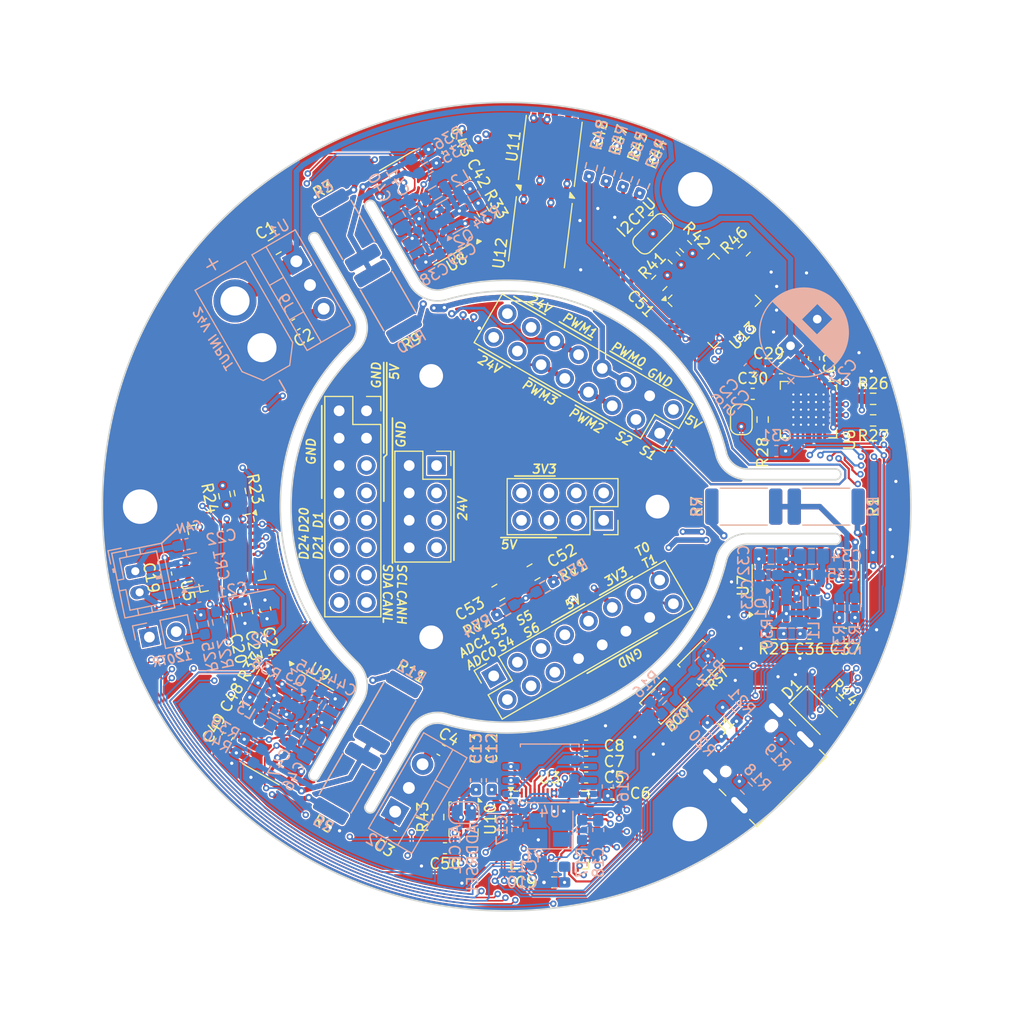
<source format=kicad_pcb>
(kicad_pcb (version 20240108) (generator "pcbnew") (generator_version "8.0")
  (title_block (rev "1"))
  (layers (0 "F.Cu" signal "Front") (1 "In1.Cu" signal) (2 "In2.Cu" signal) (31 "B.Cu" signal "Back") (34 "B.Paste" user) (35 "F.Paste" user) (36 "B.SilkS" user "B.Silkscreen") (37 "F.SilkS" user "F.Silkscreen") (38 "B.Mask" user) (39 "F.Mask" user) (44 "Edge.Cuts" user))
  (net 0 "")
  (net 1 "V_MOT")
  (net 2 "GND")
  (net 3 "+5V")
  (net 4 "+3.3V")
  (net 5 "+1V1")
  (net 6 "Net-(U3-XIN)")
  (net 7 "CAN_H")
  (net 8 "CAN_L")
  (net 9 "Net-(U5-OSC2)")
  (net 10 "Net-(U6-CPI)")
  (net 11 "Net-(U6-CPO)")
  (net 12 "Net-(U6-VCP)")
  (net 13 "Net-(U6-5VOUT)")
  (net 14 "Net-(JP1-B)")
  (net 15 "Net-(U7-VBG)")
  (net 16 "Net-(U7-INA-)")
  (net 17 "Net-(U7-INA+)")
  (net 18 "Net-(U8-VBG)")
  (net 19 "Net-(U8-INA-)")
  (net 20 "Net-(U8-INA+)")
  (net 21 "Net-(U9-VBG)")
  (net 22 "Net-(U9-INA-)")
  (net 23 "Net-(U9-INA+)")
  (net 24 "THERM0")
  (net 25 "THERM1")
  (net 26 "Net-(U5-OSC1)")
  (net 27 "D21")
  (net 28 "Net-(J1-D--PadA7)")
  (net 29 "VBUS")
  (net 30 "Net-(J1-D+-PadA6)")
  (net 31 "Net-(J1-CC2)")
  (net 32 "Net-(J1-CC1)")
  (net 35 "D24")
  (net 36 "D20")
  (net 37 "/Microcontroller/LED")
  (net 38 "D25")
  (net 39 "ADC1")
  (net 40 "D1")
  (net 41 "ADC0")
  (net 42 "Net-(J8-Pin_2)")
  (net 43 "CAN_STBY")
  (net 44 "CAN_CS")
  (net 45 "CAN_RST")
  (net 46 "MOSI")
  (net 47 "SCL")
  (net 48 "MISO")
  (net 49 "SDA")
  (net 50 "RX0BF")
  (net 51 "SCK")
  (net 52 "SERVO5")
  (net 53 "SERVO3")
  (net 54 "SERVO2")
  (net 55 "TX0RTS")
  (net 56 "SERVO1")
  (net 57 "SERVO6")
  (net 58 "SERVO4")
  (net 59 "CAN_INT")
  (net 60 "24V_PWM3")
  (net 61 "24V_PWM1")
  (net 62 "24V_PWM0")
  (net 63 "24V_PWM2")
  (net 64 "OB1")
  (net 65 "OA2")
  (net 66 "OA1")
  (net 67 "OB2")
  (net 68 "MOT_DIAG")
  (net 69 "Net-(Q1-C)")
  (net 70 "Net-(Q2-C)")
  (net 71 "Net-(Q3-C)")
  (net 72 "Net-(Q1-B)")
  (net 73 "Net-(Q2-B)")
  (net 74 "Net-(Q3-B)")
  (net 75 "/Microcontroller/RUN")
  (net 76 "/Microcontroller/QSPI_SS")
  (net 77 "/Microcontroller/~{USB_BOOT}")
  (net 78 "Net-(U3-XOUT)")
  (net 79 "/Microcontroller/USB+")
  (net 80 "/Microcontroller/USB-")
  (net 81 "Net-(U5-TXD)")
  (net 82 "Net-(U6-BRB)")
  (net 83 "Net-(U6-BRA)")
  (net 84 "Net-(U6-DIAG)")
  (net 85 "Net-(U7-VFB)")
  (net 86 "Net-(U8-VFB)")
  (net 87 "Net-(U9-VFB)")
  (net 88 "Net-(U13-LED0)")
  (net 89 "Net-(U13-LED1)")
  (net 90 "Net-(U13-~{OE})")
  (net 91 "Net-(U13-LED2)")
  (net 92 "Net-(U13-LED3)")
  (net 93 "STRAIN3_DO")
  (net 95 "/Microcontroller/QSPI_SD1")
  (net 96 "STRAIN_SCK")
  (net 97 "/Microcontroller/QSPI_SD0")
  (net 98 "STRAIN2_DO")
  (net 99 "/Microcontroller/QSPI_SD3")
  (net 100 "/Microcontroller/QSPI_SD2")
  (net 101 "MOT_STP")
  (net 102 "MOT_DIR")
  (net 103 "STRAIN1_DO")
  (net 104 "MOT_UART")
  (net 106 "MOT_EN")
  (net 107 "/Microcontroller/QSPI_SCK")
  (net 114 "Net-(U5-RXD)")
  (net 115 "Net-(C18-Pad2)")
  (net 116 "Net-(D1-A)")
  (net 117 "/Accelerometer/Address Selection")
  (net 118 "Net-(U11-G1)")
  (net 119 "Net-(U11-G2)")
  (net 120 "Net-(U12-G1)")
  (net 121 "Net-(U12-G2)")
  (net 129 "Net-(JP2-B)")
  (net 130 "Net-(JP2-A)")
  (net 147 "STRAIN1_E-")
  (net 148 "STRAIN1_E+")
  (net 149 "STRAIN2_E+")
  (net 150 "STRAIN3_E+")
  (net 151 "STRAIN1_S+")
  (net 152 "STRAIN1_S-")
  (net 153 "STRAIN2_S+")
  (net 154 "STRAIN2_S-")
  (net 155 "STRAIN3_S+")
  (net 156 "STRAIN3_S-")
  (net 157 "STRAIN2_E-")
  (net 158 "STRAIN3_E-")
  (footprint "Capacitor_SMD:C_0603_1608Metric_Pad1.08x0.95mm_HandSolder" (layer "F.Cu") (at 72.16 100.39 -90)
    (property "Reference" "C13")
    (property "Value" "100n")
  )
  (footprint "Capacitor_SMD:C_0603_1608Metric_Pad1.08x0.95mm_HandSolder" (layer "F.Cu") (at 55.46 58.1 -150)
    (property "Reference" "C2")
    (property "Value" "1u")
  )
  (footprint "Capacitor_SMD:C_0603_1608Metric_Pad1.08x0.95mm_HandSolder" (layer "F.Cu") (at 68.92 97.58 -30)
    (property "Reference" "C4")
    (property "Value" "1u")
  )
  (footprint "Capacitor_SMD:C_0603_1608Metric_Pad1.08x0.95mm_HandSolder" (layer "F.Cu") (at 82.375 100.125 180)
    (property "Reference" "C5")
    (property "Value" "1u")
  )
  (footprint "Connector_PinSocket_2.54mm:PinSocket_2x08_P2.54mm_Vertical" (layer "F.Cu") (at 73.801034 90.70333 120)
    (property "Reference" "J5" (hide yes))
    (property "Value" "Conn_02x08_Odd_Even")
  )
  (footprint "Capacitor_SMD:C_0603_1608Metric_Pad1.08x0.95mm_HandSolder" (layer "F.Cu") (at 82.375 98.65 180)
    (property "Reference" "C7")
    (property "Value" "100n")
  )
  (footprint "Resistor_SMD:R_2512_6332Metric" (layer "F.Cu") (at 64 94.052559 60)
    (property "Reference" "R11")
    (property "Value" "330")
  )
  (footprint "Capacitor_SMD:C_0805_2012Metric_Pad1.18x1.45mm_HandSolder" (layer "F.Cu") (at 89.162347 54.247654 45)
    (property "Reference" "C51")
    (property "Value" "10u")
  )
  (footprint "Resistor_SMD:R_2512_6332Metric" (layer "F.Cu") (at 60.175 100.677653 60)
    (property "Reference" "R5")
    (property "Value" "330")
  )
  (footprint "Connector_USB:USB_C_Receptacle_JAE_DX07S016JA1R1500" (layer "F.Cu") (at 98.829499 98.829499 45)
    (property "Reference" "J1")
    (property "Value" "USB C Receptacle")
  )
  (footprint "Capacitor_SMD:C_0805_2012Metric_Pad1.18x1.45mm_HandSolder" (layer "F.Cu") (at 53.48 50.85 30)
    (property "Reference" "C1")
    (property "Value" "1u/100V")
  )
  (footprint "Capacitor_SMD:C_0603_1608Metric_Pad1.08x0.95mm_HandSolder" (layer "F.Cu") (at 50.92536 84.891435 101.5)
    (property "Reference" "C23")
    (property "Value" "22p")
  )
  (footprint "Capacitor_SMD:C_0603_1608Metric_Pad1.08x0.95mm_HandSolder" (layer "F.Cu") (at 84.8 101.6)
    (property "Reference" "C6")
    (property "Value" "1u")
  )
  (footprint "Capacitor_SMD:C_0603_1608Metric_Pad1.08x0.95mm_HandSolder" (layer "F.Cu") (at 49.49467 85.182512 -78.5)
    (property "Reference" "C20")
    (property "Value" "100n")
  )
  (footprint "Package_DFN_QFN:QFN-28-1EP_6x6mm_P0.65mm_EP4.25x4.25mm" (layer "F.Cu") (at 94.2 55.899998 45)
    (property "Reference" "U13")
    (property "Value" "PCA9685BS")
  )
  (footprint "Capacitor_SMD:C_0603_1608Metric_Pad1.08x0.95mm_HandSolder" (layer "F.Cu") (at 103.09 86.79)
    (property "Reference" "C36")
    (property "Value" "0.1uF")
  )
  (footprint "Resistor_SMD:R_0603_1608Metric_Pad0.98x0.95mm_HandSolder" (layer "F.Cu") (at 74.89 84.57 30)
    (property "Reference" "RV2")
    (property "Value" "CG0603MLC-3.3LE")
  )
  (footprint "Resistor_SMD:R_0603_1608Metric_Pad0.98x0.95mm_HandSolder" (layer "F.Cu") (at 109 65)
    (property "Reference" "R26")
    (property "Value" "0R11")
  )
  (footprint "Capacitor_SMD:C_0805_2012Metric_Pad1.18x1.45mm_HandSolder" (layer "F.Cu") (at 74.23 82.97 30)
    (property "Reference" "C53")
    (property "Value" "10u")
  )
  (footprint "Jumper:SolderJumper-3_P1.3mm_Open_RoundedPad1.0x1.5mm" (layer "F.Cu") (at 88.574471 49.687552 -135)
    (property "Reference" "JP2" (hide yes))
    (property "Value" "SolderJumper_3_Bridged123")
  )
  (footprint "Resistor_SMD:R_0603_1608Metric_Pad0.98x0.95mm_HandSolder" (layer "F.Cu") (at 50.270287 73.646285 -78.5)
    (property "Reference" "R23")
    (property "Value" "10k")
  )
  (footprint "MountingHole:MountingHole_2.2mm_M2_Pad" (layer "F.Cu") (at 68 87.124356 -120)
    (property "Reference" "H2" (hide yes))
    (property "Value" "MountingHole")
  )
  (footprint "Library:WDFN-8-1EP_6x5mm_P1.27mm_EP3.4x4mm_No_Center_Pad" (layer "F.Cu") (at 78.128668 49.54 -97)
    (property "Reference" "U12")
    (property "Value" "G20N06D52")
  )
  (footprint "NetTie:NetTie-2_SMD_Pad0.5mm" (layer "F.Cu") (at 53.669873 101.944864 -30)
    (property "Reference" "NT3" (hide yes))
    (property "Value" "NetTie_2" (hide yes))
  )
  (footprint "Connector_PinSocket_2.54mm:PinSocket_2x04_P2.54mm_Vertical" (layer "F.Cu") (at 84 76.27 -90)
    (property "Reference" "J6" (hide yes))
    (property "Value" "Conn_02x04_Odd_Even")
  )
  (footprint "Package_SO:SOIC-16_3.9x9.9mm_P1.27mm" (layer "F.Cu") (at 67.427966 47.224853 -150)
    (property "Reference" "U8")
    (property "Value" "HX711")
  )
  (footprint "LED_SMD:LED_1206_3216Metric_Pad1.42x1.75mm_HandSolder" (layer "F.Cu") (at 103.75 94.2 -45)
    (property "Reference" "D1")
    (property "Value" "LED")
  )
  (footprint "Connector_PinSocket_2.54mm:PinSocket_2x04_P2.54mm_Vertical" (layer "F.Cu") (at 68.5 71.19)
    (property "Reference" "J2" (hide yes))
    (property "Value" "Conn_02x04_Odd_Even")
  )
  (footprint "Capacitor_SMD:C_0603_1608Metric_Pad1.08x0.95mm_HandSolder" (layer "F.Cu") (at 52.601031 84.550515 101.5)
    (property "Reference" "C24")
    (property "Value" "22p")
  )
  (footprint "Package_SO:SOIC-16_3.9x9.9mm_P1.27mm" (layer "F.Cu") (at 102.84 82.33 90)
    (property "Reference" "U7")
    (property "Value" "HX711")
  )
  (footprint "Library:WDFN-8-1EP_6x5mm_P1.27mm_EP3.4x4mm_No_Center_Pad" (layer "F.Cu") (at 79.052157 41.997841 83)
    (property "Reference" "U11")
    (property "Value" "G20N06D52")
  )
  (footprint "Resistor_SMD:R_2512_6332Metric" (layer "F.Cu") (at 60.175 49.322347 -60)
    (property "Reference" "R3")
    (property "Value" "330")
  )
  (footprint "Capacitor_SMD:C_0603_1608Metric_Pad1.08x0.95mm_HandSolder" (layer "F.Cu") (at 43.419827 81.305815 101.5)
    (property "Reference" "C19")
    (property "Value" "100n")
  )
  (footprint "Resistor_SMD:R_0603_1608Metric_Pad0.98x0.95mm_HandSolder" (layer "F.Cu") (at 84.50208 43.920095 73)
    (property "Reference" "R47")
    (property "Value" "100")
  )
  (footprint "Button_Switch_SMD:SW_SPST_B3U-1000P" (layer "F.Cu") (at 89.495689 93.031223 -135)
    (property "Reference" "SW1" (hide yes))
    (property "Value" "BOOT")
  )
  (footprint "Resistor_SMD:R_0603_1608Metric_Pad0.98x0.95mm_HandSolder" (layer "F.Cu") (at 72.81544 47.636232 120)
    (property "Reference" "R33")
    (property "Value" "10k")
  )
  (footprint "Resistor_SMD:R_2512_6332Metric" (layer "F.Cu") (at 104.65 75 180)
    (property "Reference" "R1")
    (property "Value" "330")
  )
  (footprint "Capacitor_SMD:C_0603_1608Metric_Pad1.08x0.95mm_HandSolder" (layer "F.Cu") (at 49.094561 96.289537 60)
    (property "Reference" "C49")
    (property "Value" "0.1uF")
  )
  (footprint "Resistor_SMD:R_0603_1608Metric_Pad0.98x0.95mm_HandSolder" (layer "F.Cu") (at 86.115655 44.45999 70)
    (property "Reference" "R45")
    (property "Value" "100")
  )
  (footprint "Capacitor_SMD:C_0603_1608Metric_Pad1.08x0.95mm_HandSolder" (layer "F.Cu") (at 97.83 64.54)
    (property "Reference" "C30")
    (property "Value" "4.7u")
  )
  (footprint "Resistor_SMD:R_0603_1608Metric_Pad0.98x0.95mm_HandSolder" (layer "F.Cu") (at 68.65 103.8 -90)
    (property "Reference" "R43")
    (property "Value" "10k")
  )
  (footprint "Resistor_SMD:R_2512_6332Metric" (layer "F.Cu") (at 64.000001 55.947441 -60)
    (property "Reference" "R9")
    (property "Value" "330")
  )
  (footprint "Resistor_SMD:R_0603_1608Metric_Pad0.98x0.95mm_HandSolder" (layer "F.Cu") (at 91.60138 50.861864 -45)
    (property "Reference" "R42")
    (property "Value" "2.2k")
  )
  (footprint "Resistor_SMD:R_0603_1608Metric_Pad0.98x0.95mm_HandSolder" (layer "F.Cu") (at 48.839597 73.937363 101.5)
    (property "Reference" "R24")
    (property "Value" "10k")
  )
  (footprint "Resistor_SMD:R_0603_1608Metric_Pad0.98x0.95mm_HandSolder" (layer "F.Cu") (at 98.75 66.92 90)
    (property "Reference" "R28")
    (property "Value" "100")
  )
  (footprint "MountingHole:MountingHole_3.2mm_M3_DIN965_Pad" (layer "F.Cu") (at 41 75)
    (property "Reference" "H1" (hide yes))
    (property "Value" "MountingHole")
  )
  (footprint "Resistor_SMD:R_2512_6332Metric" (layer "F.Cu") (at 97 75 180)
    (property "Reference" "R7")
    (property "Value" "330")
  )
  (footprint "Resistor_SMD:R_0603_1608Metric_Pad0.98x0.95mm_HandSolder" (layer "F.Cu") (at 97.05 51.2 -135)
    (property "Reference" "R46")
    (property "Value" "10k")
  )
  (footprint "Package_LGA:Bosch_LGA-14_3x2.5mm_P0.5mm" (layer "F.Cu") (at 71 104 -90)
    (property "Reference" "U10")
    (property "Value" "BMI270")
  )
  (footprint "Button_Switch_SMD:SW_SPST_B3U-1000P" (layer "F.Cu") (at 93.031223 89.495689 45)
    (property "Reference" "SW2" (hide yes))
    (property "Value" "RESET")
  )
  (footprint "Capacitor_SMD:C_0603_1608Metric_Pad1.08x0.95mm_HandSolder" (layer "F.Cu") (at 64.39 105.49 -30)
    (property "Reference" "C3")
    (property "Value" "1u")
  )
  (footprint "Capacitor_SMD:C_0603_1608Metric_Pad1.08x0.95mm_HandSolder" (layer "F.Cu") (at 69.515439 41.920463 -60)
    (property "Reference" "C43")
    (property "Value" "0.1uF")
  )
  (footprint "Resistor_SMD:R_0603_1608Metric_Pad0.98x0.95mm_HandSolder" (layer "F.Cu") (at 87.698762 45.083591 67)
    (property "Reference" "R44")
    (property "Value" "100")
  )
  (footprint "Package_DFN_QFN:QFN-28-1EP_5x5mm_P0.5mm_EP3.75x3.75mm_ThermalVias" (layer "F.Cu") (at 103 66 -90)
    (property "Reference" "U6")
    (property "Value" "TMC2209-LA")
  )
  (footprint "Capacitor_SMD:C_0805_2012Metric_Pad1.18x1.45mm_HandSolder" (layer "F.Cu") (at 77.49 81.08 -150)
    (property "Reference" "C52")
    (property "Value" "10u")
  )
  (footprint "Capacitor_SMD:C_0603_1608Metric_Pad1.08x0.95mm_HandSolder" (layer "F.Cu") (at 82.375 97.175 180)
    (property "Reference" "C8")
    (property "Value" "100n")
  )
  (footprint "Resistor_SMD:R_0603_1608Metric_Pad0.98x0.95mm_HandSolder" (layer "F.Cu") (at 99.79 86.79)
    (property "Reference" "R29")
    (property "Value" "10k")
  )
  (footprint "MountingHole:MountingHole_3.2mm_M3_DIN965_Pad" (layer "F.Cu") (at 92 104.444864 120)
    (property "Reference" "H1" (hide yes))
    (property "Value" "MountingHole")
  )
  (footprint "NetTie:NetTie-2_SMD_Pad0.5mm" (layer "F.Cu") (at 62.330128 43.055136 -150)
    (property "Reference" "NT2" (hide yes))
    (property "Value" "NetTie_2" (hide yes))
  )
  (footprint "Package_DFN_QFN:QFN-28-1EP_6x6mm_P0.65mm_EP4.25x4.25mm" (layer "F.Cu") (at 49.02 79.28 -78.5)
    (property "Reference" "U5")
    (property "Value" "MCP25625-x-SS")
  )
  (footprint "Resistor_SMD:R_0603_1608Metric_Pad0.98x0.95mm_HandSolder" (layer "F.Cu") (at 52.394561 90.573769 -120)
    (property "Reference" "R37")
    (property "Value" "10k")
  )
  (footprint "Capacitor_SMD:C_0603_1608Metric_Pad1.08x0.95mm_HandSolder" (layer "F.Cu") (at 69.28 106.69 180)
    (property "Reference" "C50")
    (property "Value" "100n")
  )
  (footprint "Capacitor_SMD:C_0603_1608Metric_Pad1.08x0.95mm_HandSolder" (layer "F.Cu") (at 73.62 100.39 -90)
    (property "Reference" "C12")
    (property "Value" "100n")
  )
  (footprint "Resistor_SMD:R_0603_1608Metric_Pad0.98x0.95mm_HandSolder" (layer "F.Cu") (at 90.540722 51.922523 -45)
    (property "Reference" "R41")
    (property "Value" "2.2k")
  )
  (footprint "Package_SO:SOIC-16_3.9x9.9mm_P1.27mm" (layer "F.Cu") (at 54.732034 95.445147 -30)
    (property "Reference" "U9")
    (property "Value" "HX711")
  )
  (footprint "Capacitor_SMD:C_0603_1608Metric_Pad1.08x0.95mm_HandSolder" (layer "F.Cu") (at 79.33 109.86)
    (property "Reference" "C9")
    (property "Value" "100n")
  )
  (footprint "Resistor_SMD:R_0603_1608Metric_Pad0.98x0.95mm_HandSolder" (layer "F.Cu") (at 109 67 180)
    (property "Reference" "R27")
    (property "Value" "0R11")
  )
  (footprint "MountingHole:MountingHole_2.2mm_M2_Pad" (layer "F.Cu") (at 68 62.875644 120)
    (property "Reference" "H2" (hide yes))
    (property "Value" "MountingHole")
  )
  (footprint "Resistor_SMD:R_0603_1608Metric_Pad0.98x0.95mm_HandSolder" (layer "F.Cu") (at 78.56 82.45 -150)
    (property "Reference" "RV1")
    (property "Value" "CG0603MLC-3.3LE")
  )
  (footprint "MountingHole:MountingHole_2.2mm_M2_Pad" (layer "F.Cu") (at 89 75)
    (property "Reference" "H2" (hide yes))
    (property "Value" "MountingHole")
  )
  (footprint "Capacitor_SMD:C_0603_1608Metric_Pad1.08x0.95mm_HandSolder" (layer "F.Cu") (at 106.39 86.79 180)
    (property "Reference" "C37")
    (property "Value" "0.1uF")
  )
  (footprint "Connector_PinSocket_2.54mm:PinSocket_2x08_P2.54mm_Vertical" (layer "F.Cu") (at 89.198966 68.18667 -120)
    (property "Reference" "J4" (hide yes))
    (property "Value" "Conn_02x08_Odd_Even")
  )
  (footprint "Capacitor_SMD:C_0603_1608Metric_Pad1.08x0.95mm_HandSolder" (layer "F.Cu") (at 71.16544 44.778348 120)
    (property "Reference" "C42")
    (property "Value" "0.1uF")
  )
  (footprint "Connector_PinSocket_2.54mm:PinSocket_2x08_P2.54mm_Vertical" (layer "F.Cu") (at 62 66.11)
    (property "Reference" "J3" (hide yes))
    (property "Value" "Conn_02x08_Odd_Even")
  )
  (footprint "Package_DFN_QFN:QFN-56-1EP_7x7mm_P0.4mm_EP3.2x3.2mm" (layer "F.Cu") (at 79 105)
    (property "Reference" "U3")
    (property "Value" "RP2040")
  )
  (footprint "Resistor_SMD:R_0603_1608Metric_Pad0.98x0.95mm_HandSolder" (layer "F.Cu") (at 82.862462 43.465388 76)
    (property "Reference" "R48")
    (property "Value" "100")
  )
  (footprint "Capacitor_SMD:C_0603_1608Metric_Pad1.08x0.95mm_HandSolder" (layer "F.Cu") (at 103.52 61.24 -90)
    (property "Reference" "C28")
    (property "Value" "22n")
  )
  (footprint "Resistor_SMD:R_0603_1608Metric_Pad0.98x0.95mm_HandSolder" (layer "F.Cu") (at 105.4 93.2 135)
    (property "Reference" "R14")
    (property "Value" "10k")
  )
  (footprint "Capacitor_SMD:C_0603_1608Metric_Pad1.08x0.95mm_HandSolder" (layer "F.Cu") (at 100.45 62.16)
    (property "Reference" "C29")
    (property "Value" "100n")
  )
  (footprint "Capacitor_SMD:C_0603_1608Metric_Pad1.08x0.95mm_HandSolder" (layer "F.Cu") (at 50.744561 93.431653 -120)
    (property "Reference" "C48")
    (property "Value" "0.1uF")
  )
  (footprint "Jumper:SolderJumper-2_P1.3mm_Open_RoundedPad1.0x1.5mm" (layer "F.Cu") (at 96.77 66.92 90)
    (property "Reference" "JP1" (hide yes))
    (property "Value" "SolderJumper_2_Open")
  )
  (footprint "MountingHole:MountingHole_3.2mm_M3_DIN965_Pad" (layer "F.Cu") (at 92.5 45.555136 -120)
    (property "Reference" "H1" (hide yes))
    (property "Value" "MountingHole")
  )
  (footprint "NetTie:NetTie-2_SMD_Pad0.5mm" (layer "F.Cu") (at 109 80 90)
    (property "Reference" "NT1" (hide yes))
    (property "Value" "NetTie_2" (hide yes))
  )
  (footprint "Resistor_SMD:R_0603_1608Metric_Pad0.98x0.95mm_HandSolder" (layer "B.Cu") (at 74.89 84.57 -150)
    (property "Reference" "R54")
    (property "Value" "2.2k")
  )
  (footprint "Resistor_SMD:R_0603_1608Metric_Pad0.98x0.95mm_HandSolder" (layer "B.Cu") (at 51.569561 92.002711 -120)
    (property "Reference" "R38")
    (property "Value" "8.2k")
  )
  (footprint "Capacitor_SMD:C_0603_1608Metric_Pad1.08x0.95mm_HandSolder" (layer "B.Cu") (at 66.44828 47.547988 -60)
    (property "Reference" "C41")
    (property "Value" "0.1uF")
  )
  (footprint "Connector_PinHeader_2.54mm:PinHeader_1x02_P2.54mm_Vertical" (layer "B.Cu") (at 41.860596 87.104194 -78.5)
    (property "Reference" "J8" (hide yes))
    (property "Value" "Conn_01x02")
  )
  (footprint "Resistor_SMD:R_0603_1608Metric_Pad0.98x0.95mm_HandSolder" (layer "B.Cu") (at 105.86 84.38 90)
    (property "Reference" "R31")
    (property "Value" "100")
  )
  (footprint "Resistor_SMD:R_2512_6332Metric" (layer "B.Cu") (at 97 75)
    (property "Reference" "R8")
    (property "Value" "330")
  )
  (footprint "Resistor_SMD:R_0603_1608Metric_Pad0.98x0.95mm_HandSolder" (layer "B.Cu") (at 97.238508 101.127596 -45)
    (property "Reference" "R18")
    (property "Value" "5.1k")
  )
  (footprint "Resistor_SMD:R_0603_1608Metric_Pad0.98x0.95mm_HandSolder" (layer "B.Cu") (at 88.965359 92.500893 -135)
    (property "Reference" "R16")
    (property "Value" "1k")
  )
  (footprint "Resistor_SMD:R_0603_1608Metric_Pad0.98x0.95mm_HandSolder" (layer "B.Cu") (at 107.32 84.38 -90)
    (property "Reference" "R32")
    (property "Value" "100")
  )
  (footprint "Capacitor_SMD:C_0603_1608Metric_Pad1.08x0.95mm_HandSolder" (layer "B.Cu") (at 97.49 62.19 -135)
    (property "Reference" "C26")
    (property "Value" "100n")
  )
  (footprint "Capacitor_THT:CP_Radial_D8.0mm_P3.50mm" (layer "B.Cu") (at 101.34 60.08 45)
    (property "Reference" "C27")
    (property "Value" "100u")
  )
  (footprint "Capacitor_SMD:C_0603_1608Metric_Pad1.08x0.95mm_HandSolder" (layer "B.Cu") (at 55.50172 96.132012 60)
    (property "Reference" "C47")
    (property "Value" "0.1uF")
  )
  (footprint "Capacitor_SMD:C_0603_1608Metric_Pad1.08x0.95mm_HandSolder" (layer "B.Cu") (at 68.33694 50.799245 120)
    (property "Reference" "C39")
    (property "Value" "0.1uF")
  )
  (footprint "Resistor_SMD:R_0603_1608Metric_Pad0.98x0.95mm_HandSolder" (layer "B.Cu") (at 51.446682 97.035543 -30)
    (property "Reference" "R39")
    (property "Value" "100")
  )
  (footprint "Resistor_SMD:R_2512_6332Metric" (layer "B.Cu") (at 64 94.052559 -120)
    (property "Reference" "R12")
    (property "Value" "330")
  )
  (footprint "Connector_JST:JST_PH_B2B-PH-K_1x02_P2.00mm_Vertical" (layer "B.Cu") (at 40.552264 80.987985 -78.5)
    (property "Reference" "J7" (hide yes))
    (property "Value" "Conn_01x02")
  )
  (footprint "Capacitor_SMD:C_0805_2012Metric_Pad1.18x1.45mm_HandSolder" (layer "B.Cu") (at 99.52 79.61)
    (property "Reference" "C32")
    (property "Value" "10uF")
  )
  (footprint "Resistor_SMD:R_2512_6332Metric" (layer "B.Cu") (at 60.175 49.322347 120)
    (property "Reference" "R4")
    (property "Value" "330")
  )
  (footprint "Capacitor_SMD:C_0603_1608Metric_Pad1.08x0.95mm_HandSolder" (layer "B.Cu") (at 100.02 69.84 180)
    (property "Reference" "C31")
    (property "Value" "100n")
  )
  (footprint "Capacitor_SMD:C_0603_1608Metric_Pad1.08x0.95mm_HandSolder" (layer "B.Cu") (at 103.05 81.32 180)
    (property "Reference" "C35")
    (property "Value" "0.1uF")
  )
  (footprint "Resistor_SMD:R_0603_1608Metric_Pad0.98x0.95mm_HandSolder" (layer "B.Cu") (at 67.693319 43.584457 -150)
    (property "Reference" "R35")
    (property "Value" "100")
  )
  (footprint "Resistor_SMD:R_0603_1608Metric_Pad0.98x0.95mm_HandSolder" (layer "B.Cu") (at 93.031223 89.495689 45)
    (property "Reference" "R13")
    (property "Value" "10k")
  )
  (footprint "Capacitor_SMD:C_0805_2012Metric_Pad1.18x1.45mm_HandSolder" (layer "B.Cu") (at 64.852376 48.203803 -60)
    (property "Reference" "C40")
    (property "Value" "10uF")
  )
  (footprint "Resistor_SMD:R_0603_1608Metric_Pad0.98x0.95mm_HandSolder" (layer "B.Cu") (at 90.026019 93.561553 45)
    (property "Reference" "R15")
    (property "Value" "10k")
  )
  (footprint "Inductor_SMD:L_0805_2012Metric" (layer "B.Cu") (at 103.5 83.8 90)
    (property "Reference" "L1")
    (property "Value" "3.3uH")
  )
  (footprint "Capacitor_SMD:C_0805_2012Metric_Pad1.18x1.45mm_HandSolder" (layer "B.Cu") (at 56.867624 97.186198 60)
    (property "Reference" "C46")
    (property "Value" "10uF")
  )
  (footprint "Jumper:SolderJumper-2_P1.3mm_Open_RoundedPad1.0x1.5mm" (layer "B.Cu") (at 71.04 103.39)
    (property "Reference" "JP3" (hide yes))
    (property "Value" "SolderJumper_2_Open")
  )
  (footprint "Package_TO_SOT_SMD:SOT-23" (layer "B.Cu") (at 54.241597 92.979609 150)
    (property "Reference" "Q3")
    (property "Value" "MMBT4403")
  )
  (footprint "Resistor_SMD:R_0603_1608Metric_Pad0.98x0.95mm_HandSolder" (layer "B.Cu") (at 94.26866 95.682874 135)
    (property "Reference" "R20")
    (property "Value" "27.4")
  )
  (footprint "Resistor_SMD:R_0603_1608Metric_Pad0.98x0.95mm_HandSolder" (layer "B.Cu") (at 66.963319 42.32006 30)
    (property "Reference" "R36")
    (property "Value" "100")
  )
  (footprint "Capacitor_SMD:C_0603_1608Metric_Pad1.08x0.95mm_HandSolder" (layer "B.Cu") (at 45.397815 78.471416 11.5)
    (property "Reference" "C22")
    (property "Value" "47p")
  )
  (footprint "Capacitor_SMD:C_0603_1608Metric_Pad1.08x0.95mm_HandSolder" (layer "B.Cu") (at 76 105 90)
    (property "Reference" "C17")
    (property "Value" "22p")
  )
  (footprint "Package_TO_SOT_THT:TO-220-3_Vertical" (layer "B.Cu") (at 64.661606 103.297205 60)
    (property "Reference" "U2")
    (property "Value" "LF15_TO220")
  )
  (footprint "Capacitor_SMD:C_0805_2012Metric_Pad1.18x1.45mm_HandSolder" (layer "B.Cu") (at 58.747624 93.929942 -120)
    (property "Reference" "C44")
    (property "Value" "10uF")
  )
  (footprint "Resistor_SMD:R_0603_1608Metric_Pad0.98x0.95mm_HandSolder" (layer "B.Cu") (at 101.127596 97.238508 -45)
    (property "Reference" "R19")
    (property "Value" "5.1k")
  )
  (footprint "Resistor_SMD:R_0603_1608Metric_Pad0.98x0.95mm_HandSolder" (layer "B.Cu") (at 87.698762 45.083591 -113)
    (property "Reference" "R52")
    (property "Value" "10k")
  )
  (footprint "Oscillator:Oscillator_SMD_SeikoEpson_SG210-4Pin_2.5x2.0mm_HandSoldering" (layer "B.Cu") (at 79 105 180)
    (property "Reference" "Y1")
    (property "Value" "12MHz/12pF/50Ω/20ppm")
  )
  (footprint "Resistor_SMD:R_2512_6332Metric" (layer "B.Cu") (at 60.175 100.677653 -120)
    (property "Reference" "R6")
    (property "Value" "330")
  )
  (footprint "Package_TO_SOT_SMD:SOT-23" (layer "B.Cu") (at 45.896235 80.921229 11.5)
    (property "Reference" "CR1")
    (property "Value" "PESD1CAN_215")
  )
  (footprint "Connector_AMASS:AMASS_XT30U-F_1x02_P5.0mm_Vertical" (layer "B.Cu") (at 52.3 60.25 120)
    (property "Reference" "J9")
    (property "Value" "Conn_01x02")
  )
  (footprint "Capacitor_SMD:C_0603_1608Metric_Pad1.08x0.95mm_HandSolder" (layer "B.Cu") (at 83.5 105 90)
    (property "Reference" "C18")
    (property "Value" "22p")
  )
  (footprint "Resistor_SMD:R_0603_1608Metric_Pad0.98x0.95mm_HandSolder" (layer "B.Cu") (at 48.243037 85.651462 101.5)
    (property "Reference" "R22")
    (property "Value" "10k")
  )
  (footprint "Inductor_SMD:L_0805_2012Metric" (layer "B.Cu") (at 53.128977 95.281723 -30)
    (property "Reference" "L3")
    (property "Value" "3.3uH")
  )
  (footprint "Capacitor_SMD:C_0603_1608Metric_Pad1.08x0.95mm_HandSolder" (layer "B.Cu") (at 79.51 108.4)
    (property "Reference" "C11")
    (property "Value" "100n")
  )
  (footprint "Capacitor_SMD:C_0603_1608Metric_Pad1.08x0.95mm_HandSolder" (layer "B.Cu") (at 72.16 100.39 -90)
    (property "Reference" "C15")
    (property "Value" "100n")
  )
  (footprint "Capacitor_SMD:C_0603_1608Metric_Pad1.08x0.95mm_HandSolder" (layer "B.Cu") (at 46.394656 83.37104 11.5)
    (property "Reference" "C21")
    (property "Value" "47p")
  )
  (footprint "Capacitor_SMD:C_0603_1608Metric_Pad1.08x0.95mm_HandSolder" (layer "B.Cu") (at 99.29 81.33)
    (property "Reference" "C33")
    (property "Value" "0.1uF")
  )
  (footprint "Inductor_SMD:L_0805_2012Metric" (layer "B.Cu") (at 68.371024 45.918277 -150)
    (property "Reference" "L2")
    (property "Value" "3.3uH")
  )
  (footprint "Capacitor_SMD:C_0603_1608Metric_Pad1.08x0.95mm_HandSolder" (layer "B.Cu") (at 79.51 109.86)
    (property "Reference" "C10")
    (property "Value" "100n")
  )
  (footprint "Package_TO_SOT_SMD:SOT-23" (layer "B.Cu") (at 100.95 83.9875 -90)
    (property "Reference" "Q1")
    (property "Value" "MMBT4403")
  )
  (footprint "Capacitor_SMD:C_0603_1608Metric_Pad1.08x0.95mm_HandSolder" (layer "B.Cu") (at 73.62 100.39 -90)
    (property "Reference" "C14")
    (property "Value" "100n")
  )
  (footprint "Resistor_SMD:R_2512_6332Metric" (layer "B.Cu") (at 104.65 75)
    (property "Reference" "R2")
    (property "Value" "330")
  )
  (footprint "Resistor_SMD:R_0603_1608Metric_Pad0.98x0.95mm_HandSolder" (layer "B.Cu") (at 86.115655 44.45999 -110)
    (property "Reference" "R51")
    (property "Value" "10k")
  )
  (footprint "Resistor_SMD:R_0603_1608Metric_Pad0.98x0.95mm_HandSolder" (layer "B.Cu") (at 78.56 82.45 30)
    (property "Reference" "R53")
    (property "Value" "2.2k")
  )
  (footprint "Capacitor_SMD:C_0805_2012Metric_Pad1.18x1.45mm_HandSolder" (layer "B.Cu") (at 103.28 79.61 180)
    (property "Reference" "C34")
    (property "Value" "10uF")
  )
  (footprint "Resistor_SMD:R_0603_1608Metric_Pad0.98x0.95mm_HandSolder" (layer "B.Cu") (at 46.812347 85.942539 101.5)
    (property "Reference" "R25")
    (property "Value" "120")
  )
  (footprint "Capacitor_SMD:C_0603_1608Metric_Pad1.08x0.95mm_HandSolder" (layer "B.Cu") (at 84.38 100.96 90)
    (property "Reference" "C16")
    (property "Value" "100n")
  )
  (footprint "Oscillator:Oscillator_SMD_SeikoEpson_SG210-4Pin_2.5x2.0mm_HandSoldering" (layer "B.Cu") (at 51.653138 84.746855 11.5)
    (property "Reference" "Y2")
    (property "Value" "16MHz/12pF")
  )
  (footprint "Resistor_SMD:R_0603_1608Metric_Pad0.98x0.95mm_HandSolder" (layer "B.Cu") (at 101.44 86.79)
    (property "Reference" "R30")
    (property "Value" "8.2k")
  )
  (footprint "Capacitor_SMD:C_0603_1608Metric_Pad1.08x0.95mm_HandSolder" (layer "B.Cu") (at 98.53 63.23 -135)
    (property "Reference" "C25")
    (property "Value" "100n")
  )
  (footprint "Resistor_SMD:R_2512_6332Metric" (layer "B.Cu") (at 64.000001 55.947441 120)
    (property "Reference" "R10")
    (property "Value" "330")
  )
  (footprint "Resistor_SMD:R_0603_1608Metric_Pad0.98x0.95mm_HandSolder" (layer "B.Cu") (at 95.682874 94.26866 -45)
    (property "Reference" "R21")
    (property "Value" "27.4")
  )
  (footprint "Capacitor_SMD:C_0603_1608Metric_Pad1.08x0.95mm_HandSolder" (layer "B.Cu") (at 57.37306 92.870756 -120)
    (property "Reference" "C45")
    (property "Value" "0.1uF")
  )
  (footprint "Resistor_SMD:R_0603_1608Metric_Pad0.98x0.95mm_HandSolder" (layer "B.Cu") (at 84.50208 43.920095 -107)
    (property "Reference" "R50")
    (property "Value" "10k")
  )
  (footprint "Package_TO_SOT_THT:TO-220-3_Vertical" (layer "B.Cu") (at 55.489981 52.242528 -60)
    (property "Reference" "U1")
    (property "Value" "LF15_TO220")
  )
  (footprint "Package_SO:SOIC-8_5.23x5.23mm_P1.27mm" (layer "B.Cu") (at 79 99.75)
    (property "Reference" "U4")
    (property "Value" "W25Q128JVS")
  )
  (footprint "Package_TO_SOT_SMD:SOT-23" (layer "B.Cu") (at 69.808403 48.032891 30)
    (property "Reference" "Q2")
    (property "Value" "MMBT4403")
  )
  (footprint "Resistor_SMD:R_0603_1608Metric_Pad0.98x0.95mm_HandSolder" (layer "B.Cu") (at 71.99044 46.20729 120)
    (property "Reference" "R34")
    (property "Value" "8.2k")
  )
  (footprint "Capacitor_SMD:C_0805_2012Metric_Pad1.18x1.45mm_HandSolder" (layer "B.Cu") (at 66.732376 51.460058 120)
    (property "Reference" "C38")
    (property "Value" "10uF")
  )
  (footprint "Resistor_SMD:R_0603_1608Metric_Pad0.98x0.95mm_HandSolder" (layer "B.Cu") (at 82 105 -90)
    (property "Reference" "R17")
    (property "Value" "1k")
  )
  (footprint "Resistor_SMD:R_0603_1608Metric_Pad0.98x0.95mm_HandSolder" (layer "B.Cu") (at 50.716682 98.29994 150)
    (property "Reference" "R40")
    (property "Value" "100")
  )
  (footprint "Resistor_SMD:R_0603_1608Metric_Pad0.98x0.95mm_HandSolder" (layer "B.Cu") (at 82.862462 43.465388 -104)
    (property "Reference" "R49")
    (property "Value" "10k")
  )
  (gr_arc (start 71.775118 111.860611) (mid 53.877701 105.380141) (end 41.57 90.86) (stroke (width 0.15)) (layer "F.Cu") (net 59))
  (gr_arc (start 71.803055 111.54119) (mid 54.436005 105.374351) (end 42.260001 91.54) (stroke (width 0.15)) (layer "F.Cu") (net 44))
  (gr_arc (start 71.853678 110.962628) (mid 55.603485 105.446431) (end 43.736484 93.05) (stroke (width 0.15)) (layer "F.Cu") (net 48))
  (gr_arc (start 92.49 62.27) (mid 94.560261 65.761539) (end 95.941798 69.578368) (stroke (width 0.2)) (layer "F.Cu") (net 56))
  (gr_arc (start 56.467952 85.69387) (mid 54.677417 81.692405) (end 53.740001 77.41) (stroke (width 0.15)) (layer "F.Cu") (net 48))
  (gr_arc (start 71.827351 111.263539) (mid 54.988944 105.408348) (end 42.95 92.26) (stroke (width 0.15)) (layer "F.Cu") (net 43))
  (gr_arc (start 69.226427 56.464675) (mid 76.054459 55.614833) (end 82.750074 57.200074) (stroke (width 0.5)) (layer "F.Cu") (net 62))
  (gr_arc (start 69.226353 56.464601) (mid 76.054385 55.614759) (end 82.75 57.2) (stroke (width 0.5)) (layer "B.Cu") (net 62))
  (gr_arc (start 56.467951 85.69387) (mid 54.677416 81.692405) (end 53.74 77.41) (stroke (width 0.15)) (layer "B.Cu") (net 46))
  (gr_arc (start 79.31 111.759999) (mid 58.395066 108.077935) (end 42.946836 93.5059) (stroke (width 0.15)) (layer "B.Cu") (net 50))
  (gr_arc (start 92.49 62.27) (mid 94.560262 65.761539) (end 95.941798 69.578368) (stroke (width 0.2)) (layer "B.Cu") (net 54))
  (gr_arc (start 56.102289 43.305881) (mid 72.886173 38.111694) (end 90.16 41.32) (stroke (width 0.5)) (layer "B.Cu") (net 1))
  (gr_arc (start 71.853678 110.962628) (mid 55.603485 105.446431) (end 43.736484 93.05) (stroke (width 0.15)) (layer "B.Cu") (net 46))
  (gr_arc (start 68.35 109.769999) (mid 58.648646 106.397589) (end 50.323712 100.382202) (stroke (width 0.15)) (layer "B.Cu") (net 93))
  (gr_arc (start 71.801384 111.560344) (mid 55.281105 105.952465) (end 43.216869 93.35) (stroke (width 0.15)) (layer "B.Cu") (net 45))
  (gr_arc (start 71.827531 111.261487) (mid 55.442294 105.699449) (end 43.476675 93.2) (stroke (width 0.15)) (layer "B.Cu") (net 55))
  (gr_arc (start 71.24 110.58) (mid 55.629502 105.080855) (end 44.164177 93.144585) (stroke (width 0.15)) (layer "B.Cu") (net 51))
  (gr_arc (start 94.803225 48.255093) (mid 89.761966 47.812011) (end 90.3 42.78) (stroke (width 0.5)) (layer "B.Cu") (net 1))
  (gr_line (start 44.36 77.11) (end 42.993148 78.38918) (stroke (width 0.1524)) (layer "B.SilkS"))
  (gr_line (start 75.749672 72.16) (end 79.490327 72.16) (stroke (width 0.1524)) (layer "F.SilkS"))
  (gr_line (start 79.89 57.85) (end 82.809983 59.535853) (stroke (width 0.1524)) (layer "F.SilkS"))
  (gr_line (start 84.600008 60.577073) (end 87.519991 62.262926) (stroke (width 0.1524)) (layer "F.SilkS"))
  (gr_line (start 74.46 77.87) (end 79.610039 77.87) (stroke (width 0.1524)) (layer "F.SilkS"))
  (gr_line (start 64.41 66.78) (end 64.41 80.230074) (stroke (width 0.1524)) (layer "F.SilkS"))
  (gr_line (start 88.967595 86.715) (end 82.472404 90.465) (stroke (width 0.1524)) (layer "F.SilkS"))
  (gr_line (start 57.85 74.225026) (end 57.85 65.634974) (stroke (width 0.1524)) (layer "F.SilkS"))
  (gr_line (start 79.184455 85.745) (end 82.215544 83.995) (stroke (width 0.1524)) (layer "F.SilkS"))
  (gr_line (start 83.634455 83.215) (end 86.665544 81.465) (stroke (width 0.1524)) (layer "F.SilkS"))
  (gr_line (start 63.61 70.419843) (end 63.88 70.17) (stroke (width 0.1524)) (layer "F.SilkS"))
  (gr_line (start 75.670008 55.497073) (end 78.589991 57.182926) (stroke (width 0.1524)) (layer "F.SilkS"))
  (gr_line (start 63.88 70.17) (end 63.88 61.639977) (stroke (width 0.1524)) (layer "F.SilkS"))
  (gr_line (start 63.61 70.419843) (end 63.61 74.500157) (stroke (width 0.1524)) (layer "F.SilkS"))
  (gr_line (start 63.6 70.03) (end 63.6 61.63) (stroke (width 0.1524)) (layer "F.SilkS"))
  (gr_line (start 70.11 69.86496) (end 70.11 79.975039) (stroke (width 0.1524)) (layer "F.SilkS"))
  (gr_line (start 81.380008 65.587073) (end 84.299991 67.272926) (stroke (width 0.1524)) (layer "F.SilkS"))
  (gr_line (start 72.410008 60.407073) (end 75.329991 62.092926) (stroke (width 0.1524)) (layer "F.SilkS"))
  (gr_line (start 77.080008 63.057073) (end 79.999991 64.742926) (stroke (width 0.1524)) (layer "F.SilkS"))
  (gr_line (start 66.864733 96.090696) (end 62.781089 103.163775) (stroke (width 0.15)) (layer "Edge.Cuts"))
  (gr_arc (start 95.390737 80.021739) (mid 85.5 93.186533) (end 69.153585 95.169765) (stroke (width 0.15)) (layer "Edge.Cuts"))
  (gr_line (start 66.864733 53.909305) (end 62.78109 46.836225) (stroke (width 0.15)) (layer "Edge.Cuts"))
  (gr_line (start 57.584936 100.163775) (end 61.668576 93.090703) (stroke (width 0.15)) (layer "Edge.Cuts"))
  (gr_arc (start 69.153585 54.830234) (mid 67.850238 54.764749) (end 66.864733 53.909305) (stroke (width 0.15)) (layer "Edge.Cuts"))
  (gr_arc (start 61.915063 47.336226) (mid 62.098083 46.653158) (end 62.78109 46.836225) (stroke (width 0.15)) (layer "Edge.Cuts"))
  (gr_arc (start 60.455678 90.148026) (mid 54 75) (end 60.455678 59.851973) (stroke (width 0.15)) (layer "Edge.Cuts"))
  (gr_arc (start 69.431986 55.790699) (mid 67.476963 55.692466) (end 65.998709 54.409293) (stroke (width 0.15)) (layer "Edge.Cuts"))
  (gr_arc (start 69.431986 55.790699) (mid 85 57.679492) (end 94.419749 70.217391) (stroke (width 0.15)) (layer "Edge.Cuts"))
  (gr_arc (start 60.455678 90.148027) (mid 61.05064 91.309501) (end 60.802556 92.590695) (stroke (width 0.15)) (layer "Edge.Cuts"))
  (gr_arc (start 97.332712 71.5) (mid 96.099124 71.07425) (end 95.390737 69.978262) (stroke (width 0.15)) (layer "Edge.Cuts"))
  (gr_arc (start 97.332712 72.500001) (mid 95.48233 71.861375) (end 94.419748 70.217392) (stroke (width 0.15)) (layer "Edge.Cuts"))
  (gr_circle (center 75 75) (end 112.5 74.999999) (stroke (width 0.15)) (fill none) (layer "Edge.Cuts"))
  (gr_arc (start 61.148265 89.426692) (mid 55.000001 75.000001) (end 61.148265 60.573309) (stroke (width 0.15)) (layer "Edge.Cuts"))
  (gr_line (start 61.915063 102.663776) (end 65.998707 95.590696) (stroke (width 0.15)) (layer "Edge.Cuts"))
  (gr_line (start 60.802555 57.409304) (end 56.718911 50.336225) (stroke (width 0.15)) (layer "Edge.Cuts"))
  (gr_line (start 105.500001 72.5) (end 97.332712 72.500001) (stroke (width 0.15)) (layer "Edge.Cuts"))
  (gr_arc (start 62.781089 103.163775) (mid 62.098076 103.346788) (end 61.915063 102.663776) (stroke (width 0.15)) (layer "Edge.Cuts"))
  (gr_line (start 97.332712 71.5) (end 105.5 71.5) (stroke (width 0.15)) (layer "Edge.Cuts"))
  (gr_line (start 57.584936 49.836224) (end 61.668581 56.909303) (stroke (width 0.15)) (layer "Edge.Cuts"))
  (gr_arc (start 105.5 71.5) (mid 106 72) (end 105.500001 72.5) (stroke (width 0.15)) (layer "Edge.Cuts"))
  (gr_arc (start 61.148265 89.426692) (mid 62.040704 91.168908) (end 61.668571 93.0907) (stroke (width 0.15)) (layer "Edge.Cuts"))
  (gr_line (start 97.332711 78.5) (end 105.5 78.5) (stroke (width 0.15)) (layer "Edge.Cuts"))
  (gr_arc (start 105.5 77.5) (mid 106 78) (end 105.5 78.5) (stroke (width 0.15)) (layer "Edge.Cuts"))
  (gr_arc (start 69.153585 54.830234) (mid 85.500001 56.813467) (end 95.390737 69.978262) (stroke (width 0.15)) (layer "Edge.Cuts"))
  (gr_arc (start 94.419749 79.782609) (mid 85 92.320508) (end 69.431986 94.2093) (stroke (width 0.15)) (layer "Edge.Cuts"))
  (gr_arc (start 66.864733 96.090696) (mid 67.850237 95.235253) (end 69.153585 95.169765) (stroke (width 0.15)) (layer "Edge.Cuts"))
  (gr_arc (start 65.998707 95.590696) (mid 67.476965 94.307532) (end 69.431986 94.2093) (stroke (width 0.15)) (layer "Edge.Cuts"))
  (gr_arc (start 95.390737 80.021739) (mid 96.099123 78.92575) (end 97.332711 78.5) (stroke (width 0.15)) (layer "Edge.Cuts"))
  (gr_arc (start 94.419749 79.782609) (mid 95.482333 78.138626) (end 97.33272 77.500007) (stroke (width 0.15)) (layer "Edge.Cuts"))
  (gr_arc (start 57.584936 100.163775) (mid 56.901924 100.346787) (end 56.718912 99.663775) (stroke (width 0.15)) (layer "Edge.Cuts"))
  (gr_line (start 105.5 77.5) (end 97.33272 77.5) (stroke (width 0.15)) (layer "Edge.Cuts"))
  (gr_line (start 60.802556 92.590695) (end 56.718911 99.663775) (stroke (width 0.15)) (layer "Edge.Cuts"))
  (gr_arc (start 56.718911 50.336225) (mid 56.901923 49.653212) (end 57.584936 49.836224) (stroke (width 0.15)) (layer "Edge.Cuts"))
  (gr_line (start 61.915064 47.336225) (end 65.998704 54.409297) (stroke (width 0.15)) (layer "Edge.Cuts"))
  (gr_arc (start 61.66858 56.909303) (mid 62.040704 58.831094) (end 61.148265 60.573308) (stroke (width 0.15)) (layer "Edge.Cuts"))
  (gr_arc (start 60.802555 57.409304) (mid 61.050638 58.690498) (end 60.455678 59.851973) (stroke (width 0.15)) (layer "Edge.Cuts"))
  (gr_text "120TR" (at 43.89 88.66 11.5) (layer "B.SilkS") (effects (font (size 0.8128 0.8128) (thickness 0.1524) (bold yes) (italic yes)) (justify top mirror)))
  (gr_text "CAN" (at 45.49 76.41 11.5) (layer "B.SilkS") (effects (font (size 0.8128 0.8128) (thickness 0.1524) (bold yes) (italic yes)) (justify top mirror)))
  (gr_text "24V INPUT" (at 47.36 59.6 120) (layer "B.SilkS") (effects (font (size 0.8128 0.8128) (thickness 0.1524) (bold yes) (italic yes)) (justify top mirror)))
  (gr_text "ACCEL\nADDRSEL" (at 71.04 104.39 90) (layer "B.SilkS") (effects (font (size 1 1)) (justify left mirror)))
  (gr_text "GND" (at 88.95 63.43 330) (layer "F.SilkS") (effects (font (size 0.8128 0.8128) (thickness 0.1524) (bold yes) (italic yes)) (justify bottom)))
  (gr_text "24V" (at 71.39 75.2 90) (layer "F.SilkS") (effects (font (size 0.8128 0.8128) (thickness 0.1524) (bold yes) (italic yes)) (justify bottom)))
  (gr_text "S5\nS6" (at 77.52 86.9 30) (layer "F.SilkS") (effects (font (size 0.8128 0.8128) (thickness 0.1524) (bold yes) (italic yes)) (justify bottom)))
  (gr_text "3V3" (at 78.47 71.99 0) (layer "F.SilkS") (effects (font (size 0.8128 0.8128) (thickness 0.1524) (bold yes) (italic yes)) (justify bottom)))
  (gr_text "SCL\nSDA" (at 63.48 81.43 270) (layer "F.SilkS") (effects (font (size 0.8128 0.8128) (thickness 0.1524) (bold yes) (italic yes)) (justify bottom)))
  (gr_text "PWM1" (at 81.55 58.61 330) (layer "F.SilkS") (effects (font (size 0.8128 0.8128) (thickness 0.1524) (bold yes) (italic yes)) (justify bottom)))
  (gr_text "24V" (at 73.17 62.22 330) (layer "F.SilkS") (effects (font (size 0.8128 0.8128) (thickness 0.1524) (bold yes) (italic yes)) (justify bottom)))
  (gr_text "5V" (at 65.07 62.54 90) (layer "F.SilkS") (effects (font (size 0.8128 0.8128) (thickness 0.1524) (bold yes) (italic yes)) (justify bottom)))
  (gr_text "I2CPU" (at 87.467366 48.580447 45) (layer "F.SilkS") (effects (font (size 1 1)) (justify bottom)))
  (gr_text "RST" (at 94.233305 90.697771 45) (layer "F.SilkS") (effects (font (size 0.8128 0.8128) (thickness 0.1524) (bold yes) (italic yes)) (justify top)))
  (gr_text "D20\nD1" (at 57.99 76.27 90) (layer "F.SilkS") (effects (font (size 0.8128 0.8128) (thickness 0.1524) (bold yes) (italic yes)) (justify bottom)))
  (gr_text "5V" (at 81.37 84.3 30) (layer "F.SilkS") (effects (font (size 0.8128 0.8128) (thickness 0.1524) (bold yes) (italic yes)) (justify bottom)))
  (gr_text "GND\n" (at 57.34 69.91 90) (layer "F.SilkS") (effects (font (size 0.8128 0.8128) (thickness 0.1524) (bold yes) (italic yes)) (justify bottom)))
  (gr_text "PWM3" (at 77.8 64.85 330) (layer "F.SilkS") (effects (font (size 0.8128 0.8128) (thickness 0.1524) (bold yes) (italic yes)) (justify bottom)))
  (gr_text "S2" (at 85.61 69.06 330) (layer "F.SilkS") (effects (font (size 0.8128 0.8128) (thickness 0.1524) (bold yes) (italic yes)) (justify bottom)))
  (gr_text "S1" (at 87.84 70.4 330) (layer "F.SilkS") (effects (font (size 0.8128 0.8128) (thickness 0.1524) (bold yes) (italic yes)) (justify bottom)))
  (gr_text "5V" (at 92.02 67.58 -30) (layer "F.SilkS") (effects (font (size 0.8128 0.8128) (thickness 0.1524) (bold yes) (italic yes)) (justify bottom)))
  (gr_text "ADC1\nADC0" (at 72.32 88.51 30) (layer "F.SilkS") (effects (font (size 0.8128 0.8128) (thickness 0.1524) (bold yes) (italic yes))))
  (gr_text "PWM0" (at 86.06 61.3 330) (layer "F.SilkS") (effects (font (size 0.8128 0.8128) (thickness 0.1524) (bold yes) (italic yes)) (justify bottom)))
  (gr_text "GND\n" (at 65.67 68.32 90) (layer "F.SilkS") (effects (font (size 0.8128 0.8128) (thickness 0.1524) (bold yes) (italic yes)) (justify bottom)))
  (gr_text "PWM2" (at 82.14 67.44 330) (layer "F.SilkS") (effects (font (size 0.8128 0.8128) (thickness 0.1524) (bold yes) (italic yes)) (justify bottom)))
  (gr_text "5V" (at 75.18 79 0) (layer "F.SilkS") (effects (font (size 0.8128 0.8128) (thickness 0.1524) (bold yes) (italic yes)) (justify bottom)))
  (gr_text "D24\nD21" (at 57.99 78.79 90) (layer "F.SilkS") (effects (font (size 0.8128 0.8128) (thickness 0.1524) (bold yes) (italic yes)) (justify bottom)))
  (gr_text "BOOT" (at 90.697771 94.233305 45) (layer "F.SilkS") (effects (font (size 0.8128 0.8128) (thickness 0.1524) (bold yes) (italic yes)) (justify top)))
  (gr_text "24V" (at 77.83 56.62 330) (layer "F.SilkS") (effects (font (size 0.8128 0.8128) (thickness 0.1524) (bold yes) (italic yes)) (justify bottom)))
  (gr_text "T0\nT1" (at 88.49 80.51 30) (layer "F.SilkS") (effects (font (size 0.8128 0.8128) (thickness 0.1524) (bold yes) (italic yes)) (justify bottom)))
  (gr_text "3V3" (at 85.36 81.94 30) (layer "F.SilkS") (effects (font (size 0.8128 0.8128) (thickness 0.1524) (bold yes) (italic yes)) (justify bottom)))
  (gr_text "CANH\nCANL" (at 63.46 84.3 270) (layer "F.SilkS") (effects (font (size 0.8128 0.8128) (thickness 0.1524) (bold yes) (italic yes)) (justify bottom)))
  (gr_text "GND\n" (at 63.39 62.83 90) (layer "F.SilkS") (effects (font (size 0.8128 0.8128) (thickness 0.1524) (bold yes) (italic yes)) (justify bottom)))
  (gr_text "S3\nS4" (at 75.17 88.17 30) (layer "F.SilkS") (effects (font (size 0.8128 0.8128) (thickness 0.1524) (bold yes) (italic yes)) (justify bottom)))
  (gr_text "GND" (at 86.24 88.59 210) (layer "F.SilkS") (effects (font (size 0.8128 0.8128) (thickness 0.1524) (bold yes) (italic yes)) (justify bottom)))
  (segment (start 49.8 55.919873) (end 55.489981 52.242528) (width 1.5) (layer "F.Cu") (net 1))
  (segment (start 105.442002 67.5) (end 105.302002 67.64) (width 0.35) (layer "F.Cu") (net 1))
  (segment (start 101.34 60.4075) (end 99.5875 62.16) (width 0.5) (layer "F.Cu") (net 1))
  (segment (start 105.452002 64.5) (end 105.302002 64.35) (width 0.35) (layer "F.Cu") (net 1))
  (segment (start 105.4625 64.5) (end 105.452002 64.5) (width 0.35) (layer "F.Cu") (net 1))
  (segment (start 55.489981 52.242528) (end 54.378501 50.33125) (width 1) (layer "F.Cu") (net 1))
  (segment (start 105.4625 67.5) (end 105.442002 67.5) (width 0.35) (layer "F.Cu") (net 1))
  (via (at 105.302002 67.64) (size 0.6) (drill 0.3) (layers "F.Cu" "B.Cu") (net 1))
  (via (at 105.302002 64.35) (size 0.6) (drill 0.3) (layers "F.Cu" "B.Cu") (net 1))
  (segment (start 56.100996 43.303735) (end 55.489981 43.91475) (width 0.5) (layer "B.Cu") (net 1))
  (segment (start 94.803225 48.255093) (end 97.565093 48.255093) (width 0.5) (layer "B.Cu") (net 1))
  (segment (start 105.302002 64.35) (end 105.302002 64.042002) (width 0.5) (layer "B.Cu") (net 1))
  (segment (start 97.565093 48.255093) (end 101.34 52.03) (width 0.5) (layer "B.Cu") (net 1))
  (segment (start 105.302002 64.042002) (end 101.34 60.08) (width 0.5) (layer "B.Cu") (net 1))
  (segment (start 90.16 41.32) (end 90.3 42.78) (width 0.5) (layer "B.Cu") (net 1))
  (segment (start 55.489981 43.91475) (end 55.489981 52.242528) (width 0.5) (layer "B.Cu") (net 1))
  (segment (start 101.34 52.03) (end 101.34 60.08) (width 0.5) (layer "B.Cu") (net 1))
  (segment (start 99.139879 62.62012) (end 98.09988 61.58012) (width 0.5) (layer "B.Cu") (net 1))
  (segment (start 105.302002 67.64) (end 105.302002 64.35) (width 0.5) (layer "B.Cu") (net 1))
  (segment (start 101.34 60.419999) (end 99.139879 62.62012) (width 0.5) (layer "B.Cu") (net 1))
  (segment (start 69.9875 104) (end 69.9875 104.5) (width 0.2) (layer "F.Cu") (net 2))
  (segment (start 49.585706 82.060538) (end 49.691276 82.579426) (width 0.35) (layer "F.Cu") (net 2))
  (segment (start 78 109.163756) (end 78.4675 109.631256) (width 0.15) (layer "F.Cu") (net 2))
  (segment (start 84.265 100.125) (end 84.84 99.55) (width 0.35) (layer "F.Cu") (net 2))
  (segment (start 104 68.4625) (end 104 67.7) (width 0.35) (layer "F.Cu") (net 2))
  (segment (start 101.5 63.5375) (end 101.5 64.5) (width 0.35) (layer "F.Cu") (net 2))
  (segment (start 109 79.5) (end 109 79.26) (width 0.5) (layer "F.Cu") (net 2))
  (segment (start 100.5375 65.5) (end 101.4 65.5) (width 0.35) (layer "F.Cu") (net 2))
  (segment (start 49.691276 82.579426) (end 49.291919 83.182789) (width 0.35) (layer "F.Cu") (net 2))
  (segment (start 100.5375 65) (end 101.3 65) (width 0.35) (layer "F.Cu") (net 2))
  (segment (start 96.206415 57.906413) (end 94.2 55.899998) (width 0.25) (layer "F.Cu") (net 2))
  (segment (start 109 79.26) (end 108.99 79.25) (width 0.5) (layer "F.Cu") (net 2))
  (segment (start 100.5375 67) (end 101.3 67) (width 0.35) (layer "F.Cu") (net 2))
  (segment (start 78 108.4375) (end 78 109.163756) (width 0.15) (layer "F.Cu") (net 2))
  (segment (start 103.5 63.5375) (end 103.5 64.4) (width 0.35) (layer "F.Cu") (net 2))
  (segment (start 103 68.4625) (end 103 67.4) (width 0.35) (layer "F.Cu") (net 2))
  (segment (start 83.2375 100.125) (end 84.265 100.125) (width 0.35) (layer "F.Cu") (net 2))
  (via (at 52.581106 83.665132) (size 0.6) (drill 0.3) (layers "F.Cu" "B.Cu") (net 2))
  (via (at 102.82 53.32) (size 0.6) (drill 0.3) (layers "F.Cu" "B.Cu") (net 2))
  (via (at 67.1 108.34) (size 0.6) (drill 0.3) (layers "F.Cu" "B.Cu") (net 2))
  (via (at 58.64 104.76) (size 0.6) (drill 0.3) (layers "F.Cu" "B.Cu") (net 2))
  (via (at 100.05 54.57) (size 0.6) (drill 0.3) (layers "F.Cu" "B.Cu") (net 2))
  (via (at 78.4675 109.86) (size 0.6858) (drill 0.3302) (layers "F.Cu" "B.Cu") (net 2))
  (via (at 99.54 53.24) (size 0.6) (drill 0.3) (layers "F.Cu" "B.Cu") (net 2))
  (via (at 108.83 62.43) (size 0.6) (drill 0.3) (layers "F.Cu" "B.Cu") (net 2))
  (via (at 81.87 53.03) (size 0.6) (drill 0.3) (layers "F.Cu" "B.Cu") (net 2))
  (via (at 110.58 77.13) (size 0.6) (drill 0.3) (layers "F.Cu" "B.Cu") (net 2))
  (via (at 89.52 97.02) (size 0.6) (drill 0.3) (layers "F.Cu" "B.Cu") (net 2))
  (via (at 102.2 89.08) (size 0.6) (drill 0.3) (layers "F.Cu" "B.Cu") (net 2))
  (via (at 84.84 99.55) (size 0.6) (drill 0.3) (layers "F.Cu" "B.Cu") (net 2))
  (via (at 70.85 109.93) (size 0.6) (drill 0.3) (layers "F.Cu" "B.Cu") (net 2))
  (via (at 49.5 98.81) (size 0.6) (drill 0.3) (layers "F.Cu" "B.Cu") (net 2))
  (via (at 81.8 48.46) (size 0.6) (drill 0.3) (layers "F.Cu" "B.Cu") (net 2))
  (via (at 72.46 58.44) (size 0.6858) (drill 0.3302) (layers "F.Cu" "B.Cu") (net 2))
  (via (at 49.75 91.02) (size 0.6) (drill 0.3) (layers "F.Cu" "B.Cu") (net 2))
  (via (at 51.28 100.11) (size 0.6) (drill 0.3) (layers "F.Cu" "B.Cu") (net 2))
  (via (at 100.18 90.78) (size 0.6) (drill 0.3) (layers "F.Cu" "B.Cu") (net 2))
  (via (at 86.89 96.37) (size 0.6) (drill 0.3) (layers "F.Cu" "B.Cu") (net 2))
  (via (at 101.79 90.58) (size 0.6) (drill 0.3) (layers "F.Cu" "B.Cu") (net 2))
  (via (at 84.17 95.33) (size 0.6) (drill 0.3) (layers "F.Cu" "B.Cu") (net 2))
  (via (at 83.46 47.34) (size 0.6) (drill 0.3) (layers "F.Cu" "B.Cu") (net 2))
  (via (at 100.04 56.77) (size 0.6) (drill 0.3) (layers "F.Cu" "B.Cu") (net 2))
  (via (at 96.74 88.15) (size 0.6) (drill 0.3) (layers "F.Cu" "B.Cu") (net 2))
  (via (at 96.21 91.12) (size 0.6) (drill 0.3) (layers "F.Cu" "B.Cu") (net 2))
  (via (at 77.94 105.91) (size 0.6) (drill 0.3) (layers "F.Cu" "B.Cu") (net 2))
  (via (at 85.03 48.16) (size 0.6) (drill 0.3) (layers "F.Cu" "B.Cu") (net 2))
  (via (at 107.69 60.72) (size 0.6) (drill 0.3) (layers "F.Cu" "B.Cu") (net 2))
  (via (at 95.62 85.23) (size 0.6) (drill 0.3) (layers "F.Cu" "B.Cu") (net 2))
  (via (at 57.240136 46.293016) (size 0.6) (drill 0.3) (layers "F.Cu" "B.Cu") (net 2))
  (via (at 49.291919 83.182789) (size 0.6) (drill 0.3) (layers "F.Cu" "B.Cu") (net 2))
  (via (at 110.78 79.64) (size 0.6) (drill 0.3) (layers "F.Cu" "B.Cu") (net 2))
  (via (at 101.26 92.7) (size 0.6) (drill 0.3) (layers "F.Cu" "B.Cu") (net 2))
  (via (at 108.99 79.25) (size 0.6) (drill 0.3) (layers "F.Cu" "B.Cu") (net 2))
  (via (at 80.31 103.24) (size 0.6) (drill 0.3) (layers "F.Cu" "B.Cu") (net 2))
  (via (at 50.72517 85.828579) (size 0.6) (drill 0.3) (layers "F.Cu" "B.Cu") (net 2))
  (via (at 109.32 86.42) (size 0.6) (drill 0.3) (layers "F.Cu" "B.Cu") (net 2))
  (via (at 95.86 81.98) (size 0.6) (drill 0.3) (layers "F.Cu" "B.Cu") (net 2))
  (via (at 111.11 72.66) (size 0.6) (drill 0.3) (layers "F.Cu" "B.Cu") (net 2))
  (via (at 59.5 105.07) (size 0.6) (drill 0.3) (layers "F.Cu" "B.Cu") (net 2))
  (via (at 79.4 103.27) (size 0.6) (drill 0.3) (layers "F.Cu" "B.Cu") (net 2))
  (via (at 99.76 58.8) (size 0.6) (drill 0.3) (layers "F.Cu" "B.Cu") (net 2))
  (via (at 88.62 97.97) (size 0.6) (drill 0.3) (layers "F.Cu" "B.Cu") (net 2))
  (segment (start 77.94 105.91) (end 77.395 106.455) (width 0.25) (layer "B.Cu") (net 2))
  (segment (start 101.26 92.7) (end 101.26 91.86) (width 0.5) (layer "B.Cu") (net 2))
  (segment (start 77.395 108.485) (end 78.4675 109.5575) (width 0.25) (layer "B.Cu") (net 2))
  (segment (start 77.395 106.455) (end 77.395 108.485) (width 0.25) (layer "B.Cu") (net 2))
  (segment (start 80.125 103.995) (end 79.4 103.27) (width 0.15) (layer "B.Cu") (net 2))
  (segment (start 101.26 91.86) (end 100.18 90.78) (width 0.5) (layer "B.Cu") (net 2))
  (segment (start 91.35 77.32) (end 93.08 77.32) (width 0.5) (layer "F.Cu") (net 3))
  (segment (start 91.839342 53.539341) (end 92.193584 53.893583) (width 0.35) (layer "F.Cu") (net 3))
  (segment (start 50.304265 82.854366) (end 49.322715 84.337327) (width 0.35) (layer "F.Cu") (net 3))
  (segment (start 50.304265 82.854366) (end 50.385546 82.731565) (width 0.35) (layer "F.Cu") (net 3))
  (segment (start 52.99 65.95) (end 54.22 64.72) (width 0.35) (layer "F.Cu") (net 3))
  (segment (start 91.839342 53.539341) (end 89.921281 53.539341) (width 0.35) (layer "F.Cu") (net 3))
  (segment (start 82.599852 85.159852) (end 81.1 83.66) (width 0.5) (layer "F.Cu") (net 3))
  (segment (start 64.661606 103.297205) (end 63.643053 105.05875) (width 1) (layer "F.Cu") (net 3))
  (segment (start 58.029981 56.641937) (end 56.206947 57.66875) (width 1) (layer "F.Cu") (net 3))
  (segment (start 50.385546 82.731565) (end 50.222658 81.930947) (width 0.35) (layer "F.Cu") (net 3))
  (segment (start 52.61 65.95) (end 52.99 65.95) (width 0.35) (layer "F.Cu") (net 3))
  (segment (start 93.08 77.32) (end 93.09 77.33) (width 0.5) (layer "F.Cu") (net 3))
  (via (at 52.61 65.95) (size 0.6) (drill 0.3) (layers "F.Cu" "B.Cu") (net 3))
  (via (at 50.51 71.39) (size 0.6) (drill 0.3) (layers "F.Cu" "B.Cu") (net 3))
  (via (at 81.1 83.66) (size 0.6) (drill 0.3) (layers "F.Cu" "B.Cu") (net 3))
  (via (at 108.04 63.71) (size 0.6) (drill 0.3) (layers "F.Cu" "B.Cu") (net 3))
  (via (at 93.09 77.33) (size 0.6) (drill 0.3) (layers "F.Cu" "B.Cu") (net 3))
  (via (at 103.38 90.33) (size 0.6) (drill 0.3) (layers "F.Cu" "B.Cu") (net 3))
  (via (at 107.95 66.05) (size 0.6) (drill 0.3) (layers "F.Cu" "B.Cu") (net 3))
  (via (at 91.35 77.32) (size 0.6) (drill 0.3) (layers "F.Cu" "B.Cu") (net 3))
  (via (at 103.39 94.42) (size 0.6) (drill 0.3) (layers "F.Cu" "B.Cu") (net 3))
  (via (at 54.22 64.72) (size 0.6) (drill 0.3) (layers "F.Cu" "B.Cu") (net 3))
  (via (at 52.54 87.27) (size 0.6) (drill 0.3) (layers "F.Cu" "B.Cu") (net 3))
  (via (at 50.304265 82.854366) (size 0.6) (drill 0.3) (layers "F.Cu" "B.Cu") (net 3))
  (via (at 89.91 53.54) (size 0.6) (drill 0.3) (layers "F.Cu" "B.Cu") (net 3))
  (segment (start 53.414204 82.464204) (end 54.248011 83.298011) (width 0.35) (layer "B.Cu") (net 3))
  (segment (start 54.248011 83.298011) (end 54.248011 86.032302) (width 0.35) (layer "B.Cu") (net 3))
  (segment (start 93.08 77.32) (end 93.09 77.33) (width 0.5) (layer "B.Cu") (net 3))
  (segment (start 51.205 72.085) (end 50.51 71.39) (width 0.35) (layer "B.Cu") (net 3))
  (segment (start 53.84 64.72) (end 52.61 65.95) (width 0.35) (layer "B.Cu") (net 3))
  (segment (start 54.248011 86.032302) (end 53.010313 87.27) (width 0.35) (layer "B.Cu") (net 3))
  (segment (start 103.38 90.33) (end 103.23 90.48) (width 0.5) (layer "B.Cu") (net 3))
  (segment (start 103.23 90.48) (end 103.23 94.26) (width 0.5) (layer "B.Cu") (net 3))
  (segment (start 51.205 81.953631) (end 51.205 72.085) (width 0.35) (layer "B.Cu") (net 3))
  (segment (start 107.95 66.05) (end 107.95 63.8) (width 0.35) (layer "B.Cu") (net 3))
  (segment (start 103.23 94.26) (end 103.39 94.42) (width 0.5) (layer "B.Cu") (net 3))
  (segment (start 91.35 77.32) (end 93.08 77.32) (width 0.5) (layer "B.Cu") (net 3))
  (segment (start 53.010313 87.27) (end 52.54 87.27) (width 0.35) (layer "B.Cu") (net 3))
  (segment (start 54.22 64.72) (end 53.84 64.72) (width 0.35) (layer "B.Cu") (net 3))
  (segment (start 50.304265 82.854366) (end 51.205 81.953631) (width 0.35) (layer "B.Cu") (net 3))
  (segment (start 50.694427 82.464204) (end 53.414204 82.464204) (width 0.35) (layer "B.Cu") (net 3))
  (segment (start 50.304265 82.854366) (end 50.694427 82.464204) (width 0.35) (layer "B.Cu") (net 3))
  (segment (start 107.95 63.8) (end 108.04 63.71) (width 0.35) (layer "B.Cu") (net 3))
  (segment (start 58.462947 93.933016) (end 59.097947 92.833164) (width 0.5) (layer "F.Cu") (net 4))
  (segment (start 76.061006 106) (end 76.589041 106.528035) (width 0.15) (layer "F.Cu") (net 4))
  (segment (start 81.90364 106) (end 81.7 105.79636) (width 0.2) (layer "F.Cu") (net 4))
  (segment (start 46.239461 79.845708) (end 45.584714 79.978918) (width 0.25) (layer "F.Cu") (net 4))
  (segment (start 67.201606 98.897796) (end 68.173053 97.14875) (width 0.75) (layer "F.Cu") (net 4))
  (segment (start 101.5 68.4625) (end 101.5 69.2225) (width 0.2) (layer "F.Cu") (net 4))
  (segment (start 44.913108 79.534392) (end 43.697199 79.781771) (width 0.25) (layer "F.Cu") (net 4))
  (segment (start 84.1575 101.6) (end 84.38 101.8225) (width 0.2) (layer "F.Cu") (net 4))
  (segment (start 82.6 102.1625) (end 82.4375 102.325) (width 0.35) (layer "F.Cu") (net 4))
  (segment (start 59.097947 92.833164) (end 58.076037 92.243164) (width 0.5) (layer "F.Cu") (net 4))
  (segment (start 66.872054 51.211985) (end 67.507053 52.311836) (width 0.5) (layer "F.Cu") (net 4))
  (segment (start 83.9375 101.6) (end 82.65 101.6) (width 0.35) (layer "F.Cu") (net 4))
  (segment (start 55.323496 92.980705) (end 54.578496 94.271083) (width 0.5) (layer "F.Cu") (net 4))
  (segment (start 98.395 79.855) (end 98.395 84.805) (width 0.5) (layer "F.Cu") (net 4))
  (segment (start 81.7 105.79636) (end 81.7 102.60364) (width 0.2) (layer "F.Cu") (net 4))
  (segment (start 82.6 102.1625) (end 82.6 101.65) (width 0.35) (layer "F.Cu") (net 4))
  (segment (start 81.7 102.60364) (end 81.90364 102.4) (width 0.2) (layer "F.Cu") (net 4))
  (segment (start 79.2 108.97136) (end 80.08864 109.86) (width 0.2) (layer "F.Cu") (net 4))
  (segment (start 67.507053 52.311836) (end 71.793878 49.836837) (width 0.5) (layer "F.Cu") (net 4))
  (segment (start 70.25 105.2625) (end 70.25 106.4775) (width 0.2) (layer "F.Cu") (net 4))
  (segment (start 70.758 103.828111) (end 70.758 103.558) (width 0.35) (layer "F.Cu") (net 4))
  (segment (start 98.395 81.035) (end 100.41 83.05) (width 0.5) (layer "F.Cu") (net 4))
  (segment (start 70.7 103.5) (end 69.9875 103.5) (width 0.35) (layer "F.Cu") (net 4))
  (segment (start 84.799557 84.219557) (end 83.1 82.52) (width 0.5) (layer "F.Cu") (net 4))
  (segment (start 70.758 103.558) (end 70.7 103.5) (width 0.35) (layer "F.Cu") (net 4))
  (segment (start 82.6 101.65) (end 82.65 101.6) (width 0.35) (layer "F.Cu") (net 4))
  (segment (start 67.507053 52.311836) (end 68.528963 51.721836) (width 0.5) (layer "F.Cu") (net 4))
  (segment (start 50.088364 72.752104) (end 48.657674 73.043181) (width 0.35) (layer "F.Cu") (net 4))
  (segment (start 81.90364 102.4) (end 82.4375 102.4) (width 0.2) (layer "F.Cu") (net 4))
  (segment (start 68.528963 51.721836) (end 69.266504 48.969295) (width 0.5) (layer "F.Cu") (net 4))
  (segment (start 75.5625 106) (end 76.061006 106) (width 0.15) (layer "F.Cu") (net 4))
  (segment (start 82.65 101.6) (end 81.3125 101.6) (width 0.35) (layer "F.Cu") (net 4))
  (segment (start 74.7675 102.4) (end 75.5625 102.4) (width 0.2) (layer "F.Cu") (net 4))
  (segment (start 98.395 84.805) (end 97.275 84.805) (width 0.35) (layer "F.Cu") (net 4))
  (segment (start 43.697199 79.781771) (end 43.247872 80.46063) (width 0.25) (layer "F.Cu") (net 4))
  (segment (start 58.076037 92.243164) (end 55.323496 92.980705) (width 0.5) (layer "F.Cu") (net 4))
  (segment (start 76.589041 106.528035) (end 76.589041 106.726796) (width 0.15) (layer "F.Cu") (net 4))
  (segment (start 99.665 79.855) (end 98.395 79.855) (width 0.5) (layer "F.Cu") (net 4))
  (segment (start 82.4375 106) (end 81.90364 106) (width 0.2) (layer "F.Cu") (net 4))
  (segment (start 90.74 78.1) (end 93.51 78.1) (width 0.5) (layer "F.Cu") (net 4))
  (segment (start 81.3125 101.6) (end 81.275 101.5625) (width 0.35) (layer "F.Cu") (net 4))
  (segment (start 98.395 79.855) (end 98.395 81.035) (width 0.5) (layer "F.Cu") (net 4))
  (segment (start 73.62 101.2525) (end 74.7675 102.4) (width 0.2) (layer "F.Cu") (net 4))
  (segment (start 69.266504 48.969295) (end 68.521504 47.678917) (width 0.5) (layer "F.Cu") (net 4))
  (segment (start 100.41 83.05) (end 101.9 83.05) (width 0.5) (layer "F.Cu") (net 4))
  (segment (start 43.697199 79.781771) (end 43.341771 79.781771) (width 0.15) (layer "F.Cu") (net 4))
  (segment (start 79.2 108.4375) (end 79.2 108.97136) (width 0.2) (layer "F.Cu") (net 4))
  (segment (start 90.03 78.81) (end 90.74 78.1) (width 0.5) (layer "F.Cu") (net 4))
  (segment (start 59.097947 92.833164) (end 54.811122 90.358164) (width 0.5) (layer "F.Cu") (net 4))
  (segment (start 101.5 69.2225) (end 100.8825 69.84) (width 0.2) (layer "F.Cu") (net 4))
  (segment (start 49.046941 76.152117) (end 49.033225 76.143039) (width 0.35) (layer "F.Cu") (net 4))
  (segment (start 45.584714 79.978918) (end 44.913108 79.534392) (width 0.25) (layer "F.Cu") (net 4))
  (segment (start 49.091244 76.369876) (end 49.046941 76.152117) (width 0.35) (layer "F.Cu") (net 4))
  (segment (start 43.341771 79.781771) (end 43.29 79.73) (width 0.15) (layer "F.Cu") (net 4))
  (segment (start 97.275 84.805) (end 97.02 85.06) (width 0.35) (layer "F.Cu") (net 4))
  (via (at 48.657674 73.043181) (size 0.6) (drill 0.3) (layers "F.Cu" "B.Cu") (net 4))
  (via (at 49.033225 76.143039) (size 0.6) (drill 0.3) (layers "F.Cu" "B.Cu") (net 4))
  (via (at 88.574471 49.687552) (size 0.6) (drill 0.3) (layers "F.Cu" "B.Cu") (net 4))
  (via (at 83.1 82.52) (size 0.6) (drill 0.3) (layers "F.Cu" "B.Cu") (net 4))
  (via (at 70.758 103.828111) (size 0.6) (drill 0.3) (layers "F.Cu" "B.Cu") (net 4))
  (via (at 90.03 78.81) (size 0.6) (drill 0.3) (layers "F.Cu" "B.Cu") (net 4))
  (via (at 97.02 85.06) (size 0.6) (drill 0.3) (layers "F.Cu" "B.Cu") (net 4))
  (via (at 79.4 101.58) (size 0.6) (drill 0.3) (layers "F.Cu" "B.Cu") (net 4))
  (via (at 82.6 101.65) (size 0.6) (drill 0.3) (layers "F.Cu" "B.Cu") (net 4))
  (via (at 93.51 78.1) (size 0.6) (drill 0.3) (layers "F.Cu" "B.Cu") (net 4))
  (via (at 70.197998 105.2625) (size 0.6) (drill 0.3) (layers "F.Cu" "B.Cu") (net 4))
  (via (at 100.8825 69.84) (size 0.6) (drill 0.3) (layers "F.Cu" "B.Cu") (net 4))
  (via (at 76.589041 106.726796) (size 0.6) (drill 0.3) (layers "F.Cu" "B.Cu") (net 4))
  (via (at 54.578496 94.271083) (size 0.6) (drill 0.3) (layers "F.Cu" "B.Cu") (net 4))
  (via (at 101.9 83.05) (size 0.6) (drill 0.3) (layers "F.Cu" "B.Cu") (net 4))
  (via (at 94.03 86.73) (size 0.6) (drill 0.3) (layers "F.Cu" "B.Cu") (net 4))
  (via (at 76.77 83.5) (size 0.6) (drill 0.3) (layers "F.Cu" "B.Cu") (net 4))
  (via (at 43.29 79.73) (size 0.6) (drill 0.3) (layers "F.Cu" "B.Cu") (net 4))
  (via (at 98.395 79.855) (size 0.6) (drill 0.3) (layers "F.Cu" "B.Cu") (net 4))
  (via (at 80.3725 109.86) (size 0.6) (drill 0.3) (layers "F.Cu" "B.Cu") (net 4))
  (via (at 72.16 101.2525) (size 0.6) (drill 0.3) (layers "F.Cu" "B.Cu") (net 4))
  (via (at 73.62 101.2525) (size 0.6) (drill 0.3) (layers "F.Cu" "B.Cu") (net 4))
  (via (at 68.521504 47.678917) (size 0.6) (drill 0.3) (layers "F.Cu" "B.Cu") (net 4))
  (via (at 84.38 101.8225) (size 0.6) (drill 0.3) (layers "F.Cu" "B.Cu") (net 4))
  (via (at 59.097947 92.833164) (size 0.6) (drill 0.3) (layers "F.Cu" "B.Cu") (net 4))
  (via (at 67.507053 52.311836) (size 0.6) (drill 0.3) (layers "F.Cu" "B.Cu") (net 4))
  (segment (start 72.16 101.2525) (end 71.685 101.2525) (width 0.35) (layer "B.Cu") (net 4))
  (segment (start 59.097947 92.833164) (end 57.848706 92.111914) (width 0.5) (layer "B.Cu") (net 4))
  (segment (start 92.385988 88.374012) (end 94.03 86.73) (width 0.35) (layer "B.Cu") (net 4))
  (segment (start 98.395 79.855) (end 98.395 81.2975) (width 0.5) (layer "B.Cu") (net 4))
  (segment (start 71.685 101.2525) (end 70.758 102.1795) (width 0.35) (layer "B.Cu") (net 4))
  (segment (start 70.758 103.828111) (end 70.758 104.702498) (width 0.35) (layer "B.Cu") (net 4))
  (segment (start 70.758 104.702498) (end 70.197998 105.2625) (width 0.35) (layer "B.Cu") (net 4))
  (segment (start 90.671254 92.916318) (end 90.671254 91.855658) (width 0.35) (layer "B.Cu") (net 4))
  (segment (start 90.74 78.1) (end 93.51 78.1) (width 0.5) (layer "B.Cu") (net 4))
  (segment (start 90.03 78.81) (end 90.74 78.1) (width 0.5) (layer "B.Cu") (net 4))
  (segment (start 76.77 83.5) (end 77.769752 82.90625) (width 0.5) (layer "B.Cu") (net 4))
  (segment (start 90.671254 91.855658) (end 92.385988 90.140924) (width 0.35) (layer "B.Cu") (net 4))
  (segment (start 80.3725 109.86) (end 80.3725 108.4) (width 0.2) (layer "B.Cu") (net 4))
  (segment (start 75.680248 84.11375) (end 76.77 83.5) (width 0.5) (layer "B.Cu") (net 4))
  (segment (start 70.758 102.1795) (end 70.758 103.828111) (width 0.35) (layer "B.Cu") (net 4))
  (segment (start 92.385988 90.140924) (end 92.385988 88.374012) (width 0.35) (layer "B.Cu") (net 4))
  (segment (start 67.507053 52.311836) (end 68.756294 51.590587) (width 0.5) (layer "B.Cu") (net 4))
  (segment (start 80.925 106.875) (end 80.925 102.62864) (width 0.2) (layer "F.Cu") (net 5))
  (segment (start 79.00364 102.3) (end 80.59636 102.3) (width 0.2) (layer "F.Cu") (net 5))
  (segment (start 78.8 101.5625) (end 78.8 102.09636) (width 0.2) (layer "F.Cu") (net 5))
  (segment (start 81.5125 97.175) (end 81.5125 100.125) (width 0.2) (layer "F.Cu") (net 5))
  (segment (start 80.8 102.09636) (end 80.8 101.5625) (width 0.2) (layer "F.Cu") (net 5))
  (segment (start 79.6 107.90364) (end 80.07 107.43364) (width 0.2) (layer "F.Cu") (net 5))
  (segment (start 80.8 101.5625) (end 80.8 100.8375) (width 0.2) (layer "F.Cu") (net 5))
  (segment (start 80.07 107.43364) (end 80.07 107.23) (width 0.2) (layer "F.Cu") (net 5))
  (segment (start 80.4 106.9) (end 80.9 106.9) (width 0.2) (layer "F.Cu") (net 5))
  (segment (start 80.9 106.9) (end 80.925 106.875) (width 0.2) (layer "F.Cu") (net 5))
  (segment (start 80.07 107.23) (end 80.4 106.9) (width 0.2) (layer "F.Cu") (net 5))
  (segment (start 80.59636 102.3) (end 80.8 102.09636) (width 0.2) (layer "F.Cu") (net 5))
  (segment (start 80.925 102.62864) (end 80.59636 102.3) (width 0.2) (layer "F.Cu") (net 5))
  (segment (start 79.6 108.4375) (end 79.6 107.90364) (width 0.2) (layer "F.Cu") (net 5))
  (segment (start 78.8 102.09636) (end 79.00364 102.3) (width 0.2) (layer "F.Cu") (net 5))
  (segment (start 80.8 100.8375) (end 81.5125 100.125) (width 0.2) (layer "F.Cu") (net 5))
  (segment (start 78.4 108.4375) (end 78.4 107.55) (width 0.2) (layer "F.Cu") (net 6))
  (segment (start 78.4 107.55) (end 78 107.15) (width 0.2) (layer "F.Cu") (net 6))
  (via (at 78 107.15) (size 0.6) (drill 0.3) (layers "F.Cu" "B.Cu") (net 6))
  (segment (start 78.975 106.825) (end 78.975 104.825) (width 0.15) (layer "B.Cu") (net 6))
  (segment (start 78.975 104.825) (end 78.275 104.125) (width 0.15) (layer "B.Cu") (net 6))
  (segment (start 78.65 107.15) (end 78.975 106.825) (width 0.15) (layer "B.Cu") (net 6))
  (segment (start 78 107.15) (end 78.65 107.15) (width 0.15) (layer "B.Cu") (net 6))
  (segment (start 76 104.1375) (end 77.8625 104.1375) (width 0.2) (layer "B.Cu") (net 6))
  (segment (start 45.663 81.289623) (end 45.166955 82.039065) (width 0.4) (layer "F.Cu") (net 7))
  (segment (start 42.719938 84.118671) (end 41.598037 85.813677) (width 0.25) (layer "F.Cu") (net 7))
  (segment (start 46.498643 81.11961) (end 45.663 81.289623) (width 0.4) (layer "F.Cu") (net 7))
  (segment (start 41.598037 85.813677) (end 41.860596 87.104194) (width 0.25) (layer "F.Cu") (net 7))
  (via (at 45.166955 82.039065) (size 0.6) (drill 0.3) (layers "F.Cu" "B.Cu") (net 7))
  (via (at 42.719938 84.118671) (size 0.6) (drill 0.3) (layers "F.Cu" "B.Cu") (net 7))
  (segment (start 42.719938 84.118671) (end 40.951 82.947836) (width 0.5) (layer "B.Cu") (net 7))
  (segment (start 45.549471 83.542995) (end 42.719938 84.118671) (width 0.5) (layer "B.Cu") (net 7))
  (segment (start 45.166955 82.039065) (end 40.990028 82.88887) (width 0.5) (layer "B.Cu") (net 7))
  (segment (start 44.31592 80.89068) (end 44.788157 80.177207) (width 0.25) (layer "F.Cu") (net 8))
  (segment (start 45.512831 80.656859) (end 44.788157 80.177207) (width 0.4) (layer "F.Cu") (net 8))
  (segment (start 46.628928 85.041008) (end 44.93177 83.917684) (width 0.25) (layer "F.Cu") (net 8))
  (segment (start 46.369052 80.482659) (end 45.512831 80.656859) (width 0.4) (layer "F.Cu") (net 8))
  (segment (start 44.93177 83.917684) (end 44.31592 80.89068) (width 0.25) (layer "F.Cu") (net 8))
  (via (at 44.788157 80.177207) (size 0.6) (drill 0.3) (layers "F.Cu" "B.Cu") (net 8))
  (via (at 46.628928 85.041008) (size 0.6) (drill 0.3) (layers "F.Cu" "B.Cu") (net 8))
  (segment (start 44.55263 78.643371) (end 41.7231 79.219045) (width 0.5) (layer "B.Cu") (net 8))
  (segment (start 41.7231 79.219045) (end 40.552264 80.987985) (width 0.5) (layer "B.Cu") (net 8))
  (segment (start 44.788157 80.177207) (end 40.611228 81.027013) (width 0.5) (layer "B.Cu") (net 8))
  (segment (start 51.064862 82.81021) (end 50.634283 83.460744) (width 0.25) (layer "F.Cu") (net 9))
  (segment (start 50.859609 81.801357) (end 51.064862 82.81021) (width 0.25) (layer "F.Cu") (net 9))
  (segment (start 50.634283 83.460744) (end 50.753405 84.046249) (width 0.25) (layer "F.Cu") (net 9))
  (via (at 50.753405 84.046249) (size 0.6) (drill 0.3) (layers "F.Cu" "B.Cu") (net 9))
  (segment (start 102.5 63.5375) (end 102.5 61.3975) (width 0.35) (layer "F.Cu") (net 10))
  (segment (start 102.5 61.3975) (end 103.52 60.3775) (width 0.35) (layer "F.Cu") (net 10))
  (segment (start 103 62.6225) (end 103.52 62.1025) (width 0.35) (layer "F.Cu") (net 11))
  (segment (start 103 63.5375) (end 103 62.6225) (width 0.35) (layer "F.Cu") (net 11))
  (segment (start 102 62.8475) (end 101.3125 62.16) (width 0.35) (layer "F.Cu") (net 12))
  (segment (start 102 63.5375) (end 102 62.8475) (width 0.35) (layer "F.Cu") (net 12))
  (segment (start 100.5375 64.5) (end 98.7325 64.5) (width 0.25) (layer "F.Cu") (net 13))
  (segment (start 98.75 67.8325) (end 97.1875 66.27) (width 0.25) (layer "F.Cu") (net 14))
  (segment (start 104.745 85.9975) (end 104.745 84.805) (width 0.4) (layer "F.Cu") (net 15))
  (segment (start 103.9525 86.79) (end 104.745 85.9975) (width 0.4) (layer "F.Cu") (net 15))
  (segment (start 106.015 85.1375) (end 105.86 85.2925) (width 0.4) (layer "F.Cu") (net 16))
  (segment (start 105.86 85.2925) (end 105.86 86.4575) (width 0.4) (layer "F.Cu") (net 16))
  (segment (start 105.86 86.4575) (end 105.5275 86.79) (width 0.4) (layer "F.Cu") (net 16))
  (via (at 105.86 85.2925) (size 0.6) (drill 0.3) (layers "F.Cu" "B.Cu") (net 16))
  (segment (start 107.32 85.2925) (end 107.32 86.7225) (width 0.4) (layer "F.Cu") (net 17))
  (via (at 107.32 85.2925) (size 0.6) (drill 0.3) (layers "F.Cu" "B.Cu") (net 17))
  (segment (start 70.734189 44.0314) (end 69.651615 43.741326) (width 0.4) (layer "F.Cu") (net 18))
  (segment (start 69.651615 43.741326) (end 68.618878 44.337575) (width 0.4) (layer "F.Cu") (net 18))
  (segment (start 68.483567 43.128207) (end 69.492485 42.545708) (width 0.4) (layer "F.Cu") (net 19))
  (segment (start 69.492485 42.545708) (end 69.946689 42.66741) (width 0.4) (layer "F.Cu") (net 19))
  (segment (start 68.271833 43.071473) (end 68.483567 43.128207) (width 0.4) (layer "F.Cu") (net 19))
  (via (at 68.483567 43.128207) (size 0.6) (drill 0.3) (layers "F.Cu" "B.Cu") (net 19))
  (segment (start 67.753567 41.86381) (end 68.991982 41.148811) (width 0.4) (layer "F.Cu") (net 20))
  (via (at 67.753567 41.86381) (size 0.6) (drill 0.3) (layers "F.Cu" "B.Cu") (net 20))
  (segment (start 50.603386 95.261175) (end 51.636122 95.857425) (width 0.4) (layer "F.Cu") (net 21))
  (segment (start 50.313311 94.1786) (end 50.603386 95.261175) (width 0.4) (layer "F.Cu") (net 21))
  (segment (start 50.656434 96.579293) (end 49.647515 95.996793) (width 0.4) (layer "F.Cu") (net 22))
  (segment (start 49.647515 95.996793) (end 49.525811 95.54259) (width 0.4) (layer "F.Cu") (net 22))
  (segment (start 50.713168 96.791027) (end 50.656434 96.579293) (width 0.4) (layer "F.Cu") (net 22))
  (via (at 50.656434 96.579293) (size 0.6) (drill 0.3) (layers "F.Cu" "B.Cu") (net 22))
  (segment (start 49.926434 97.84369) (end 48.688018 97.12869) (width 0.4) (layer "F.Cu") (net 23))
  (via (at 49.926434 97.84369) (size 0.6) (drill 0.3) (layers "F.Cu" "B.Cu") (net 23))
  (segment (start 88.335636 80.95) (end 89.198966 81.81333) (width 0.2) (layer "F.Cu") (net 24))
  (segment (start 79.350248 81.99375) (end 80.393998 80.95) (width 0.2) (layer "F.Cu") (net 24))
  (segment (start 83.033808 103.2) (end 82.4375 103.2) (width 0.2) (layer "F.Cu") (net 24))
  (segment (start 78.388501 80.56125) (end 79.350248 81.99375) (width 0.4) (layer "F.Cu") (net 24))
  (segment (start 85.43 103.569756) (end 84.880244 103.02) (width 0.2) (layer "F.Cu") (net 24))
  (segment (start 85.43 103.93) (end 85.43 103.569756) (width 0.2) (layer "F.Cu") (net 24))
  (segment (start 84.880244 103.02) (end 83.213808 103.02) (width 0.2) (layer "F.Cu") (net 24))
  (segment (start 83.213808 103.02) (end 83.033808 103.2) (width 0.2) (layer "F.Cu") (net 24))
  (segment (start 80.393998 80.95) (end 88.335636 80.95) (width 0.2) (layer "F.Cu") (net 24))
  (via (at 85.43 103.93) (size 0.6) (drill 0.3) (layers "F.Cu" "B.Cu") (net 24))
  (via (at 79.350248 81.99375) (size 0.6) (drill 0.3) (layers "F.Cu" "B.Cu") (net 24))
  (segment (start 75.69 85.34) (end 82.37 81.33) (width 0.2) (layer "F.Cu") (net 25))
  (segment (start 82.37 81.33) (end 86.96 81.33) (width 0.2) (layer "F.Cu") (net 25))
  (segment (start 74.099752 85.02625) (end 75.69 85.34) (width 0.2) (layer "F.Cu") (net 25))
  (segment (start 82.97136 102.8) (end 82.4375 102.8) (width 0.2) (layer "F.Cu") (net 25))
  (segment (start 85.4225 102.4025) (end 83.36886 102.4025) (width 0.2) (layer "F.Cu") (net 25))
  (segment (start 89.643035 84.013035) (end 90.468966 84.013035) (width 0.2) (layer "F.Cu") (net 25))
  (segment (start 86.15 103.13) (end 85.4225 102.4025) (width 0.2) (layer "F.Cu") (net 25))
  (segment (start 83.36886 102.4025) (end 82.97136 102.8) (width 0.2) (layer "F.Cu") (net 25))
  (segment (start 73.331499 83.48875) (end 74.099752 85.02625) (width 0.4) (layer "F.Cu") (net 25))
  (segment (start 86.96 81.33) (end 89.643035 84.013035) (width 0.2) (layer "F.Cu") (net 25))
  (via (at 86.15 103.13) (size 0.6) (drill 0.3) (layers "F.Cu" "B.Cu") (net 25))
  (via (at 74.099752 85.02625) (size 0.6) (drill 0.3) (layers "F.Cu" "B.Cu") (net 25))
  (segment (start 51.537563 83.336081) (end 51.829552 84.771255) (width 0.25) (layer "F.Cu") (net 26))
  (segment (start 51.829552 84.771255) (end 52.772986 85.3957) (width 0.25) (layer "F.Cu") (net 26))
  (segment (start 51.496558 81.671769) (end 51.765196 82.992165) (width 0.25) (layer "F.Cu") (net 26))
  (segment (start 51.765196 82.992165) (end 51.537563 83.336081) (width 0.25) (layer "F.Cu") (net 26))
  (via (at 52.772986 85.3957) (size 0.6) (drill 0.3) (layers "F.Cu" "B.Cu") (net 26))
  (segment (start 82.4375 106.4) (end 81.90364 106.4) (width 0.2) (layer "F.Cu") (net 27))
  (segment (start 81.45 106.85364) (end 81.45 107.44) (width 0.2) (layer "F.Cu") (net 27))
  (segment (start 81.90364 106.4) (end 81.45 106.85364) (width 0.2) (layer "F.Cu") (net 27))
  (via (at 81.45 107.44) (size 0.6) (drill 0.3) (layers "F.Cu" "B.Cu") (net 27))
  (segment (start 96.878406 97.598613) (end 96.537954 97.598613) (width 0.2) (layer "F.Cu") (net 28))
  (segment (start 97.598612 96.537952) (end 97.598612 96.878405) (width 0.2) (layer "F.Cu") (net 28))
  (segment (start 95.26745 96.328109) (end 94.913895 96.328109) (width 0.2) (layer "F.Cu") (net 28))
  (segment (start 96.142494 97.203153) (end 95.26745 96.328109) (width 0.2) (layer "F.Cu") (net 28))
  (segment (start 96.537954 97.598613) (end 96.142494 97.203153) (width 0.2) (layer "F.Cu") (net 28))
  (segment (start 97.598612 96.878405) (end 96.878406 97.598613) (width 0.2) (layer "F.Cu") (net 28))
  (segment (start 97.203154 96.142494) (end 97.598612 96.537952) (width 0.2) (layer "F.Cu") (net 28))
  (via (at 94.913895 96.328109) (size 0.6) (drill 0.3) (layers "F.Cu" "B.Cu") (net 28))
  (segment (start 97.983657 94.660252) (end 98.334526 95.011121) (width 0.25) (layer "F.Cu") (net 29))
  (segment (start 97.376531 94.660252) (end 97.983657 94.660252) (width 0.25) (layer "F.Cu") (net 29))
  (segment (start 95.011122 98.334524) (end 94.661873 97.985275) (width 0.25) (layer "F.Cu") (net 29))
  (segment (start 94.661873 97.985275) (end 94.661873 97.374627) (width 0.25) (layer "F.Cu") (net 29))
  (via (at 97.376531 94.660252) (size 0.6) (drill 0.3) (layers "F.Cu" "B.Cu") (net 29))
  (via (at 94.661873 97.374627) (size 0.6) (drill 0.3) (layers "F.Cu" "B.Cu") (net 29))
  (segment (start 97.376531 95.014521) (end 97.376531 94.660252) (width 0.25) (layer "B.Cu") (net 29))
  (segment (start 94.661873 97.374627) (end 95.016425 97.374627) (width 0.25) (layer "B.Cu") (net 29))
  (segment (start 95.016425 97.374627) (end 97.376531 95.014521) (width 0.25) (layer "B.Cu") (net 29))
  (segment (start 96.849599 96.496046) (end 96.328109 95.974556) (width 0.2) (layer "F.Cu") (net 30))
  (segment (start 96.328109 95.974556) (end 96.328109 94.913895) (width 0.2) (layer "F.Cu") (net 30))
  (segment (start 96.496047 96.8496) (end 96.849599 96.496046) (width 0.2) (layer "F.Cu") (net 30))
  (via (at 96.328109 94.913895) (size 0.6) (drill 0.3) (layers "F.Cu" "B.Cu") (net 30))
  (segment (start 97.556706 95.788941) (end 98.361038 96.593273) (width 0.2) (layer "F.Cu") (net 31))
  (segment (start 98.361038 96.593273) (end 100.482361 96.593273) (width 0.2) (layer "F.Cu") (net 31))
  (via (at 100.482361 96.593273) (size 0.6) (drill 0.3) (layers "F.Cu" "B.Cu") (net 31))
  (segment (start 95.435387 97.910261) (end 96.593273 99.068147) (width 0.2) (layer "F.Cu") (net 32))
  (segment (start 96.593273 99.068147) (end 96.593273 100.482361) (width 0.2) (layer "F.Cu") (net 32))
  (via (at 96.593273 100.482361) (size 0.6) (drill 0.3) (layers "F.Cu" "B.Cu") (net 32))
  (segment (start 83.937552 105.14) (end 83.597552 104.8) (width 0.2) (layer "F.Cu") (net 35))
  (segment (start 86.15 105.14) (end 83.937552 105.14) (width 0.2) (layer "F.Cu") (net 35))
  (segment (start 83.597552 104.8) (end 82.4375 104.8) (width 0.2) (layer "F.Cu") (net 35))
  (via (at 86.15 105.14) (size 0.6) (drill 0.3) (layers "F.Cu" "B.Cu") (net 35))
  (segment (start 82.4375 106.8) (end 83.28 106.8) (width 0.2) (layer "F.Cu") (net 36))
  (segment (start 83.28 106.8) (end 84.04 107.56) (width 0.2) (layer "F.Cu") (net 36))
  (via (at 84.04 107.56) (size 0.6) (drill 0.3) (layers "F.Cu" "B.Cu") (net 36))
  (segment (start 104.024303 91.824303) (end 97.945697 91.824303) (width 0.2) (layer "F.Cu") (net 37))
  (segment (start 97.945697 91.824303) (end 87.077 102.693) (width 0.2) (layer "F.Cu") (net 37))
  (segment (start 87.077 102.693) (end 87.077 106.015448) (width 0.2) (layer "F.Cu") (net 37))
  (segment (start 76.8 110.02) (end 76.8 108.57) (width 0.2) (layer "F.Cu") (net 37))
  (segment (start 82.312448 110.78) (end 77.56 110.78) (width 0.2) (layer "F.Cu") (net 37))
  (segment (start 77.56 110.78) (end 76.8 110.02) (width 0.2) (layer "F.Cu") (net 37))
  (segment (start 104.754765 92.554765) (end 104.024303 91.824303) (width 0.2) (layer "F.Cu") (net 37))
  (segment (start 87.077 106.015448) (end 82.312448 110.78) (width 0.2) (layer "F.Cu") (net 37))
  (segment (start 84.64 103.6) (end 82.4375 103.6) (width 0.2) (layer "F.Cu") (net 39))
  (via (at 84.64 103.6) (size 0.6) (drill 0.3) (layers "F.Cu" "B.Cu") (net 39))
  (segment (start 74.7 103.02) (end 74.88 103.2) (width 0.2) (layer "F.Cu") (net 40))
  (segment (start 74.88 103.2) (end 75.5625 103.2) (width 0.2) (layer "F.Cu") (net 40))
  (via (at 74.7 103.02) (size 0.6) (drill 0.3) (layers "F.Cu" "B.Cu") (net 40))
  (via (at 60.45 105.62) (size 0.6) (drill 0.3) (layers "F.Cu" "B.Cu") (net 40))
  (segment (start 60.68 105.85) (end 70.623877 105.85) (width 0.2) (layer "B.Cu") (net 40))
  (segment (start 73.16 103.313877) (end 74.406123 103.313877) (width 0.2) (layer "B.Cu") (net 40))
  (segment (start 74.406123 103.313877) (end 74.7 103.02) (width 0.2) (layer "B.Cu") (net 40))
  (segment (start 60.45 105.62) (end 60.68 105.85) (width 0.2) (layer "B.Cu") (net 40))
  (segment (start 70.623877 105.85) (end 73.16 103.313877) (width 0.2) (layer "B.Cu") (net 40))
  (segment (start 82.4375 104) (end 84.219756 104) (width 0.2) (layer "F.Cu") (net 41))
  (segment (start 84.219756 104) (end 84.619756 104.4) (width 0.2) (layer "F.Cu") (net 41))
  (segment (start 84.619756 104.4) (end 84.63 104.4) (width 0.2) (layer "F.Cu") (net 41))
  (via (at 84.63 104.4) (size 0.6) (drill 0.3) (layers "F.Cu" "B.Cu") (net 41))
  (segment (start 45.2475 87.192104) (end 44.349605 86.5978) (width 0.4) (layer "B.Cu") (net 42))
  (segment (start 46.99427 86.83672) (end 45.2475 87.192104) (width 0.4) (layer "B.Cu") (net 42))
  (segment (start 74.17 110.93) (end 73.838513 111.261487) (width 0.15) (layer "F.Cu") (net 43))
  (segment (start 81.2 108.4375) (end 81.2 108.97136) (width 0.2) (layer "F.Cu") (net 43))
  (segment (start 47.489596 84.068752) (end 47.281137 83.044144) (width 0.25) (layer "F.Cu") (net 43))
  (segment (start 47.281137 83.044144) (end 47.674854 82.449303) (width 0.25) (layer "F.Cu") (net 43))
  (segment (start 44.58 88.32) (end 42.95 89.95) (width 0.15) (layer "F.Cu") (net 43))
  (segment (start 42.95 89.95) (end 42.95 92.26) (width 0.15) (layer "F.Cu") (net 43))
  (segment (start 81.2 108.97136) (end 81.40364 109.175) (width 0.2) (layer "F.Cu") (net 43))
  (segment (start 82.145 109.175) (end 82.15 109.17) (width 0.2) (layer "F.Cu") (net 43))
  (segment (start 81.40364 109.175) (end 82.145 109.175) (width 0.2) (layer "F.Cu") (net 43))
  (segment (start 73.838513 111.261487) (end 71.827531 111.261487) (width 0.15) (layer "F.Cu") (net 43))
  (via (at 47.489596 84.068752) (size 0.6) (drill 0.3) (layers "F.Cu" "B.Cu") (net 43))
  (via (at 44.58 88.32) (size 0.6) (drill 0.3) (layers "F.Cu" "B.Cu") (net 43))
  (via (at 74.17 110.93) (size 0.6) (drill 0.3) (layers "F.Cu" "B.Cu") (net 43))
  (via (at 82.15 109.17) (size 0.6) (drill 0.3) (layers "F.Cu" "B.Cu") (net 43))
  (segment (start 47.98817 84.39875) (end 47.489596 84.068752) (width 0.25) (layer "B.Cu") (net 43))
  (segment (start 48.061114 84.757281) (end 47.98817 84.39875) (width 0.25) (layer "B.Cu") (net 43))
  (segment (start 42.260001 89.829999) (end 42.260001 91.54) (width 0.15) (layer "F.Cu") (net 44))
  (segment (start 71.801384 111.560344) (end 74.619656 111.560344) (width 0.15) (layer "F.Cu") (net 44))
  (segment (start 82.97136 107.2) (end 83.44 107.66864) (width 0.2) (layer "F.Cu") (net 44))
  (segment (start 50.365145 76.110698) (end 50.141259 75.010263) (width 0.35) (layer "F.Cu") (net 44))
  (segment (start 83.44 107.66864) (end 83.44 108.31) (width 0.2) (layer "F.Cu") (net 44))
  (segment (start 42.88 89.21) (end 42.260001 89.829999) (width 0.15) (layer "F.Cu") (net 44))
  (segment (start 74.619656 111.560344) (end 74.89 111.29) (width 0.15) (layer "F.Cu") (net 44))
  (segment (start 82.4375 107.2) (end 82.97136 107.2) (width 0.2) (layer "F.Cu") (net 44))
  (segment (start 50.141259 75.010263) (end 50.452211 74.540467) (width 0.35) (layer "F.Cu") (net 44))
  (via (at 50.55 76.15) (size 0.6) (drill 0.3) (layers "F.Cu" "B.Cu") (net 44))
  (via (at 83.44 108.31) (size 0.6) (drill 0.3) (layers "F.Cu" "B.Cu") (net 44))
  (via (at 42.88 89.21) (size 0.6) (drill 0.3) (layers "F.Cu" "B.Cu") (net 44))
  (via (at 74.89 111.29) (size 0.6) (drill 0.3) (layers "F.Cu" "B.Cu") (net 44))
  (segment (start 82.4375 107.7475) (end 82.5 107.81) (width 0.2) (layer "F.Cu") (net 45))
  (segment (start 82.4375 107.6) (end 82.4375 107.7475) (width 0.2) (layer "F.Cu") (net 45))
  (segment (start 49.02152 74.831544) (end 49.506953 75.152844) (width 0.35) (layer "F.Cu") (net 45))
  (segment (start 49.506953 75.152844) (end 49.728195 76.240286) (width 0.35) (layer "F.Cu") (net 45))
  (via (at 43.94 90.9) (size 0.6) (drill 0.3) (layers "F.Cu" "B.Cu") (net 45))
  (via (at 73.92 108.92) (size 0.6) (drill 0.3) (layers "F.Cu" "B.Cu") (net 45))
  (via (at 49.02152 74.831544) (size 0.6) (drill 0.3) (layers "F.Cu" "B.Cu") (net 45))
  (via (at 82.5 107.81) (size 0.6) (drill 0.3) (layers "F.Cu" "B.Cu") (net 45))
  (segment (start 43.182484 91.657516) (end 43.182484 93.315615) (width 0.15) (layer "B.Cu") (net 45))
  (segment (start 73.92 108.92) (end 73.355 109.485) (width 0.15) (layer "B.Cu") (net 45))
  (segment (start 73.355 109.485) (end 73.355 111.305) (width 0.15) (layer "B.Cu") (net 45))
  (segment (start 43.182484 93.315615) (end 43.216869 93.35) (width 0.15) (layer "B.Cu") (net 45))
  (segment (start 73.355 111.305) (end 73.099656 111.560344) (width 0.15) (layer "B.Cu") (net 45))
  (segment (start 43.94 90.9) (end 43.182484 91.657516) (width 0.15) (layer "B.Cu") (net 45))
  (segment (start 73.099656 111.560344) (end 71.801384 111.560344) (width 0.15) (layer "B.Cu") (net 45))
  (segment (start 77.6 109.31) (end 77.47 109.44) (width 0.2) (layer "F.Cu") (net 46))
  (segment (start 77.6 108.4375) (end 77.6 109.31) (width 0.2) (layer "F.Cu") (net 46))
  (segment (start 52.33375 76.615862) (end 52.33375 76.61375) (width 0.15) (layer "F.Cu") (net 46))
  (segment (start 51.411769 76.803441) (end 52.33375 76.615862) (width 0.15) (layer "F.Cu") (net 46))
  (segment (start 52.33375 76.61375) (end 52.33 76.61) (width 0.15) (layer "F.Cu") (net 46))
  (via (at 77.47 109.44) (size 0.6858) (drill 0.3302) (layers "F.Cu" "B.Cu") (net 46))
  (via (at 52.33 76.61) (size 0.6) (drill 0.3) (layers "F.Cu" "B.Cu") (net 46))
  (segment (start 77.47 109.44) (end 76.395 108.365) (width 0.15) (layer "B.Cu") (net 46))
  (segment (start 51.499443 90.35) (end 46.436484 90.35) (width 0.15) (layer "B.Cu") (net 46))
  (segment (start 76.395 108.365) (end 73.635 108.365) (width 0.15) (layer "B.Cu") (net 46))
  (segment (start 73.635 108.365) (end 71.853678 110.146322) (width 0.15) (layer "B.Cu") (net 46))
  (segment (start 52.620922 89.228521) (end 51.499443 90.35) (width 0.15) (layer "B.Cu") (net 46))
  (segment (start 52.94 76.61) (end 53.74 77.41) (width 0.15) (layer "B.Cu") (net 46))
  (segment (start 52.33 76.61) (end 52.94 76.61) (width 0.15) (layer "B.Cu") (net 46))
  (segment (start 71.853678 110.146322) (end 71.853678 110.962628) (width 0.15) (layer "B.Cu") (net 46))
  (segment (start 46.436484 90.35) (end 43.736484 93.05) (width 0.15) (layer "B.Cu") (net 46))
  (segment (start 52.9333 89.228521) (end 52.620922 89.228521) (width 0.15) (layer "B.Cu") (net 46))
  (segment (start 56.467951 85.69387) (end 52.9333 89.228521) (width 0.15) (layer "B.Cu") (net 46))
  (segment (start 93.112822 52.974346) (end 92.246616 52.108139) (width 0.2) (layer "F.Cu") (net 47))
  (segment (start 72.0125 104) (end 75.5625 104) (width 0.2) (layer "F.Cu") (net 47))
  (segment (start 65.81 107.36) (end 66.19 106.98) (width 0.15) (layer "F.Cu") (net 47))
  (segment (start 75.5625 104) (end 76.37 104) (width 0.2) (layer "F.Cu") (net 47))
  (segment (start 92.246616 52.108139) (end 92.246616 51.507099) (width 0.2) (layer "F.Cu") (net 47))
  (segment (start 66.19 106.98) (end 66.19 105.21) (width 0.15) (layer "F.Cu") (net 47))
  (segment (start 76.37 104) (end 77.57 102.8) (width 0.2) (layer "F.Cu") (net 47))
  (via (at 65.81 107.36) (size 0.6) (drill 0.3) (layers "F.Cu" "B.Cu") (net 47))
  (via (at 66.19 105.21) (size 0.6) (drill 0.3) (layers "F.Cu" "B.Cu") (net 47))
  (via (at 77.57 102.8) (size 0.6) (drill 0.3) (layers "F.Cu" "B.Cu") (net 47))
  (via (at 92.246616 51.507099) (size 0.6) (drill 0.3) (layers "F.Cu" "B.Cu") (net 47))
  (segment (start 74.259 106.963232) (end 74.259 107.738092) (width 0.15) (layer "F.Cu") (net 48))
  (segment (start 75.5625 106.4) (end 74.822232 106.4) (width 0.15) (layer "F.Cu") (net 48))
  (segment (start 53.582812 77.252811) (end 53.740001 77.41) (width 0.15) (layer "F.Cu") (net 48))
  (segment (start 43.736484 93.05) (end 46.396484 90.39) (width 0.15) (layer "F.Cu") (net 48))
  (segment (start 51.541356 77.440391) (end 52.463339 77.252811) (width 0.15) (layer "F.Cu") (net 48))
  (segment (start 51.09996 90.39) (end 55.77996 85.71) (width 0.15) (layer "F.Cu") (net 48))
  (segment (start 55.77996 85.71) (end 56.43 85.71) (width 0.15) (layer "F.Cu") (net 48))
  (segment (start 52.463339 77.252811) (end 53.582812 77.252811) (width 0.15) (layer "F.Cu") (net 48))
  (segment (start 74.259 107.738092) (end 71.853678 110.143414) (width 0.15) (layer "F.Cu") (net 48))
  (segment (start 46.396484 90.39) (end 51.09996 90.39) (width 0.15) (layer "F.Cu") (net 48))
  (segment (start 74.822232 106.4) (end 74.259 106.963232) (width 0.15) (layer "F.Cu") (net 48))
  (segment (start 71.853678 110.143414) (end 71.853678 110.962628) (width 0.15) (layer "F.Cu") (net 48))
  (segment (start 72.0125 103.5) (end 72.7 103.5) (width 0.2) (layer "F.Cu") (net 49))
  (segment (start 75.5625 103.6) (end 72.65 103.6) (width 0.2) (layer "F.Cu") (net 49))
  (segment (start 72.55 103.5) (end 72.0125 103.5) (width 0.2) (layer "F.Cu") (net 49))
  (segment (start 92.653202 53.433964) (end 91.786997 52.567759) (width 0.2) (layer "F.Cu") (net 49))
  (segment (start 72.7 103.5) (end 73.51 102.69) (width 0.2) (layer "F.Cu") (net 49))
  (segment (start 72.65 103.6) (end 72.55 103.5) (width 0.2) (layer "F.Cu") (net 49))
  (segment (start 91.786997 52.567759) (end 91.185956 52.567758) (width 0.2) (layer "F.Cu") (net 49))
  (via (at 73.51 102.69) (size 0.6) (drill 0.3) (layers "F.Cu" "B.Cu") (net 49))
  (via (at 73.05 107.07) (size 0.6) (drill 0.3) (layers "F.Cu" "B.Cu") (net 49))
  (via (at 91.185956 52.567758) (size 0.6) (drill 0.3) (layers "F.Cu" "B.Cu") (net 49))
  (segment (start 74.940244 102.44) (end 75.28 102.779756) (width 0.2) (layer "B.Cu") (net 49))
  (segment (start 73.76 102.44) (end 74.940244 102.44) (width 0.2) (layer "B.Cu") (net 49))
  (segment (start 74.47 105.65) (end 73.05 107.07) (width 0.2) (layer "B.Cu") (net 49))
  (segment (start 75.28 103.260244) (end 74.47 104.070244) (width 0.2) (layer "B.Cu") (net 49))
  (segment (start 74.47 104.070244) (end 74.47 105.65) (width 0.2) (layer "B.Cu") (net 49))
  (segment (start 75.28 102.779756) (end 75.28 103.260244) (width 0.2) (layer "B.Cu") (net 49))
  (segment (start 73.51 102.69) (end 73.76 102.44) (width 0.2) (layer "B.Cu") (net 49))
  (segment (start 84.925104 106.59) (end 85.22 106.59) (width 0.2) (layer "F.Cu") (net 50))
  (segment (start 82.4375 105.2) (end 83.535104 105.2) (width 0.2) (layer "F.Cu") (net 50))
  (segment (start 83.535104 105.2) (end 84.925104 106.59) (width 0.2) (layer "F.Cu") (net 50))
  (via (at 51.930125 79.351245) (size 0.6) (drill 0.3) (layers "F.Cu" "B.Cu") (net 50))
  (via (at 85.22 106.59) (size 0.6) (drill 0.3) (layers "F.Cu" "B.Cu") (net 50))
  (via (at 79.33 111.84) (size 0.6) (drill 0.3) (layers "F.Cu" "B.Cu") (net 50))
  (via (at 43.95 90.07) (size 0.6) (drill 0.3) (layers "F.Cu" "B.Cu") (net 50))
  (segment (start 43.95 90.07) (end 42.905484 91.114516) (width 0.15) (layer "B.Cu") (net 50))
  (segment (start 42.905484 91.114516) (end 42.905484 93.464548) (width 0.15) (layer "B.Cu") (net 50))
  (segment (start 42.905484 93.464548) (end 42.946836 93.5059) (width 0.15) (layer "B.Cu") (net 50))
  (segment (start 76.768763 107.5301) (end 76.82646 107.5301) (width 0.2) (layer "F.Cu") (net 51))
  (segment (start 51.670946 78.077342) (end 52.592928 77.889762) (width 0.15) (layer "F.Cu") (net 51))
  (segment (start 77.2 107.90364) (end 77.2 108.4375) (width 0.2) (layer "F.Cu") (net 51))
  (segment (start 76.82646 107.5301) (end 77.2 107.90364) (width 0.2) (layer "F.Cu") (net 51))
  (via (at 47.89 91.14) (size 0.6) (drill 0.3) (layers "F.Cu" "B.Cu") (net 51))
  (via (at 52.68 77.85) (size 0.6) (drill 0.3) (layers "F.Cu" "B.Cu") (net 51))
  (via (at 76.768763 107.5301) (size 0.6858) (drill 0.3302) (layers "F.Cu" "B.Cu") (net 51))
  (segment (start 73.520263 108.088) (end 71.24 110.368263) (width 0.15) (layer "B.Cu") (net 51))
  (segment (start 76.210863 108.088) (end 73.520263 108.088) (width 0.15) (layer "B.Cu") (net 51))
  (segment (start 46.45 91.14) (end 44.445415 93.144585) (width 0.15) (layer "B.Cu") (net 51))
  (segment (start 76.768763 107.5301) (end 76.210863 108.088) (width 0.15) (layer "B.Cu") (net 51))
  (segment (start 47.89 91.14) (end 46.45 91.14) (width 0.15) (layer "B.Cu") (net 51))
  (segment (start 71.24 110.368263) (end 71.24 110.58) (width 0.15) (layer "B.Cu") (net 51))
  (segment (start 44.445415 93.144585) (end 44.164177 93.144585) (width 0.15) (layer "B.Cu") (net 51))
  (segment (start 107.065736 71.585736) (end 107.47 71.99) (width 0.2) (layer "F.Cu") (net 52))
  (segment (start 106.37 70.665104) (end 107.065736 71.36084) (width 0.2) (layer "F.Cu") (net 52))
  (segment (start 106.030244 69.94) (end 106.37 70.279756) (width 0.2) (layer "F.Cu") (net 52))
  (segment (start 106.37 70.279756) (end 106.37 70.665104) (width 0.2) (layer "F.Cu") (net 52))
  (segment (start 107.47 71.99) (end 107.82 71.99) (width 0.2) (layer "F.Cu") (net 52))
  (segment (start 96.945277 57.726036) (end 96.945277 59.034723) (width 0.2) (layer "F.Cu") (net 52))
  (segment (start 107.065736 71.36084) (end 107.065736 71.585736) (width 0.2) (layer "F.Cu") (net 52))
  (segment (start 96.945277 59.034723) (end 96.61 59.37) (width 0.2) (layer "F.Cu") (net 52))
  (segment (start 105.53 69.94) (end 106.030244 69.94) (width 0.2) (layer "F.Cu") (net 52))
  (segment (start 104.98 70.49) (end 105.53 69.94) (width 0.2) (layer "F.Cu") (net 52))
  (via (at 107.82 71.99) (size 0.6) (drill 0.3) (layers "F.Cu" "B.Cu") (net 52))
  (via (at 96.61 59.37) (size 0.6) (drill 0.3) (layers "F.Cu" "B.Cu") (net 52))
  (via (at 104.98 70.49) (size 0.6) (drill 0.3) (layers "F.Cu" "B.Cu") (net 52))
  (segment (start 105.79 70.773) (end 106.015448 70.773) (width 0.2) (layer "F.Cu") (net 53))
  (segment (start 106.015448 70.773) (end 106.738736 71.496288) (width 0.2) (layer "F.Cu") (net 53))
  (segment (start 95.56642 59.695459) (end 94.671879 60.59) (width 0.2) (layer "F.Cu") (net 53))
  (segment (start 106.738736 72.338736) (end 107.298 72.898) (width 0.2) (layer "F.Cu") (net 53))
  (segment (start 95.56642 59.104895) (end 95.56642 59.695459) (width 0.2) (layer "F.Cu") (net 53))
  (segment (start 94.671879 60.59) (end 94.65 60.59) (width 0.2) (layer "F.Cu") (net 53))
  (segment (start 105.79 70.52) (end 105.79 70.773) (width 0.2) (layer "F.Cu") (net 53))
  (segment (start 106.738736 71.496288) (end 106.738736 72.338736) (width 0.2) (layer "F.Cu") (net 53))
  (segment (start 107.298 72.898) (end 107.58 72.898) (width 0.2) (layer "F.Cu") (net 53))
  (via (at 105.79 70.52) (size 0.6) (drill 0.3) (layers "F.Cu" "B.Cu") (net 53))
  (via (at 94.65 60.59) (size 0.6) (drill 0.3) (layers "F.Cu" "B.Cu") (net 53))
  (via (at 107.58 72.898) (size 0.6) (drill 0.3) (layers "F.Cu" "B.Cu") (net 53))
  (segment (start 94.827558 59.292442) (end 94.75 59.37) (width 0.2) (layer "F.Cu") (net 54))
  (via (at 94.75 59.37) (size 0.6) (drill 0.3) (layers "F.Cu" "B.Cu") (net 54))
  (segment (start 86.999261 66.91667) (end 86.999261 67.883475) (width 0.2) (layer "B.Cu") (net 54))
  (segment (start 88.763578 69.647792) (end 90.657792 69.647792) (width 0.2) (layer "B.Cu") (net 54))
  (segment (start 106.411736 72.374368) (end 106.411736 71.631736) (width 0.2) (layer "B.Cu") (net 54))
  (segment (start 105.866104 72.92) (end 106.411736 72.374368) (width 0.2) (layer "B.Cu") (net 54))
  (segment (start 94.75 59.37) (end 92.49 61.63) (width 0.2) (layer "B.Cu") (net 54))
  (segment (start 106.411736 71.631736) (end 105.88 71.1) (width 0.2) (layer "B.Cu") (net 54))
  (segment (start 86.999261 67.883475) (end 88.763578 69.647792) (width 0.2) (layer "B.Cu") (net 54))
  (segment (start 97.46343 71.1) (end 95.941798 69.578368) (width 0.2) (layer "B.Cu") (net 54))
  (segment (start 92.49 61.63) (end 92.49 62.27) (width 0.2) (layer "B.Cu") (net 54))
  (segment (start 105.88 71.1) (end 97.46343 71.1) (width 0.2) (layer "B.Cu") (net 54))
  (segment (start 90.657792 69.647792) (end 93.93 72.92) (width 0.2) (layer "B.Cu") (net 54))
  (segment (start 93.93 72.92) (end 105.866104 72.92) (width 0.2) (layer "B.Cu") (net 54))
  (segment (start 81.6425 108.4375) (end 81.77 108.31) (width 0.2) (layer "F.Cu") (net 55))
  (segment (start 81.6 108.4375) (end 81.6425 108.4375) (width 0.2) (layer "F.Cu") (net 55))
  (via (at 81.77 108.31) (size 0.6) (drill 0.3) (layers "F.Cu" "B.Cu") (net 55))
  (via (at 45.961955 90.008045) (size 0.6) (drill 0.3) (layers "F.Cu" "B.Cu") (net 55))
  (via (at 46.543441 76.888231) (size 0.6) (drill 0.3) (layers "F.Cu" "B.Cu") (net 55))
  (via (at 72.66 110.66) (size 0.6) (drill 0.3) (layers "F.Cu" "B.Cu") (net 55))
  (segment (start 71.837328 111.271284) (end 71.827531 111.261487) (width 0.15) (layer "B.Cu") (net 55))
  (segment (start 43.459484 92.510516) (end 43.459484 93.182809) (width 0.15) (layer "B.Cu") (net 55))
  (segment (start 72.048716 111.271284) (end 71.837328 111.271284) (width 0.15) (layer "B.Cu") (net 55))
  (segment (start 45.961955 90.008045) (end 43.459484 92.510516) (width 0.15) (layer "B.Cu") (net 55))
  (segment (start 72.66 110.66) (end 72.048716 111.271284) (width 0.15) (layer "B.Cu") (net 55))
  (segment (start 43.459484 93.182809) (end 43.476675 93.2) (width 0.15) (layer "B.Cu") (net 55))
  (segment (start 93.932296 72.92) (end 105.866104 72.92) (width 0.2) (layer "F.Cu") (net 56))
  (segment (start 93.572443 59.285271) (end 92.48 60.377714) (width 0.2) (layer "F.Cu") (net 56))
  (segment (start 92.48 60.377714) (end 92.48 62.26) (width 0.2) (layer "F.Cu") (net 56))
  (segment (start 106.411736 71.631736) (end 106.411736 72.374368) (width 0.2) (layer "F.Cu") (net 56))
  (segment (start 97.46343 71.1) (end 105.88 71.1) (width 0.2) (layer "F.Cu") (net 56))
  (segment (start 89.198966 68.18667) (end 93.932296 72.92) (width 0.2) (layer "F.Cu") (net 56))
  (segment (start 95.941798 69.578368) (end 97.46343 71.1) (width 0.2) (layer "F.Cu") (net 56))
  (segment (start 106.411736 72.374368) (end 105.866104 72.92) (width 0.2) (layer "F.Cu") (net 56))
  (segment (start 105.88 71.1) (end 106.411736 71.631736) (width 0.2) (layer "F.Cu") (net 56))
  (segment (start 97.54 57.40152) (end 97.54 58.56) (width 0.2) (layer "F.Cu") (net 57))
  (segment (start 97.125654 56.987174) (end 97.54 57.40152) (width 0.2) (layer "F.Cu") (net 57))
  (via (at 97.54 58.56) (size 0.6) (drill 0.3) (layers "F.Cu" "B.Cu") (net 57))
  (via (at 103.13 70.21) (size 0.6) (drill 0.3) (layers "F.Cu" "B.Cu") (net 57))
  (via (at 107.88 70.36) (size 0.6) (drill 0.3) (layers "F.Cu" "B.Cu") (net 57))
  (segment (start 107.103 69.583) (end 107.88 70.36) (width 0.2) (layer "B.Cu") (net 57))
  (segment (start 103.757 69.583) (end 107.103 69.583) (width 0.2) (layer "B.Cu") (net 57))
  (segment (start 103.13 70.21) (end 103.757 69.583) (width 0.2) (layer "B.Cu") (net 57))
  (segment (start 96.026039 60.043961) (end 94.76 61.31) (width 0.2) (layer "F.Cu") (net 58))
  (segment (start 96.026039 58.645274) (end 96.026039 60.043961) (width 0.2) (layer "F.Cu") (net 58))
  (segment (start 94.76 61.31) (end 94.28 61.31) (width 0.2) (layer "F.Cu") (net 58))
  (via (at 107.89 71.18) (size 0.6) (drill 0.3) (layers "F.Cu" "B.Cu") (net 58))
  (via (at 94.28 61.31) (size 0.6) (drill 0.3) (layers "F.Cu" "B.Cu") (net 58))
  (via (at 104.11 70.22) (size 0.6) (drill 0.3) (layers "F.Cu" "B.Cu") (net 58))
  (segment (start 107.28 71.18) (end 107.89 71.18) (width 0.2) (layer "B.Cu") (net 58))
  (segment (start 106.01 69.91) (end 107.28 71.18) (width 0.2) (layer "B.Cu") (net 58))
  (segment (start 104.42 69.91) (end 106.01 69.91) (width 0.2) (layer "B.Cu") (net 58))
  (segment (start 104.11 70.22) (end 104.42 69.91) (width 0.2) (layer "B.Cu") (net 58))
  (segment (start 42.03 89.21) (end 41.57 89.67) (width 0.15) (layer "F.Cu") (net 59))
  (segment (start 71.775238 111.859204) (end 75.448234 111.859204) (width 0.15) (layer "F.Cu") (net 59))
  (segment (start 82.4375 105.6) (end 83.1 105.6) (width 0.2) (layer "F.Cu") (net 59))
  (segment (start 75.448234 111.859204) (end 75.808624 111.498814) (width 0.15) (layer "F.Cu") (net 59))
  (segment (start 83.1 105.6) (end 84.29 106.79) (width 0.2) (layer "F.Cu") (net 59))
  (segment (start 41.57 89.67) (end 41.57 90.86) (width 0.15) (layer "F.Cu") (net 59))
  (via (at 75.808624 111.498814) (size 0.6) (drill 0.3) (layers "F.Cu" "B.Cu") (net 59))
  (via (at 42.03 89.21) (size 0.6) (drill 0.3) (layers "F.Cu" "B.Cu") (net 59))
  (via (at 52.31 78.610641) (size 0.6) (drill 0.3) (layers "F.Cu" "B.Cu") (net 59))
  (via (at 84.29 106.79) (size 0.6) (drill 0.3) (layers "F.Cu" "B.Cu") (net 59))
  (segment (start 70.860755 39.929294) (end 77.418309 51.287311) (width 0.5) (layer "F.Cu") (net 60))
  (segment (start 77.418309 51.287311) (end 77.152597 52.278963) (width 0.5) (layer "F.Cu") (net 60))
  (segment (start 78.200443 61.83667) (end 80.400148 63.10667) (width 0.5) (layer "F.Cu") (net 60))
  (segment (start 71.95 57.41) (end 71.8399 57.5201) (width 0.25) (layer "F.Cu") (net 60))
  (segment (start 71.8399 57.5201) (end 71.8399 59.0199) (width 0.25) (layer "F.Cu") (net 60))
  (segment (start 74.65667 61.83667) (end 78.200443 61.83667) (width 0.25) (layer "F.Cu") (net 60))
  (segment (start 71.8399 59.0199) (end 74.65667 61.83667) (width 0.25) (layer "F.Cu") (net 60))
  (via (at 70.860755 39.929294) (size 0.6858) (drill 0.3302) (layers "F.Cu" "B.Cu") (net 60))
  (via (at 71.95 57.41) (size 0.6858) (drill 0.3302) (layers "F.Cu" "B.Cu") (net 60))
  (segment (start 79.145137 42.55462) (end 80.028228 39.258878) (width 0.5) (layer "F.Cu") (net 61))
  (segment (start 79.470443 59.636965) (end 81.670148 60.906965) (width 0.5) (layer "F.Cu") (net 61))
  (segment (start 75.864426 41.189498) (end 76.738143 42.70282) (width 0.5) (layer "F.Cu") (net 61))
  (segment (start 73.087017 40.445294) (end 75.864426 41.189498) (width 0.5) (layer "F.Cu") (net 61))
  (segment (start 76.738143 42.70282) (end 78.206828 43.096353) (width 0.5) (layer "F.Cu") (net 61))
  (segment (start 78.206828 43.096353) (end 79.145137 42.55462) (width 0.5) (layer "F.Cu") (net 61))
  (via (at 69.91 57.1) (size 0.6858) (drill 0.3302) (layers "F.Cu" "B.Cu") (net 61))
  (via (at 73.087017 40.445294) (size 0.6858) (drill 0.3302) (layers "F.Cu" "B.Cu") (net 61))
  (segment (start 69.91 57.1) (end 70.193046 57.1) (width 0.25) (layer "B.Cu") (net 61))
  (segment (start 74.584332 58.271965) (end 75.514038 58.271965) (width 0.25) (layer "B.Cu") (net 61))
  (segment (start 76.879038 59.636965) (end 79.470443 59.636965) (width 0.25) (layer "B.Cu") (net 61))
  (segment (start 70.193046 57.1) (end 70.703146 56.5899) (width 0.25) (layer "B.Cu") (net 61))
  (segment (start 75.514038 58.271965) (end 76.879038 59.636965) (width 0.25) (layer "B.Cu") (net 61))
  (segment (start 72.902267 56.5899) (end 74.584332 58.271965) (width 0.25) (layer "B.Cu") (net 61))
  (segment (start 70.703146 56.5899) (end 72.902267 56.5899) (width 0.25) (layer "B.Cu") (net 61))
  (segment (start 83.869926 58.319926) (end 83.869926 62.177039) (width 0.5) (layer "F.Cu") (net 62))
  (segment (start 69.162984 56.592658) (end 69.222137 56.533505) (width 0.75) (layer "F.Cu") (net 62))
  (segment (start 82.750074 57.200074) (end 83.869926 58.319926) (width 0.5) (layer "F.Cu") (net 62))
  (segment (start 83.869852 62.176965) (end 86.069557 63.446965) (width 0.5) (layer "F.Cu") (net 62))
  (segment (start 68.615881 56.592658) (end 69.162984 56.592658) (width 0.75) (layer "F.Cu") (net 62))
  (segment (start 68.2552 56.574534) (end 68.615881 56.592658) (width 0.75) (layer "F.Cu") (net 62))
  (via (at 78.758099 39.087896) (size 0.6858) (drill 0.3302) (layers "F.Cu" "B.Cu") (net 62))
  (via (at 77.502503 38.946237) (size 0.6858) (drill 0.3302) (layers "F.Cu" "B.Cu") (net 62))
  (via (at 69.222137 56.533505) (size 0.6) (drill 0.3) (layers "F.Cu" "B.Cu") (net 62))
  (via (at 68.2552 56.574534) (size 0.6) (drill 0.3) (layers "F.Cu" "B.Cu") (net 62))
  (segment (start 83.870094 62.176965) (end 86.069799 63.446965) (width 0.5) (layer "B.Cu") (net 62))
  (segment (start 83.869852 58.319852) (end 83.869852 62.176965) (width 0.5) (layer "B.Cu") (net 62))
  (segment (start 68.255442 56.574534) (end 68.616123 56.592658) (width 0.75) (layer "B.Cu") (net 62))
  (segment (start 82.75 57.2) (end 83.869852 58.319852) (width 0.5) (layer "B.Cu") (net 62))
  (segment (start 68.616123 56.592658) (end 69.163226 56.592658) (width 0.75) (layer "B.Cu") (net 62))
  (segment (start 69.163226 56.592658) (end 69.222379 56.533505) (width 0.75) (layer "B.Cu") (net 62))
  (segment (start 82.599852 64.37667) (end 84.799557 65.64667) (width 0.5) (layer "F.Cu") (net 63))
  (segment (start 77.916957 48.52238) (end 79.864711 51.895989) (width 0.5) (layer "F.Cu") (net 63))
  (segment (start 79.864711 51.895989) (end 79.678322 52.591604) (width 0.5) (layer "F.Cu") (net 63))
  (segment (start 70.96 58.673158) (end 76.663512 64.37667) (width 0.25) (layer "F.Cu") (net 63))
  (segment (start 72.321597 40.897678) (end 76.505343 48.14414) (width 0.5) (layer "F.Cu") (net 63))
  (segment (start 72.324915 40.885294) (end 72.321597 40.897678) (width 0.5) (layer "F.Cu") (net 63))
  (segment (start 76.505343 48.14414) (end 77.916957 48.52238) (width 0.5) (layer "F.Cu") (net 63))
  (segment (start 70.96 57.21) (end 70.96 58.673158) (width 0.25) (layer "F.Cu") (net 63))
  (segment (start 76.663512 64.37667) (end 82.599852 64.37667) (width 0.25) (layer "F.Cu") (net 63))
  (via (at 70.96 57.21) (size 0.6858) (drill 0.3302) (layers "F.Cu" "B.Cu") (net 63))
  (via (at 72.324915 40.885294) (size 0.6858) (drill 0.3302) (layers "F.Cu" "B.Cu") (net 63))
  (segment (start 105.4625 65.5) (end 106.47 65.5) (width 0.35) (layer "F.Cu") (net 64))
  (via (at 106.47 65.5) (size 0.6) (drill 0.3) (layers "F.Cu" "B.Cu") (net 64))
  (segment (start 106.4625 68.4625) (end 106.47 68.47) (width 0.35) (layer "F.Cu") (net 65))
  (segment (start 104.5 68.4625) (end 106.4625 68.4625) (width 0.35) (layer "F.Cu") (net 65))
  (via (at 106.47 68.47) (size 0.6) (drill 0.3) (layers "F.Cu" "B.Cu") (net 65))
  (segment (start 105.4625 66.5) (end 106.47 66.5) (width 0.35) (layer "F.Cu") (net 66))
  (via (at 106.47 66.5) (size 0.6) (drill 0.3) (layers "F.Cu" "B.Cu") (net 66))
  (segment (start 106.4525 63.5375) (end 106.48 63.51) (width 0.35) (layer "F.Cu") (net 67))
  (segment (start 104.5 63.5375) (end 106.4525 63.5375) (width 0.35) (layer "F.Cu") (net 67))
  (via (at 106.48 63.51) (size 0.6) (drill 0.3) (layers "F.Cu" "B.Cu") (net 67))
  (segment (start 76.4 110.047092) (end 77.434908 111.082) (width 0.15) (layer "F.Cu") (net 68))
  (segment (start 82.43754 111.082) (end 87.379 106.14054) (width 0.15) (layer "F.Cu") (net 68))
  (segment (start 76.4 108.4375) (end 76.4 110.047092) (width 0.15) (layer "F.Cu") (net 68))
  (segment (start 77.434908 111.082) (end 82.43754 111.082) (width 0.15) (layer "F.Cu") (net 68))
  (segment (start 97.677092 92.52) (end 98.07 92.52) (width 0.15) (layer "F.Cu") (net 68))
  (segment (start 87.379 102.818092) (end 97.677092 92.52) (width 0.15) (layer "F.Cu") (net 68))
  (segment (start 87.379 106.14054) (end 87.379 102.818092) (width 0.15) (layer "F.Cu") (net 68))
  (via (at 96.77 67.57) (size 0.6) (drill 0.3) (layers "F.Cu" "B.Cu") (net 68))
  (via (at 98.07 92.52) (size 0.6) (drill 0.3) (layers "F.Cu" "B.Cu") (net 68))
  (segment (start 108.435 85.396366) (end 108.435 79.020111) (width 0.15) (layer "B.Cu") (net 68))
  (segment (start 108.51 78.945111) (end 108.51 70.14) (width 0.15) (layer "B.Cu") (net 68))
  (segment (start 107.651 69.281) (end 102.787 69.281) (width 0.15) (layer "B.Cu") (net 68))
  (segment (start 102.787 69.281) (end 101.478 70.59) (width 0.15) (layer "B.Cu") (net 68))
  (segment (start 105.971366 87.86) (end 108.435 85.396366) (width 0.15) (layer "B.Cu") (net 68))
  (segment (start 98.07 90.42) (end 100.63 87.86) (width 0.15) (layer "B.Cu") (net 68))
  (segment (start 108.51 70.14) (end 107.651 69.281) (width 0.15) (layer "B.Cu") (net 68))
  (segment (start 96.77 68.75) (end 96.77 67.57) (width 0.15) (layer "B.Cu") (net 68))
  (segment (start 98.07 92.52) (end 98.07 90.42) (width 0.15) (layer "B.Cu") (net 68))
  (segment (start 98.61 70.59) (end 96.77 68.75) (width 0.15) (layer "B.Cu") (net 68))
  (segment (start 100.63 87.86) (end 105.971366 87.86) (width 0.15) (layer "B.Cu") (net 68))
  (segment (start 108.435 79.020111) (end 108.51 78.945111) (width 0.15) (layer "B.Cu") (net 68))
  (segment (start 101.478 70.59) (end 98.61 70.59) (width 0.15) (layer "B.Cu") (net 68))
  (via (at 100.95 84.925) (size 0.6) (drill 0.3) (layers "F.Cu" "B.Cu") (net 69))
  (via (at 98.8775 86.79) (size 0.6) (drill 0.3) (layers "F.Cu" "B.Cu") (net 69))
  (segment (start 100.95 84.925) (end 100.7425 84.925) (width 0.5) (layer "B.Cu") (net 69))
  (segment (start 101.0125 84.8625) (end 100.95 84.925) (width 0.5) (layer "B.Cu") (net 69))
  (segment (start 100.7425 84.925) (end 98.8775 86.79) (width 0.5) (layer "B.Cu") (net 69))
  (segment (start 103.5 84.8625) (end 101.0125 84.8625) (width 0.5) (layer "B.Cu") (net 69))
  (via (at 70.620302 47.564141) (size 0.6) (drill 0.3) (layers "F.Cu" "B.Cu") (net 70))
  (via (at 73.27169 48.42648) (size 0.6) (drill 0.3) (layers "F.Cu" "B.Cu") (net 70))
  (segment (start 69.291176 45.387027) (end 70.534926 47.541266) (width 0.5) (layer "B.Cu") (net 70))
  (segment (start 70.620302 47.564141) (end 70.724052 47.743842) (width 0.5) (layer "B.Cu") (net 70))
  (segment (start 70.724052 47.743842) (end 73.27169 48.42648) (width 0.5) (layer "B.Cu") (net 70))
  (segment (start 70.534926 47.541266) (end 70.620302 47.564141) (width 0.5) (layer "B.Cu") (net 70))
  (via (at 52.850811 89.783521) (size 0.6) (drill 0.3) (layers "F.Cu" "B.Cu") (net 71))
  (via (at 53.429698 92.510859) (size 0.6) (drill 0.3) (layers "F.Cu" "B.Cu") (net 71))
  (segment (start 53.452575 92.596235) (end 53.429698 92.510859) (width 0.5) (layer "B.Cu") (net 71))
  (segment (start 53.533448 92.331158) (end 52.850811 89.783521) (width 0.5) (layer "B.Cu") (net 71))
  (segment (start 52.208825 94.750473) (end 53.452575 92.596235) (width 0.5) (layer "B.Cu") (net 71))
  (segment (start 53.429698 92.510859) (end 53.533448 92.331158) (width 0.5) (layer "B.Cu") (net 71))
  (via (at 99.665 84.805) (size 0.6) (drill 0.3) (layers "F.Cu" "B.Cu") (net 72))
  (segment (start 100 83.05) (end 100 84.47) (width 0.5) (layer "B.Cu") (net 72))
  (segment (start 100 84.47) (end 99.665 84.805) (width 0.5) (layer "B.Cu") (net 72))
  (via (at 71.158878 48.736984) (size 0.6) (drill 0.3) (layers "F.Cu" "B.Cu") (net 73))
  (segment (start 69.471505 49.324366) (end 70.70126 48.614367) (width 0.5) (layer "B.Cu") (net 73))
  (segment (start 70.70126 48.614367) (end 71.158878 48.736984) (width 0.5) (layer "B.Cu") (net 73))
  (via (at 54.176122 91.458016) (size 0.6) (drill 0.3) (layers "F.Cu" "B.Cu") (net 74))
  (segment (start 54.29874 91.915634) (end 54.176122 91.458016) (width 0.5) (layer "B.Cu") (net 74))
  (segment (start 55.528496 92.625634) (end 54.29874 91.915634) (width 0.5) (layer "B.Cu") (net 74))
  (segment (start 93.04 94.799756) (end 93.676458 94.163298) (width 0.2) (layer "F.Cu") (net 75))
  (segment (start 80.8 108.4375) (end 80.8 109.11) (width 0.2) (layer "F.Cu") (net 75))
  (segment (start 86.75 105.88) (end 86.75 102.557552) (width 0.2) (layer "F.Cu") (net 75))
  (segment (start 86.75 102.557552) (end 93.04 96.267552) (width 0.2) (layer "F.Cu") (net 75))
  (segment (start 93.676458 94.163298) (end 93.676458 88.850454) (width 0.2) (layer "F.Cu") (net 75))
  (segment (start 80.8 109.11) (end 81.46 109.77) (width 0.2) (layer "F.Cu") (net 75))
  (segment (start 82.86 109.77) (end 86.75 105.88) (width 0.2) (layer "F.Cu") (net 75))
  (segment (start 94.233304 88.293607) (end 93.676458 88.850454) (width 0.2) (layer "F.Cu") (net 75))
  (segment (start 81.46 109.77) (end 82.86 109.77) (width 0.2) (layer "F.Cu") (net 75))
  (segment (start 93.04 96.267552) (end 93.04 94.799756) (width 0.2) (layer "F.Cu") (net 75))
  (via (at 93.676458 88.850454) (size 0.6) (drill 0.3) (layers "F.Cu" "B.Cu") (net 75))
  (segment (start 75.4925 101.5625) (end 75.4 101.655) (width 0.2) (layer "F.Cu") (net 76))
  (segment (start 76.4 101.5625) (end 75.4925 101.5625) (width 0.2) (layer "F.Cu") (net 76))
  (via (at 75.4 101.655) (size 0.6) (drill 0.3) (layers "F.Cu" "B.Cu") (net 76))
  (segment (start 80.347308 97.245) (end 78.447308 99.145) (width 0.2) (layer "B.Cu") (net 76))
  (segment (start 84.221252 97.245) (end 80.347308 97.245) (width 0.2) (layer "B.Cu") (net 76))
  (segment (start 78.447308 99.145) (end 78.084756 99.145) (width 0.2) (layer "B.Cu") (net 76))
  (segment (start 88.320124 93.146128) (end 84.221252 97.245) (width 0.2) (layer "B.Cu") (net 76))
  (segment (start 78.084756 99.145) (end 75.574756 101.655) (width 0.2) (layer "B.Cu") (net 76))
  (segment (start 88.320124 93.146128) (end 89.380784 94.206788) (width 0.2) (layer "B.Cu") (net 76))
  (segment (start 88.293608 94.233305) (end 88.293608 93.202775) (width 0.2) (layer "F.Cu") (net 77))
  (segment (start 88.293608 93.202775) (end 89.562373 91.93401) (width 0.2) (layer "F.Cu") (net 77))
  (via (at 89.562373 91.93401) (size 0.6) (drill 0.3) (layers "F.Cu" "B.Cu") (net 77))
  (segment (start 78.8 107.869085) (end 78.8 108.4375) (width 0.2) (layer "F.Cu") (net 78))
  (segment (start 79.144391 107.524694) (end 78.8 107.869085) (width 0.2) (layer "F.Cu") (net 78))
  (via (at 79.144391 107.524694) (size 0.6) (drill 0.3) (layers "F.Cu" "B.Cu") (net 78))
  (segment (start 79.144391 107.524694) (end 80.575306 107.524694) (width 0.15) (layer "B.Cu") (net 78))
  (segment (start 80.575306 107.524694) (end 82 106.1) (width 0.15) (layer "B.Cu") (net 78))
  (segment (start 80 100.913277) (end 79.812153 100.72543) (width 0.2) (layer "F.Cu") (net 79))
  (segment (start 80 101.5625) (end 80 100.913277) (width 0.2) (layer "F.Cu") (net 79))
  (via (at 79.812153 100.72543) (size 0.6) (drill 0.3) (layers "F.Cu" "B.Cu") (net 79))
  (via (at 93.62 95.04) (size 0.6) (drill 0.3) (layers "F.Cu" "B.Cu") (net 79))
  (segment (start 80.4 100.175) (end 80.4 101.5625) (width 0.2) (layer "F.Cu") (net 80))
  (via (at 95.04 93.62) (size 0.6) (drill 0.3) (layers "F.Cu" "B.Cu") (net 80))
  (via (at 80.4 100.175) (size 0.6) (drill 0.3) (layers "F.Cu" "B.Cu") (net 80))
  (segment (start 47.740833 74.94) (end 46.78 74.94) (width 0.15) (layer "F.Cu") (net 81))
  (segment (start 49.049656 87.007878) (end 49.049656 87.379656) (width 0.15) (layer "F.Cu") (net 81))
  (segment (start 48.311804 82.319715) (end 48.596391 83.718503) (width 0.25) (layer "F.Cu") (net 81))
  (segment (start 48.238207 75.437374) (end 47.740833 74.94) (width 0.15) (layer "F.Cu") (net 81))
  (segment (start 48.596391 83.718503) (end 48.431202 83.968077) (width 0.25) (layer "F.Cu") (net 81))
  (segment (start 48.454292 76.499462) (end 48.238207 75.437374) (width 0.15) (layer "F.Cu") (net 81))
  (segment (start 49.049656 87.379656) (end 49.22 87.55) (width 0.15) (layer "F.Cu") (net 81))
  (segment (start 48.431202 83.968077) (end 49.049656 87.007878) (width 0.25) (layer "F.Cu") (net 81))
  (via (at 46.78 74.94) (size 0.6) (drill 0.3) (layers "F.Cu" "B.Cu") (net 81))
  (via (at 49.22 87.55) (size 0.6) (drill 0.3) (layers "F.Cu" "B.Cu") (net 81))
  (segment (start 49.22 84.715872) (end 49.22 87.55) (width 0.15) (layer "B.Cu") (net 81))
  (segment (start 46.78 74.94) (end 48.48 76.64) (width 0.15) (layer "B.Cu") (net 81))
  (segment (start 48.48 76.64) (end 48.48 83.975872) (width 0.15) (layer "B.Cu") (net 81))
  (segment (start 48.48 83.975872) (end 49.22 84.715872) (width 0.15) (layer "B.Cu") (net 81))
  (segment (start 106.29369 64.75) (end 107.8375 64.75) (width 0.35) (layer "F.Cu") (net 82))
  (segment (start 105.4625 65) (end 106.04369 65) (width 0.35) (layer "F.Cu") (net 82))
  (segment (start 106.04369 65) (end 106.29369 64.75) (width 0.35) (layer "F.Cu") (net 82))
  (segment (start 106.04369 67) (end 106.29369 67.25) (width 0.35) (layer "F.Cu") (net 83))
  (segment (start 106.29369 67.25) (end 107.8375 67.25) (width 0.35) (layer "F.Cu") (net 83))
  (segment (start 105.4625 67) (end 106.04369 67) (width 0.35) (layer "F.Cu") (net 83))
  (segment (start 100.5375 66) (end 98.7575 66) (width 0.25) (layer "F.Cu") (net 84))
  (segment (start 102.205 85.366858) (end 100.781858 86.79) (width 0.4) (layer "F.Cu") (net 85))
  (via (at 100.7025 86.79) (size 0.6) (drill 0.3) (layers "F.Cu" "B.Cu") (net 85))
  (segment (start 70.375463 46.256351) (end 72.319511 46.777257) (width 0.4) (layer "F.Cu") (net 86))
  (via (at 72.35919 46.845983) (size 0.6) (drill 0.3) (layers "F.Cu" "B.Cu") (net 86))
  (segment (start 52.419538 93.376791) (end 51.898632 91.432743) (width 0.4) (layer "F.Cu") (net 87))
  (via (at 51.938311 91.364017) (size 0.6) (drill 0.3) (layers "F.Cu" "B.Cu") (net 87))
  (segment (start 86.576116 54.48985) (end 86.576116 46.689654) (width 0.35) (layer "F.Cu") (net 88))
  (segment (start 91.371573 57.809187) (end 89.895453 57.809187) (width 0.35) (layer "F.Cu") (net 88))
  (segment (start 89.895453 57.809187) (end 86.576116 54.48985) (width 0.35) (layer "F.Cu") (net 88))
  (segment (start 91.733964 57.446795) (end 91.371573 57.809187) (width 0.35) (layer "F.Cu") (net 88))
  (segment (start 86.576116 46.689654) (end 87.34222 45.923551) (width 0.35) (layer "F.Cu") (net 88))
  (via (at 87.34222 45.923552) (size 0.6858) (drill 0.3302) (layers "F.Cu" "B.Cu") (net 88))
  (segment (start 92.193584 57.906413) (end 91.813812 58.286187) (width 0.35) (layer "F.Cu") (net 89))
  (segment (start 89.683286 58.286187) (end 85.803562 54.406461) (width 0.35) (layer "F.Cu") (net 89))
  (segment (start 91.813812 58.286187) (end 89.683286 58.286187) (width 0.35) (layer "F.Cu") (net 89))
  (segment (start 85.803562 54.406461) (end 85.803562 45.317459) (width 0.35) (layer "F.Cu") (net 89))
  (via (at 85.803563 45.31746) (size 0.6858) (drill 0.3302) (layers "F.Cu" "B.Cu") (net 89))
  (segment (start 96.404765 51.856755) (end 95.287176 52.974344) (width 0.2) (layer "F.Cu") (net 90))
  (segment (start 92.653202 58.366034) (end 92.256051 58.763187) (width 0.35) (layer "F.Cu") (net 91))
  (segment (start 84.235289 53.51277) (end 84.23529 44.792722) (width 0.35) (layer "F.Cu") (net 91))
  (segment (start 89.485706 58.763187) (end 84.235289 53.51277) (width 0.35) (layer "F.Cu") (net 91))
  (segment (start 92.256051 58.763187) (end 89.485706 58.763187) (width 0.35) (layer "F.Cu") (net 91))
  (via (at 84.235291 44.792722) (size 0.6858) (drill 0.3302) (layers "F.Cu" "B.Cu") (net 91))
  (segment (start 93.112824 58.825652) (end 92.508476 59.43) (width 0.35) (layer "F.Cu") (net 92))
  (segment (start 92.508476 59.43) (end 91.61 59.43) (width 0.35) (layer "F.Cu") (net 92))
  (via (at 82.641705 44.350784) (size 0.6858) (drill 0.3302) (layers "F.Cu" "B.Cu") (net 92))
  (via (at 91.61 59.43) (size 0.6) (drill 0.3) (layers "F.Cu" "B.Cu") (net 92))
  (segment (start 82.641705 50.461705) (end 82.641705 44.350784) (width 0.35) (layer "B.Cu") (net 92))
  (segment (start 91.61 59.43) (end 82.641705 50.461705) (width 0.35) (layer "B.Cu") (net 92))
  (segment (start 72.94 108.16) (end 71.94 108.16) (width 0.2) (layer "F.Cu") (net 93))
  (segment (start 74.732692 105.6) (end 73.63 106.702692) (width 0.2) (layer "F.Cu") (net 93))
  (segment (start 73.63 107.47) (end 72.94 108.16) (width 0.2) (layer "F.Cu") (net 93))
  (segment (start 73.63 106.702692) (end 73.63 107.47) (width 0.2) (layer "F.Cu") (net 93))
  (segment (start 75.5625 105.6) (end 74.732692 105.6) (width 0.2) (layer "F.Cu") (net 93))
  (segment (start 56.557947 97.232573) (end 54.687332 96.152573) (width 0.2) (layer "F.Cu") (net 93))
  (segment (start 54.687332 96.152573) (end 52.95931 96.615595) (width 0.2) (layer "F.Cu") (net 93))
  (via (at 71.94 108.16) (size 0.6) (drill 0.3) (layers "F.Cu" "B.Cu") (net 93))
  (via (at 52.95931 96.615596) (size 0.6) (drill 0.3) (layers "F.Cu" "B.Cu") (net 93))
  (segment (start 51.956253 96.615596) (end 51.22 97.351849) (width 0.15) (layer "B.Cu") (net 93))
  (segment (start 51.22 97.886246) (end 50.323712 98.782534) (width 0.15) (layer "B.Cu") (net 93))
  (segment (start 51.22 97.351849) (end 51.22 97.886246) (width 0.15) (layer "B.Cu") (net 93))
  (segment (start 69.055 107.505) (end 70.999889 107.505) (width 0.15) (layer "B.Cu") (net 93))
  (segment (start 50.323712 98.782534) (end 50.323712 100.382202) (width 0.15) (layer "B.Cu") (net 93))
  (segment (start 71.654889 108.16) (end 71.94 108.16) (width 0.15) (layer "B.Cu") (net 93))
  (segment (start 70.999889 107.505) (end 71.654889 108.16) (width 0.15) (layer "B.Cu") (net 93))
  (segment (start 68.35 109.769999) (end 68.35 108.21) (width 0.15) (layer "B.Cu") (net 93))
  (segment (start 68.35 108.21) (end 69.055 107.505) (width 0.15) (layer "B.Cu") (net 93))
  (segment (start 52.95931 96.615596) (end 51.956253 96.615596) (width 0.15) (layer "B.Cu") (net 93))
  (segment (start 76.15636 100.385) (end 75.4 100.385) (width 0.2) (layer "F.Cu") (net 95))
  (segment (start 76.8 101.02864) (end 76.15636 100.385) (width 0.2) (layer "F.Cu") (net 95))
  (segment (start 76.8 101.5625) (end 76.8 101.02864) (width 0.2) (layer "F.Cu") (net 95))
  (via (at 75.4 100.385) (size 0.6) (drill 0.3) (layers "F.Cu" "B.Cu") (net 95))
  (segment (start 53.827165 97.122426) (end 53.656412 97.168179) (width 0.2) (layer "F.Cu") (net 96))
  (segment (start 73.3906 106.515) (end 72.765 106.515) (width 0.15) (layer "F.Cu") (net 96))
  (segment (start 75.5625 105.2) (end 74.7056 105.2) (width 0.15) (layer "F.Cu") (net 96))
  (segment (start 74.7056 105.2) (end 73.3906 106.515) (width 0.15) (layer "F.Cu") (net 96))
  (segment (start 66.473588 44.643588) (end 66.473588 45.431821) (width 0.15) (layer "F.Cu") (net 96))
  (segment (start 52.560431 98.26416) (end 53.656412 97.168179) (width 0.15) (layer "F.Cu") (net 96))
  (segment (start 58.399864 42.250136) (end 64.080136 42.250136) (width 0.15) (layer "F.Cu") (net 96))
  (segment (start 72.765 106.515) (end 71.92 107.36) (width 0.15) (layer "F.Cu") (net 96))
  (segment (start 56.55 44.1) (end 58.399864 42.250136) (width 0.15) (layer "F.Cu") (net 96))
  (segment (start 52.69 101.11) (end 52.560431 100.980431) (width 0.15) (layer "F.Cu") (net 96))
  (segment (start 52.560431 100.980431) (end 52.560431 98.26416) (width 0.15) (layer "F.Cu") (net 96))
  (segment (start 64.332053 46.812574) (end 66.427834 45.602574) (width 0.2) (layer "F.Cu") (net 96))
  (segment (start 55.922947 98.332426) (end 53.827166 97.122426) (width 0.2) (layer "F.Cu") (net 96))
  (segment (start 66.427835 45.602574) (end 66.473588 45.431821) (width 0.2) (layer "F.Cu") (net 96))
  (segment (start 104.745 79.855) (end 104.745 82.275) (width 0.2) (layer "F.Cu") (net 96))
  (segment (start 64.080136 42.250136) (end 66.473588 44.643588) (width 0.15) (layer "F.Cu") (net 96))
  (segment (start 104.745 82.275) (end 104.87 82.4) (width 0.2) (layer "F.Cu") (net 96))
  (via (at 104.08 93.84) (size 0.6) (drill 0.3) (layers "F.Cu" "B.Cu") (net 96))
  (via (at 52.69 101.11) (size 0.6) (drill 0.3) (layers "F.Cu" "B.Cu") (net 96))
  (via (at 56.36 103.59) (size 0.6) (drill 0.3) (layers "F.Cu" "B.Cu") (net 96))
  (via (at 53.656412 97.168179) (size 0.6) (drill 0.3) (layers "F.Cu" "B.Cu") (net 96))
  (via (at 71.92 107.36) (size 0.6) (drill 0.3) (layers "F.Cu" "B.Cu") (net 96))
  (via (at 104.87 82.4) (size 0.6) (drill 0.3) (layers "F.Cu" "B.Cu") (net 96))
  (via (at 106.59 89.97) (size 0.6) (drill 0.3) (layers "F.Cu" "B.Cu") (net 96))
  (via (at 56.55 44.1) (size 0.6) (drill 0.3) (layers "F.Cu" "B.Cu") (net 96))
  (segment (start 56.36 103.59) (end 53.88 101.11) (width 0.15) (layer "B.Cu") (net 96))
  (segment (start 104.08 93.84) (end 104.08 92.48) (width 0.15) (layer "B.Cu") (net 96))
  (segment (start 53.88 101.11) (end 52.69 101.11) (width 0.15) (layer "B.Cu") (net 96))
  (segment (start 104.08 92.48) (end 106.59 89.97) (width 0.15) (layer "B.Cu") (net 96))
  (segment (start 77.6 100.45) (end 78.325 99.725) (width 0.2) (layer "F.Cu") (net 97))
  (segment (start 77.6 101.5625) (end 77.6 100.45) (width 0.2) (layer "F.Cu") (net 97))
  (via (at 78.325 99.725) (size 0.6) (drill 0.3) (layers "F.Cu" "B.Cu") (net 97))
  (segment (start 78.325 99.725) (end 78.329756 99.725) (width 0.2) (layer "B.Cu") (net 97))
  (segment (start 78.329756 99.725) (end 80.209756 97.845) (width 0.2) (layer "B.Cu") (net 97))
  (segment (start 80.209756 97.845) (end 82.6 97.845) (width 0.2) (layer "B.Cu") (net 97))
  (segment (start 60.993903 107.968691) (end 62.092692 108.414169) (width 0.15) (layer "F.Cu") (net 98))
  (segment (start 70.72 108.9) (end 71.35 108.27) (width 0.15) (layer "F.Cu") (net 98))
  (segment (start 49.42 92.44) (end 49.42 92.64) (width 0.15) (layer "F.Cu") (net 98))
  (segment (start 59.910478 107.4871) (end 60.993903 107.968691) (width 0.15) (layer "F.Cu") (net 98))
  (segment (start 66.837668 46.832427) (end 67.30069 45.104405) (width 0.2) (layer "F.Cu") (net 98))
  (segment (start 54.764401 104.557163) (end 55.753682 105.210671) (width 0.15) (layer "F.Cu") (net 98))
  (segment (start 55.753682 105.210671) (end 56.764046 105.831078) (width 0.15) (layer "F.Cu") (net 98))
  (segment (start 47.792549 94.267451) (end 47.792549 98.139673) (width 0.15) (layer "F.Cu") (net 98))
  (segment (start 53.797287 103.871271) (end 54.764401 104.557163) (width 0.15) (layer "F.Cu") (net 98))
  (segment (start 62.092692 108.414169) (end 63.20561 108.823035) (width 0.15) (layer "F.Cu") (net 98))
  (segment (start 58.843592 106.96992) (end 59.910478 107.4871) (width 0.15) (layer "F.Cu") (net 98))
  (segment (start 56.764046 105.831078) (end 57.794382 106.417702) (width 0.15) (layer "F.Cu") (net 98))
  (segment (start 73.69 104.8) (end 75.5625 104.8) (width 0.15) (layer "F.Cu") (net 98))
  (segment (start 63.43866 108.9) (end 70.72 108.9) (width 0.15) (layer "F.Cu") (net 98))
  (segment (start 63.20561 108.823035) (end 63.43866 108.9) (width 0.15) (layer "F.Cu") (net 98))
  (segment (start 71.35 107.14) (end 73.69 104.8) (width 0.15) (layer "F.Cu") (net 98))
  (segment (start 52.853405 103.153751) (end 53.797287 103.871271) (width 0.15) (layer "F.Cu") (net 98))
  (segment (start 64.967053 47.912427) (end 66.837668 46.832427) (width 0.2) (layer "F.Cu") (net 98))
  (segment (start 52.60221 102.949334) (end 52.853405 103.153751) (width 0.15) (layer "F.Cu") (net 98))
  (segment (start 47.792549 98.139673) (end 52.60221 102.949334) (width 0.15) (layer "F.Cu") (net 98))
  (segment (start 57.794382 106.417702) (end 58.843592 106.96992) (width 0.15) (layer "F.Cu") (net 98))
  (segment (start 71.35 108.27) (end 71.35 107.14) (width 0.15) (layer "F.Cu") (net 98))
  (segment (start 49.42 92.64) (end 47.792549 94.267451) (width 0.15) (layer "F.Cu") (net 98))
  (via (at 56.46 45.02) (size 0.6) (drill 0.3) (layers "F.Cu" "B.Cu") (net 98))
  (via (at 67.30069 45.104404) (size 0.6) (drill 0.3) (layers "F.Cu" "B.Cu") (net 98))
  (via (at 49.42 92.44) (size 0.6) (drill 0.3) (layers "F.Cu" "B.Cu") (net 98))
  (segment (start 67.753409 43.734171) (end 67.753409 44.651685) (width 0.15) (layer "B.Cu") (net 98))
  (segment (start 67.023409 43.004171) (end 67.753409 43.734171) (width 0.15) (layer "B.Cu") (net 98))
  (segment (start 67.023409 42.469774) (end 67.023409 43.004171) (width 0.15) (layer "B.Cu") (net 98))
  (segment (start 67.753409 44.651685) (end 67.30069 45.104404) (width 0.15) (layer "B.Cu") (net 98))
  (segment (start 65.554873 42.250136) (end 65.874461 41.930548) (width 0.15) (layer "B.Cu") (net 98))
  (segment (start 66.484183 41.930548) (end 67.023409 42.469774) (width 0.15) (layer "B.Cu") (net 98))
  (segment (start 59.229864 42.250136) (end 65.554873 42.250136) (width 0.15) (layer "B.Cu") (net 98))
  (segment (start 65.874461 41.930548) (end 66.484183 41.930548) (width 0.15) (layer "B.Cu") (net 98))
  (segment (start 56.46 45.02) (end 59.229864 42.250136) (width 0.15) (layer "B.Cu") (net 98))
  (segment (start 78.72864 100.7) (end 79 100.7) (width 0.2) (layer "F.Cu") (net 99))
  (segment (start 78.4 101.02864) (end 78.72864 100.7) (width 0.2) (layer "F.Cu") (net 99))
  (segment (start 78.4 101.5625) (end 78.4 101.02864) (width 0.2) (layer "F.Cu") (net 99))
  (via (at 79 100.7) (size 0.6) (drill 0.3) (layers "F.Cu" "B.Cu") (net 99))
  (segment (start 79 100.7) (end 80.105 99.595) (width 0.2) (layer "B.Cu") (net 99))
  (segment (start 81.639448 99.595) (end 82.429448 100.385) (width 0.2) (layer "B.Cu") (net 99))
  (segment (start 80.105 99.595) (end 81.639448 99.595) (width 0.2) (layer "B.Cu") (net 99))
  (segment (start 77.2 100.915) (end 75.4 99.115) (width 0.2) (layer "F.Cu") (net 100))
  (segment (start 77.2 101.5625) (end 77.2 100.915) (width 0.2) (layer "F.Cu") (net 100))
  (via (at 75.4 99.115) (size 0.6) (drill 0.3) (layers "F.Cu" "B.Cu") (net 100))
  (segment (start 74.813 109.667) (end 74.77 109.71) (width 0.15) (layer "F.Cu") (net 101))
  (segment (start 109.773 69.477) (end 110 69.25) (width 0.2) (layer "F.Cu") (net 101))
  (segment (start 74.813 107.450994) (end 74.813 109.667) (width 0.15) (layer "F.Cu") (net 101))
  (segment (start 102 68.4625) (end 102 68.864386) (width 0.2) (layer "F.Cu") (net 101))
  (segment (start 102.612614 69.477) (end 109.773 69.477) (width 0.2) (layer "F.Cu") (net 101))
  (segment (start 75.5625 107.2) (end 75.063994 107.2) (width 0.15) (layer "F.Cu") (net 101))
  (segment (start 102 68.864386) (end 102.612614 69.477) (width 0.2) (layer "F.Cu") (net 101))
  (segment (start 75.063994 107.2) (end 74.813 107.450994) (width 0.15) (layer "F.Cu") (net 101))
  (via (at 74.77 109.71) (size 0.6) (drill 0.3) (layers "F.Cu" "B.Cu") (net 101))
  (via (at 110 69.25) (size 0.6) (drill 0.3) (layers "F.Cu" "B.Cu") (net 101))
  (segment (start 106.197842 88.417) (end 109.867 84.747841) (width 0.15) (layer "B.Cu") (net 101))
  (segment (start 110.555 69.805) (end 110 69.25) (width 0.15) (layer "B.Cu") (net 101))
  (segment (start 96.74008 93.423586) (end 98.346414 93.423586) (width 0.15) (layer "B.Cu") (net 101))
  (segment (start 110.555 70.479889) (end 110.555 69.805) (width 0.15) (layer "B.Cu") (net 101))
  (segment (start 109.93 71.104889) (end 110.555 70.479889) (width 0.15) (layer "B.Cu") (net 101))
  (segment (start 88.053 105.092) (end 88.053 102.110667) (width 0.15) (layer "B.Cu") (net 101))
  (segment (start 75.340111 110.245) (end 75.733262 110.245) (width 0.15) (layer "B.Cu") (net 101))
  (segment (start 109.93 82.32) (end 109.93 71.104889) (width 0.15) (layer "B.Cu") (net 101))
  (segment (start 82.258 110.887) (end 88.053 105.092) (width 0.15) (layer "B.Cu") (net 101))
  (segment (start 75.733262 110.245) (end 76.375263 110.887) (width 0.15) (layer "B.Cu") (net 101))
  (segment (start 100.856476 88.417) (end 106.197842 88.417) (width 0.15) (layer "B.Cu") (net 101))
  (segment (start 76.375263 110.887) (end 82.258 110.887) (width 0.15) (layer "B.Cu") (net 101))
  (segment (start 109.867 84.747841) (end 109.867 82.383) (width 0.15) (layer "B.Cu") (net 101))
  (segment (start 98.346414 93.423586) (end 98.902 92.868) (width 0.15) (layer "B.Cu") (net 101))
  (segment (start 109.867 82.383) (end 109.93 82.32) (width 0.15) (layer "B.Cu") (net 101))
  (segment (start 74.77 109.71) (end 75.015 109.71) (width 0.15) (layer "B.Cu") (net 101))
  (segment (start 98.902 90.371476) (end 100.856476 88.417) (width 0.15) (layer "B.Cu") (net 101))
  (segment (start 88.053 102.110667) (end 96.74008 93.423586) (width 0.15) (layer "B.Cu") (net 101))
  (segment (start 98.902 92.868) (end 98.902 90.371476) (width 0.15) (layer "B.Cu") (net 101))
  (segment (start 75.015 109.71) (end 75.015 109.919889) (width 0.15) (layer "B.Cu") (net 101))
  (segment (start 75.015 109.919889) (end 75.340111 110.245) (width 0.15) (layer "B.Cu") (net 101))
  (segment (start 75.5625 107.6) (end 75.5625 109.6825) (width 0.15) (layer "F.Cu") (net 102))
  (segment (start 109.1 69.15) (end 110 68.25) (width 0.2) (layer "F.Cu") (net 102))
  (segment (start 75.5625 109.6825) (end 75.57 109.69) (width 0.15) (layer "F.Cu") (net 102))
  (segment (start 103.5 68.864386) (end 103.785614 69.15) (width 0.2) (layer "F.Cu") (net 102))
  (segment (start 103.5 68.4625) (end 103.5 68.864386) (width 0.2) (layer "F.Cu") (net 102))
  (segment (start 103.785614 69.15) (end 109.1 69.15) (width 0.2) (layer "F.Cu") (net 102))
  (via (at 110 68.25) (size 0.6) (drill 0.3) (layers "F.Cu" "B.Cu") (net 102))
  (via (at 109.08 70.36) (size 0.6) (drill 0.3) (layers "F.Cu" "B.Cu") (net 102))
  (via (at 75.57 109.69) (size 0.6) (drill 0.3) (layers "F.Cu" "B.Cu") (net 102))
  (segment (start 75.57 109.69) (end 76.49 110.61) (width 0.15) (layer "B.Cu") (net 102))
  (segment (start 96.592816 93.146586) (end 98.228303 93.146586) (width 0.15) (layer "B.Cu") (net 102))
  (segment (start 98.625 90.256738) (end 100.741738 88.14) (width 0.15) (layer "B.Cu") (net 102))
  (segment (start 76.49 110.61) (end 82.143262 110.61) (width 0.15) (layer "B.Cu") (net 102))
  (segment (start 109.59 70.87) (end 109.08 70.36) (width 0.15) (layer "B.Cu") (net 102))
  (segment (start 82.143262 110.61) (end 87.776 104.977262) (width 0.15) (layer "B.Cu") (net 102))
  (segment (start 87.776 104.977262) (end 87.776 101.963402) (width 0.15) (layer "B.Cu") (net 102))
  (segment (start 98.625 92.749889) (end 98.625 90.256738) (width 0.15) (layer "B.Cu") (net 102))
  (segment (start 87.776 101.963402) (end 96.592816 93.146586) (width 0.15) (layer "B.Cu") (net 102))
  (segment (start 106.083104 88.14) (end 109.59 84.633104) (width 0.15) (layer "B.Cu") (net 102))
  (segment (start 100.741738 88.14) (end 106.083104 88.14) (width 0.15) (layer "B.Cu") (net 102))
  (segment (start 98.228303 93.146586) (end 98.625 92.749889) (width 0.15) (layer "B.Cu") (net 102))
  (segment (start 109.59 84.633104) (end 109.59 70.87) (width 0.15) (layer "B.Cu") (net 102))
  (segment (start 70.83 108) (end 70.77 108.06) (width 0.15) (layer "F.Cu") (net 103))
  (segment (start 73.698262 104.4) (end 70.83 107.268262) (width 0.15) (layer "F.Cu") (net 103))
  (segment (start 75.5625 104.4) (end 73.698262 104.4) (width 0.15) (layer "F.Cu") (net 103))
  (segment (start 103.475 82.015) (end 104.74 83.28) (width 0.2) (layer "F.Cu") (net 103))
  (segment (start 70.83 107.268262) (end 70.83 108) (width 0.15) (layer "F.Cu") (net 103))
  (segment (start 103.475 79.855) (end 103.475 82.015) (width 0.2) (layer "F.Cu") (net 103))
  (via (at 104.74 83.28) (size 0.6) (drill 0.3) (layers "F.Cu" "B.Cu") (net 103))
  (via (at 70.77 108.06) (size 0.6) (drill 0.3) (layers "F.Cu" "B.Cu") (net 103))
  (via (at 107.57 92.05) (size 0.6) (drill 0.3) (layers "F.Cu" "B.Cu") (net 103))
  (via (at 107.44 90) (size 0.6) (drill 0.3) (layers "F.Cu" "B.Cu") (net 103))
  (segment (start 107.57 92.05) (end 107.015 91.495) (width 0.15) (layer "B.Cu") (net 103))
  (segment (start 107.015 90.425) (end 107.44 90) (width 0.15) (layer "B.Cu") (net 103))
  (segment (start 107.015 91.495) (end 107.015 90.425) (width 0.15) (layer "B.Cu") (net 103))
  (segment (start 75.5625 102.8) (end 76.16883 102.8) (width 0.2) (layer "F.Cu") (net 104))
  (segment (start 100.5375 67.5) (end 100.5375 68.2075) (width 0.2) (layer "F.Cu") (net 104))
  (segment (start 100.5375 68.2075) (end 100.79 68.46) (width 0.2) (layer "F.Cu") (net 104))
  (segment (start 97.9 89.75) (end 105.596722 89.75) (width 0.2) (layer "F.Cu") (net 104))
  (segment (start 76.16883 102.8) (end 76.467615 102.501215) (width 0.2) (layer "F.Cu") (net 104))
  (segment (start 108.41 81.910244) (end 110 80.320244) (width 0.2) (layer "F.Cu") (net 104))
  (segment (start 105.596722 89.75) (end 108.41 86.936722) (width 0.2) (layer "F.Cu") (net 104))
  (segment (start 108.41 86.936722) (end 108.41 81.910244) (width 0.2) (layer "F.Cu") (net 104))
  (segment (start 110 80.320244) (end 110 70.25) (width 0.2) (layer "F.Cu") (net 104))
  (via (at 110 70.25) (size 0.6) (drill 0.3) (layers "F.Cu" "B.Cu") (net 104))
  (via (at 97.9 89.75) (size 0.6) (drill 0.3) (layers "F.Cu" "B.Cu") (net 104))
  (via (at 76.467615 102.501215) (size 0.6858) (drill 0.3302) (layers "F.Cu" "B.Cu") (net 104))
  (via (at 100.79 68.46) (size 0.6) (drill 0.3) (layers "F.Cu" "B.Cu") (net 104))
  (segment (start 87.13 99.39) (end 87.13 97.69) (width 0.2) (layer "B.Cu") (net 104))
  (segment (start 84.846722 102.66) (end 85.155 102.351722) (width 0.2) (layer "B.Cu") (net 104))
  (segment (start 77.30883 101.66) (end 78.82 101.66) (width 0.2) (layer "B.Cu") (net 104))
  (segment (start 78.82 101.66) (end 78.82 101.820244) (width 0.2) (layer "B.Cu") (net 104))
  (segment (start 87.13 97.69) (end 95.07 89.75) (width 0.2) (layer "B.Cu") (net 104))
  (segment (start 85.155 101.365) (end 87.13 99.39) (width 0.2) (layer "B.Cu") (net 104))
  (segment (start 100.79 68.46) (end 105.659756 68.46) (width 0.2) (layer "B.Cu") (net 104))
  (segment (start 76.467615 102.501215) (end 77.30883 101.66) (width 0.2) (layer "B.Cu") (net 104))
  (segment (start 82.185 102.255) (end 82.59 102.66) (width 0.2) (layer "B.Cu") (net 104))
  (segment (start 82.59 102.66) (end 84.846722 102.66) (width 0.2) (layer "B.Cu") (net 104))
  (segment (start 105.659756 68.46) (end 106.229756 67.89) (width 0.2) (layer "B.Cu") (net 104))
  (segment (start 107.64 67.89) (end 110 70.25) (width 0.2) (layer "B.Cu") (net 104))
  (segment (start 79.254756 102.255) (end 82.185 102.255) (width 0.2) (layer "B.Cu") (net 104))
  (segment (start 95.07 89.75) (end 97.9 89.75) (width 0.2) (layer "B.Cu") (net 104))
  (segment (start 85.155 102.351722) (end 85.155 101.365) (width 0.2) (layer "B.Cu") (net 104))
  (segment (start 78.82 101.820244) (end 79.254756 102.255) (width 0.2) (layer "B.Cu") (net 104))
  (segment (start 106.229756 67.89) (end 107.64 67.89) (width 0.2) (layer "B.Cu") (net 104))
  (segment (start 74.536 109.094) (end 74.536 107.07797) (width 0.15) (layer "F.Cu") (net 106))
  (segment (start 74.81397 106.8) (end 75.5625 106.8) (width 0.15) (layer "F.Cu") (net 106))
  (segment (start 74.536 107.07797) (end 74.81397 106.8) (width 0.15) (layer "F.Cu") (net 106))
  (segment (start 73.91 109.72) (end 74.536 109.094) (width 0.15) (layer "F.Cu") (net 106))
  (segment (start 104 63.10026) (end 104.40026 62.7) (width 0.25) (layer "F.Cu") (net 106))
  (segment (start 106.56 92.03) (end 107.57 91.02) (width 0.15) (layer "F.Cu") (net 106))
  (segment (start 104 63.5375) (end 104 63.10026) (width 0.25) (layer "F.Cu") (net 106))
  (segment (start 104.40026 62.7) (end 105.14 62.7) (width 0.25) (layer "F.Cu") (net 106))
  (segment (start 107.57 91.02) (end 107.57 90.86) (width 0.15) (layer "F.Cu") (net 106))
  (via (at 106.56 92.03) (size 0.6) (drill 0.3) (layers "F.Cu" "B.Cu") (net 106))
  (via (at 73.91 109.72) (size 0.6) (drill 0.3) (layers "F.Cu" "B.Cu") (net 106))
  (via (at 91.29 99.73) (size 0.6) (drill 0.3) (layers "F.Cu" "B.Cu") (net 106))
  (via (at 107.57 90.86) (size 0.6) (drill 0.3) (layers "F.Cu" "B.Cu") (net 106))
  (via (at 105.14 62.7) (size 0.6) (drill 0.3) (layers "F.Cu" "B.Cu") (net 106))
  (segment (start 75.618525 110.522) (end 74.797111 110.522) (width 0.15) (layer "B.Cu") (net 106))
  (segment (start 90.825404 99.73) (end 88.33 102.225404) (width 0.15) (layer "B.Cu") (net 106))
  (segment (start 76.260526 111.164) (end 75.618525 110.522) (width 0.15) (layer "B.Cu") (net 106))
  (segment (start 74.797111 110.522) (end 74.215 109.939889) (width 0.15) (layer "B.Cu") (net 106))
  (segment (start 88.33 102.225404) (end 88.33 105.206738) (width 0.15) (layer "B.Cu") (net 106))
  (segment (start 74.215 109.939889) (end 74.215 109.72) (width 0.15) (layer "B.Cu") (net 106))
  (segment (start 88.33 105.206738) (end 82.372738 111.164) (width 0.15) (layer "B.Cu") (net 106))
  (segment (start 74.215 109.72) (end 73.91 109.72) (width 0.15) (layer "B.Cu") (net 106))
  (segment (start 82.372738 111.164) (end 76.260526 111.164) (width 0.15) (layer "B.Cu") (net 106))
  (segment (start 91.29 99.73) (end 90.825404 99.73) (width 0.15) (layer "B.Cu") (net 106))
  (segment (start 78 101.5625) (end 78 100.875) (width 0.2) (layer "F.Cu") (net 107))
  (segment (start 78 100.875) (end 79.2 99.675) (width 0.2) (layer "F.Cu") (net 107))
  (via (at 79.2 99.675) (size 0.6) (drill 0.3) (layers "F.Cu" "B.Cu") (net 107))
  (segment (start 79.76 99.115) (end 82.6 99.115) (width 0.2) (layer "B.Cu") (net 107))
  (segment (start 79.2 99.675) (end 79.76 99.115) (width 0.2) (layer "B.Cu") (net 107))
  (segment (start 47.601256 75.566963) (end 45.984232 75.566963) (width 0.15) (layer "F.Cu") (net 114))
  (segment (start 45.340627 79.365261) (end 46.109875 79.208755) (width 0.25) (layer "F.Cu") (net 114))
  (segment (start 45.571216 75.979979) (end 44.827056 77.104281) (width 0.25) (layer "F.Cu") (net 114))
  (segment (start 45.278722 79.324286) (end 45.340627 79.365261) (width 0.25) (layer "F.Cu") (net 114))
  (segment (start 44.827056 77.104281) (end 45.278722 79.324286) (width 0.25) (layer "F.Cu") (net 114))
  (segment (start 47.817341 76.629054) (end 47.601256 75.566963) (width 0.15) (layer "F.Cu") (net 114))
  (segment (start 45.984232 75.566963) (end 45.571216 75.979979) (width 0.15) (layer "F.Cu") (net 114))
  (segment (start 82 104.35) (end 80.475 105.875) (width 0.2) (layer "B.Cu") (net 115))
  (segment (start 82 104.0875) (end 83.45 104.0875) (width 0.2) (layer "B.Cu") (net 115))
  (segment (start 106.045235 94.008407) (end 104.801821 95.251821) (width 0.2) (layer "F.Cu") (net 116))
  (segment (start 71.802002 102.402002) (end 71.802002 102.947998) (width 0.15) (layer "F.Cu") (net 117))
  (segment (start 68.65 102.8875) (end 69.4125 102.125) (width 0.15) (layer "F.Cu") (net 117))
  (segment (start 69.4125 102.125) (end 71.525 102.125) (width 0.15) (layer "F.Cu") (net 117))
  (segment (start 71.525 102.125) (end 71.802002 102.402002) (width 0.15) (layer "F.Cu") (net 117))
  (via (at 71.802002 102.947998) (size 0.6) (drill 0.3) (layers "F.Cu" "B.Cu") (net 117))
  (segment (start 88.67559 42.78233) (end 88.055303 44.243631) (width 0.35) (layer "F.Cu") (net 118))
  (via (at 88.67559 42.782331) (size 0.6858) (drill 0.3302) (layers "F.Cu" "B.Cu") (net 118))
  (via (at 78.076085 44.736804) (size 0.6858) (drill 0.3302) (layers "F.Cu" "B.Cu") (net 118))
  (segment (start 86.970705 42.110758) (end 86.427747 43.602521) (width 0.35) (layer "F.Cu") (net 119))
  (via (at 80.597154 45.046351) (size 0.6858) (drill 0.3302) (layers "F.Cu" "B.Cu") (net 119))
  (via (at 86.970706 42.110758) (size 0.6858) (drill 0.3302) (layers "F.Cu" "B.Cu") (net 119))
  (segment (start 85.233009 41.529333) (end 84.768869 43.047466) (width 0.35) (layer "F.Cu") (net 120))
  (via (at 85.23301 41.529334) (size 0.6858) (drill 0.3302) (layers "F.Cu" "B.Cu") (net 120))
  (via (at 79.10474 46.801037) (size 0.6858) (drill 0.3302) (layers "F.Cu" "B.Cu") (net 120))
  (segment (start 83.467267 41.03965) (end 83.083216 42.579993) (width 0.35) (layer "F.Cu") (net 121))
  (via (at 83.467268 41.039651) (size 0.6858) (drill 0.3302) (layers "F.Cu" "B.Cu") (net 121))
  (via (at 76.583673 46.491489) (size 0.6858) (drill 0.3302) (layers "F.Cu" "B.Cu") (net 121))
  (segment (start 87.655233 50.606792) (end 88.32573 51.277289) (width 0.2) (layer "F.Cu") (net 129))
  (segment (start 88.32573 51.277289) (end 89.895487 51.277289) (width 0.2) (layer "F.Cu") (net 129))
  (segment (start 90.942026 50.216629) (end 89.493711 48.768314) (width 0.2) (layer "F.Cu") (net 130))
  (segment (start 103.475 85.5425) (end 102.2275 86.79) (width 0.4) (layer "F.Cu") (net 147))
  (segment (start 106.015 79.415) (end 105.8 79.2) (width 0.5) (layer "F.Cu") (net 147))
  (segment (start 103.475 82.881974) (end 100.935 80.341974) (width 0.4) (layer "F.Cu") (net 147))
  (segment (start 94.0375 75) (end 94.0375 76.582538) (width 0.5) (layer "F.Cu") (net 147))
  (segment (start 106.015 79.855) (end 107.285 79.855) (width 0.4) (layer "F.Cu") (net 147))
  (segment (start 94.0375 76.582538) (end 95.150985 77.696023) (width 0.5) (layer "F.Cu") (net 147))
  (segment (start 103.475 84.805) (end 103.475 82.881974) (width 0.4) (layer "F.Cu") (net 147))
  (via (at 109 80.5) (size 0.6) (drill 0.3) (layers "F.Cu" "B.Cu") (net 147))
  (via (at 95.150985 77.696023) (size 0.6858) (drill 0.3302) (layers "F.Cu" "B.Cu") (net 147))
  (via (at 102.2275 86.79) (size 0.6) (drill 0.3) (layers "F.Cu" "B.Cu") (net 147))
  (via (at 100.935 79.855) (size 0.6) (drill 0.3) (layers "F.Cu" "B.Cu") (net 147))
  (via (at 105.8 79.2) (size 0.6858) (drill 0.3302) (layers "F.Cu" "B.Cu") (net 147))
  (via (at 102.1875 81.32) (size 0.6) (drill 0.3) (layers "F.Cu" "B.Cu") (net 147))
  (segment (start 94.0375 76.582538) (end 95.150985 77.696023) (width 0.5) (layer "B.Cu") (net 147))
  (segment (start 100.1525 81.33) (end 102.1775 81.33) (width 0.4) (layer "B.Cu") (net 147))
  (segment (start 94.0375 75) (end 94.0375 76.582538) (width 0.5) (layer "B.Cu") (net 147))
  (segment (start 100.935 79.855) (end 101.9975 79.855) (width 0.4) (layer "B.Cu") (net 147))
  (segment (start 107.217684 81.75) (end 108.0951 80.872584) (width 0.5) (layer "F.Cu") (net 148))
  (segment (start 108.0951 77.9451) (end 107.55 77.4) (width 0.5) (layer "F.Cu") (net 148))
  (segment (start 105.8 81.75) (end 107.217684 81.75) (width 0.5) (layer "F.Cu") (net 148))
  (segment (start 107.55 77.4) (end 107.55 75.0625) (width 0.5) (layer "F.Cu") (net 148))
  (segment (start 108.0951 80.872584) (end 108.0951 77.9451) (width 0.5) (layer "F.Cu") (net 148))
  (via (at 105.8 81.75) (size 0.6858) (drill 0.3302) (layers "F.Cu" "B.Cu") (net 148))
  (via (at 107.55 77.4) (size 0.6858) (drill 0.3302) (layers "F.Cu" "B.Cu") (net 148))
  (segment (start 104.3175 79.61) (end 104.3175 81.92) (width 0.5) (layer "B.Cu") (net 148))
  (segment (start 107.55 77.4) (end 107.55 75.0625) (width 0.5) (layer "B.Cu") (net 148))
  (segment (start 104.3175 81.92) (end 103.5 82.7375) (width 0.5) (layer "B.Cu") (net 148))
  (segment (start 103.9125 81.32) (end 105.37 81.32) (width 0.5) (layer "B.Cu") (net 148))
  (segment (start 105.37 81.32) (end 105.8 81.75) (width 0.5) (layer "B.Cu") (net 148))
  (segment (start 63.538257 43.402512) (end 61.002981 44.866253) (width 0.5) (layer "F.Cu") (net 149))
  (segment (start 60.803462 45.610873) (end 58.779127 46.779622) (width 0.5) (layer "F.Cu") (net 149))
  (segment (start 65.445671 44.951418) (end 64.736829 43.723668) (width 0.5) (layer "F.Cu") (net 149))
  (segment (start 61.002981 44.866253) (end 60.803462 45.610873) (width 0.5) (layer "F.Cu") (net 149))
  (segment (start 64.736829 43.723668) (end 63.538257 43.402512) (width 0.5) (layer "F.Cu") (net 149))
  (via (at 60.803462 45.610873) (size 0.6858) (drill 0.3302) (layers "F.Cu" "B.Cu") (net 149))
  (via (at 65.445671 44.951418) (size 0.6858) (drill 0.3302) (layers "F.Cu" "B.Cu") (net 149))
  (segment (start 64.333626 47.305301) (end 66.334145 46.150302) (width 0.5) (layer "B.Cu") (net 149))
  (segment (start 66.01703 46.801041) (end 65.28828 45.538809) (width 0.5) (layer "B.Cu") (net 149))
  (segment (start 66.334145 46.150302) (end 67.450872 46.449527) (width 0.5) (layer "B.Cu") (net 149))
  (segment (start 65.28828 45.538809) (end 65.445671 44.951418) (width 0.5) (layer "B.Cu") (net 149))
  (segment (start 60.803462 45.610873) (end 58.779127 46.779622) (width 0.5) (layer "B.Cu") (net 149))
  (segment (start 53.366643 100.724905) (end 55.901919 102.188647) (width 0.5) (layer "F.Cu") (net 150))
  (segment (start 53.045487 99.526333) (end 53.366643 100.724905) (width 0.5) (layer "F.Cu") (net 150))
  (segment (start 55.901919 102.188647) (end 56.646539 101.989127) (width 0.5) (layer "F.Cu") (net 150))
  (segment (start 56.646539 101.989127) (end 58.670873 103.157877) (width 0.5) (layer "F.Cu") (net 150))
  (segment (start 53.754329 98.298582) (end 53.045487 99.526333) (width 0.5) (layer "F.Cu") (net 150))
  (via (at 56.646539 101.989127) (size 0.6858) (drill 0.3302) (layers "F.Cu" "B.Cu") (net 150))
  (via (at 53.754329 98.298582) (size 0.6858) (drill 0.3302) (layers "F.Cu" "B.Cu") (net 150))
  (segment (start 54.348355 96.929699) (end 54.049129 95.812973) (width 0.5) (layer "B.Cu") (net 150))
  (segment (start 54.34172 98.141191) (end 53.754329 98.298582) (width 0.5) (layer "B.Cu") (net 150))
  (segment (start 56.646539 101.989127) (end 58.670873 103.157877) (width 0.5) (layer "B.Cu") (net 150))
  (segment (start 56.348874 98.084699) (end 54.348355 96.929699) (width 0.5) (layer "B.Cu") (net 150))
  (segment (start 55.07047 96.878959) (end 54.34172 98.141191) (width 0.5) (layer "B.Cu") (net 150))
  (segment (start 104.05 75) (end 101.6875 75) (width 0.5) (layer "F.Cu") (net 151))
  (segment (start 107.35 78.3) (end 104.05 75) (width 0.5) (layer "F.Cu") (net 151))
  (segment (start 99.9625 75) (end 101.6875 75) (width 0.5) (layer "F.Cu") (net 151))
  (via (at 107.35 78.3) (size 0.6858) (drill 0.3302) (layers "F.Cu" "B.Cu") (net 151))
  (segment (start 107.32 78.33) (end 107.35 78.3) (width 0.5) (layer "B.Cu") (net 151))
  (segment (start 107.32 83.4675) (end 107.32 78.33) (width 0.5) (layer "B.Cu") (net 151))
  (segment (start 106.563279 77.513279) (end 104.05 75) (width 0.5) (layer "B.Cu") (net 152))
  (segment (start 105.86 83.4675) (end 105.86 82.98) (width 0.5) (layer "B.Cu") (net 152))
  (segment (start 106.563279 82.276721) (end 106.563279 77.513279) (width 0.5) (layer "B.Cu") (net 152))
  (segment (start 104.05 75) (end 101.6875 75) (width 0.5) (layer "B.Cu") (net 152))
  (segment (start 105.86 82.98) (end 106.563279 82.276721) (width 0.5) (layer "B.Cu") (net 152))
  (segment (start 99.9625 75) (end 101.6875 75) (width 0.5) (layer "B.Cu") (net 152))
  (segment (start 60.475001 49.841962) (end 61.656251 51.887947) (width 0.5) (layer "F.Cu") (net 153))
  (segment (start 61.682884 45.334078) (end 60.475001 49.841962) (width 0.5) (layer "F.Cu") (net 153))
  (segment (start 62.51875 53.381841) (end 61.656251 51.887947) (width 0.5) (layer "F.Cu") (net 153))
  (via (at 61.682884 45.334078) (size 0.6858) (drill 0.3302) (layers "F.Cu" "B.Cu") (net 153))
  (segment (start 61.723865 45.345059) (end 61.682884 45.334078) (width 0.5) (layer "B.Cu") (net 153))
  (segment (start 66.17307 42.776309) (end 61.723865 45.345059) (width 0.5) (layer "B.Cu") (net 153))
  (segment (start 65.520186 44.027038) (end 61.394925 46.408759) (width 0.5) (layer "B.Cu") (net 154))
  (segment (start 62.51875 53.381841) (end 61.656251 51.887947) (width 0.5) (layer "B.Cu") (net 154))
  (segment (start 60.475001 49.841962) (end 61.656251 51.887947) (width 0.5) (layer "B.Cu") (net 154))
  (segment (start 61.394925 46.408759) (end 60.475001 49.841962) (width 0.5) (layer "B.Cu") (net 154))
  (segment (start 66.480883 44.284456) (end 65.520186 44.027038) (width 0.5) (layer "B.Cu") (net 154))
  (segment (start 66.90307 44.040707) (end 66.480883 44.284456) (width 0.5) (layer "B.Cu") (net 154))
  (segment (start 55.967116 101.365922) (end 60.475 100.158038) (width 0.5) (layer "F.Cu") (net 155))
  (segment (start 62.51875 96.618159) (end 61.65625 98.112053) (width 0.5) (layer "F.Cu") (net 155))
  (segment (start 60.475 100.158038) (end 61.65625 98.112053) (width 0.5) (layer "F.Cu") (net 155))
  (via (at 55.967116 101.365922) (size 0.6858) (drill 0.3302) (layers "F.Cu" "B.Cu") (net 155))
  (segment (start 51.50693 98.756191) (end 55.956135 101.324941) (width 0.5) (layer "B.Cu") (net 155))
  (segment (start 55.956135 101.324941) (end 55.967116 101.365922) (width 0.5) (layer "B.Cu") (net 155))
  (segment (start 60.475 100.158038) (end 61.65625 98.112053) (width 0.5) (layer "B.Cu") (net 156))
  (segment (start 52.659117 97.735544) (end 52.916535 98.696241) (width 0.5) (layer "B.Cu") (net 156))
  (segment (start 52.916535 98.696241) (end 57.041797 101.077962) (width 0.5) (layer "B.Cu") (net 156))
  (segment (start 57.041797 101.077962) (end 60.475 100.158038) (width 0.5) (layer "B.Cu") (net 156))
  (segment (start 62.51875 96.618159) (end 61.65625 98.112053) (width 0.5) (layer "B.Cu") (net 156))
  (segment (start 52.23693 97.491794) (end 52.659117 97.735544) (width 0.5) (layer "B.Cu") (net 156))
  (segment (start 69.253878 45.437428) (end 67.58849 46.39894) (width 0.4) (layer "F.Cu") (net 157))
  (segment (start 65.48125 58.513041) (end 66.851768 57.721773) (width 0.5) (layer "F.Cu") (net 157))
  (segment (start 71.508822 45.437427) (end 69.253879 45.437427) (width 0.35) (layer "F.Cu") (net 157))
  (segment (start 66.851768 57.721773) (end 67.259332 56.200723) (width 0.5) (layer "F.Cu") (net 157))
  (segment (start 67.58849 46.39894) (end 66.658785 49.868646) (width 0.4) (layer "F.Cu") (net 157))
  (segment (start 63.316002 45.932723) (end 63.237307 46.226418) (width 0.5) (layer "F.Cu") (net 157))
  (segment (start 63.697054 45.712723) (end 63.062054 44.612871) (width 0.4) (layer "F.Cu") (net 157))
  (via (at 66.237053 50.112132) (size 0.6) (drill 0.3) (layers "F.Cu" "B.Cu") (net 157))
  (via (at 67.259332 56.200723) (size 0.6858) (drill 0.3302) (layers "F.Cu" "B.Cu") (net 157))
  (via (at 62.76314 42.805136) (size 0.6) (drill 0.3) (layers "F.Cu" "B.Cu") (net 157))
  (via (at 66.879531 48.294936) (size 0.6) (drill 0.3) (layers "F.Cu" "B.Cu") (net 157))
  (via (at 71.59669 45.525295) (size 0.6) (drill 0.3) (layers "F.Cu" "B.Cu") (net 157))
  (via (at 63.237307 46.226418) (size 0.6858) (drill 0.3302) (layers "F.Cu" "B.Cu") (net 157))
  (segment (start 65.48125 58.513041) (end 66.851768 57.721773) (width 0.5) (layer "B.Cu") (net 157))
  (segment (start 66.851768 57.721773) (end 67.259332 56.200723) (width 0.5) (layer "B.Cu") (net 157))
  (segment (start 66.237054 50.112133) (end 65.705804 49.191981) (width 0.4) (layer "B.Cu") (net 157))
  (segment (start 67.90569 50.052298) (end 66.893191 48.298595) (width 0.4) (layer "B.Cu") (net 157))
  (segment (start 53.936511 95.719086) (end 57.406215 94.789381) (width 0.4) (layer "F.Cu") (net 158))
  (segment (start 55.287947 99.432277) (end 54.652947 100.532129) (width 0.4) (layer "F.Cu") (net 158))
  (segment (start 64.110732 90.695689) (end 62.589683 91.103253) (width 0.5) (layer "F.Cu") (net 158))
  (segment (start 52.271122 94.757573) (end 53.936511 95.719086) (width 0.4) (layer "F.Cu") (net 158))
  (segment (start 55.668998 99.652278) (end 55.962693 99.573582) (width 0.5) (layer "F.Cu") (net 158))
  (segment (start 65.48125 91.486958) (end 64.110732 90.695689) (width 0.5) (layer "F.Cu") (net 158))
  (segment (start 51.632428 94.388823) (end 51.175811 92.684706) (width 0.4) (layer "F.Cu") (net 158))
  (via (at 53.23686 101.694864) (size 0.6) (drill 0.3) (layers "F.Cu" "B.Cu") (net 158))
  (via (at 57.827947 95.032869) (size 0.6) (drill 0.3) (layers "F.Cu" "B.Cu") (net 158))
  (via (at 55.962693 99.573582) (size 0.6858) (drill 0.3302) (layers "F.Cu" "B.Cu") (net 158))
  (via (at 51.175811 92.684706) (size 0.6) (drill 0.3) (layers "F.Cu" "B.Cu") (net 158))
  (via (at 55.93297 95.385065) (size 0.6) (drill 0.3) (layers "F.Cu" "B.Cu") (net 158))
  (via (at 62.589683 91.103253) (size 0.6858) (drill 0.3302) (layers "F.Cu" "B.Cu") (net 158))
  (segment (start 65.48125 91.486958) (end 64.110732 90.695689) (width 0.5) (layer "B.Cu") (net 158))
  (segment (start 56.94181 93.617703) (end 55.92931 95.371405) (width 0.4) (layer "B.Cu") (net 158))
  (segment (start 57.827947 95.032868) (end 57.296697 95.95302) (width 0.4) (layer "B.Cu") (net 158))
  (segment (start 64.110732 90.695689) (end 62.589683 91.103253) (width 0.5) (layer "B.Cu") (net 158))
  (zone (net 2) (net_name "GND") (layers "F&B.Cu") (name "Ground") (connect_pads yes (clearance 0.127)) (min_thickness 0.25) (fill yes (thermal_gap 0.5) (thermal_bridge_width 0.5))
    (polygon (pts (xy 123 28) (xy 28 28) (xy 28 123) (xy 123 123)))
  )
)
</source>
